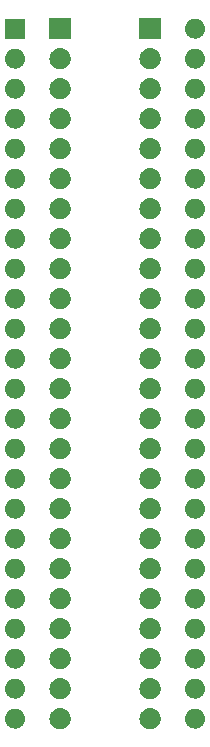
<source format=gbr>
G04 #@! TF.GenerationSoftware,KiCad,Pcbnew,7.0.11+dfsg-1build4*
G04 #@! TF.CreationDate,2024-10-25T09:23:42+09:00*
G04 #@! TF.ProjectId,bionic-mc68hc11a,62696f6e-6963-42d6-9d63-363868633131,2*
G04 #@! TF.SameCoordinates,Original*
G04 #@! TF.FileFunction,Soldermask,Bot*
G04 #@! TF.FilePolarity,Negative*
%FSLAX46Y46*%
G04 Gerber Fmt 4.6, Leading zero omitted, Abs format (unit mm)*
G04 Created by KiCad (PCBNEW 7.0.11+dfsg-1build4) date 2024-10-25 09:23:42*
%MOMM*%
%LPD*%
G01*
G04 APERTURE LIST*
G04 APERTURE END LIST*
G36*
X111203983Y-132603936D02*
G01*
X111254180Y-132603936D01*
X111297524Y-132613149D01*
X111335659Y-132616905D01*
X111383566Y-132631437D01*
X111438424Y-132643098D01*
X111473530Y-132658728D01*
X111504566Y-132668143D01*
X111553884Y-132694504D01*
X111610500Y-132719711D01*
X111636822Y-132738835D01*
X111660232Y-132751348D01*
X111707988Y-132790540D01*
X111762887Y-132830427D01*
X111780711Y-132850223D01*
X111796675Y-132863324D01*
X111839572Y-132915594D01*
X111888924Y-132970405D01*
X111899292Y-132988363D01*
X111908651Y-132999767D01*
X111943273Y-133064542D01*
X111983104Y-133133530D01*
X111987685Y-133147630D01*
X111991856Y-133155433D01*
X112014852Y-133231242D01*
X112041311Y-133312672D01*
X112042242Y-133321532D01*
X112043094Y-133324340D01*
X112051384Y-133408513D01*
X112061000Y-133500000D01*
X112051383Y-133591494D01*
X112043094Y-133675659D01*
X112042242Y-133678466D01*
X112041311Y-133687328D01*
X112014848Y-133768771D01*
X111991856Y-133844566D01*
X111987686Y-133852366D01*
X111983104Y-133866470D01*
X111943266Y-133935470D01*
X111908651Y-134000232D01*
X111899294Y-134011633D01*
X111888924Y-134029595D01*
X111839563Y-134084415D01*
X111796675Y-134136675D01*
X111780714Y-134149773D01*
X111762887Y-134169573D01*
X111707977Y-134209467D01*
X111660232Y-134248651D01*
X111636827Y-134261161D01*
X111610500Y-134280289D01*
X111553873Y-134305500D01*
X111504566Y-134331856D01*
X111473537Y-134341268D01*
X111438424Y-134356902D01*
X111383555Y-134368564D01*
X111335659Y-134383094D01*
X111297532Y-134386849D01*
X111254180Y-134396064D01*
X111203973Y-134396064D01*
X111160000Y-134400395D01*
X111116027Y-134396064D01*
X111065820Y-134396064D01*
X111022467Y-134386849D01*
X110984340Y-134383094D01*
X110936441Y-134368563D01*
X110881576Y-134356902D01*
X110846464Y-134341269D01*
X110815433Y-134331856D01*
X110766120Y-134305498D01*
X110709500Y-134280289D01*
X110683175Y-134261163D01*
X110659767Y-134248651D01*
X110612013Y-134209460D01*
X110557113Y-134169573D01*
X110539287Y-134149776D01*
X110523324Y-134136675D01*
X110480425Y-134084402D01*
X110431076Y-134029595D01*
X110420708Y-134011637D01*
X110411348Y-134000232D01*
X110376719Y-133935447D01*
X110336896Y-133866470D01*
X110332315Y-133852371D01*
X110328143Y-133844566D01*
X110305136Y-133768725D01*
X110278689Y-133687328D01*
X110277758Y-133678471D01*
X110276905Y-133675659D01*
X110268600Y-133591342D01*
X110259000Y-133500000D01*
X110268599Y-133408664D01*
X110276905Y-133324340D01*
X110277758Y-133321527D01*
X110278689Y-133312672D01*
X110305132Y-133231288D01*
X110328143Y-133155433D01*
X110332315Y-133147626D01*
X110336896Y-133133530D01*
X110376712Y-133064565D01*
X110411348Y-132999767D01*
X110420710Y-132988359D01*
X110431076Y-132970405D01*
X110480416Y-132915607D01*
X110523324Y-132863324D01*
X110539291Y-132850219D01*
X110557113Y-132830427D01*
X110612002Y-132790546D01*
X110659767Y-132751348D01*
X110683180Y-132738833D01*
X110709500Y-132719711D01*
X110766109Y-132694506D01*
X110815433Y-132668143D01*
X110846471Y-132658727D01*
X110881576Y-132643098D01*
X110936430Y-132631438D01*
X110984340Y-132616905D01*
X111022476Y-132613148D01*
X111065820Y-132603936D01*
X111116016Y-132603936D01*
X111160000Y-132599604D01*
X111203983Y-132603936D01*
G37*
G36*
X118823983Y-132603936D02*
G01*
X118874180Y-132603936D01*
X118917524Y-132613149D01*
X118955659Y-132616905D01*
X119003566Y-132631437D01*
X119058424Y-132643098D01*
X119093530Y-132658728D01*
X119124566Y-132668143D01*
X119173884Y-132694504D01*
X119230500Y-132719711D01*
X119256822Y-132738835D01*
X119280232Y-132751348D01*
X119327988Y-132790540D01*
X119382887Y-132830427D01*
X119400711Y-132850223D01*
X119416675Y-132863324D01*
X119459572Y-132915594D01*
X119508924Y-132970405D01*
X119519292Y-132988363D01*
X119528651Y-132999767D01*
X119563273Y-133064542D01*
X119603104Y-133133530D01*
X119607685Y-133147630D01*
X119611856Y-133155433D01*
X119634852Y-133231242D01*
X119661311Y-133312672D01*
X119662242Y-133321532D01*
X119663094Y-133324340D01*
X119671384Y-133408513D01*
X119681000Y-133500000D01*
X119671383Y-133591494D01*
X119663094Y-133675659D01*
X119662242Y-133678466D01*
X119661311Y-133687328D01*
X119634848Y-133768771D01*
X119611856Y-133844566D01*
X119607686Y-133852366D01*
X119603104Y-133866470D01*
X119563266Y-133935470D01*
X119528651Y-134000232D01*
X119519294Y-134011633D01*
X119508924Y-134029595D01*
X119459563Y-134084415D01*
X119416675Y-134136675D01*
X119400714Y-134149773D01*
X119382887Y-134169573D01*
X119327977Y-134209467D01*
X119280232Y-134248651D01*
X119256827Y-134261161D01*
X119230500Y-134280289D01*
X119173873Y-134305500D01*
X119124566Y-134331856D01*
X119093537Y-134341268D01*
X119058424Y-134356902D01*
X119003555Y-134368564D01*
X118955659Y-134383094D01*
X118917532Y-134386849D01*
X118874180Y-134396064D01*
X118823973Y-134396064D01*
X118780000Y-134400395D01*
X118736027Y-134396064D01*
X118685820Y-134396064D01*
X118642467Y-134386849D01*
X118604340Y-134383094D01*
X118556441Y-134368563D01*
X118501576Y-134356902D01*
X118466464Y-134341269D01*
X118435433Y-134331856D01*
X118386120Y-134305498D01*
X118329500Y-134280289D01*
X118303175Y-134261163D01*
X118279767Y-134248651D01*
X118232013Y-134209460D01*
X118177113Y-134169573D01*
X118159287Y-134149776D01*
X118143324Y-134136675D01*
X118100425Y-134084402D01*
X118051076Y-134029595D01*
X118040708Y-134011637D01*
X118031348Y-134000232D01*
X117996719Y-133935447D01*
X117956896Y-133866470D01*
X117952315Y-133852371D01*
X117948143Y-133844566D01*
X117925136Y-133768725D01*
X117898689Y-133687328D01*
X117897758Y-133678471D01*
X117896905Y-133675659D01*
X117888600Y-133591342D01*
X117879000Y-133500000D01*
X117888599Y-133408664D01*
X117896905Y-133324340D01*
X117897758Y-133321527D01*
X117898689Y-133312672D01*
X117925132Y-133231288D01*
X117948143Y-133155433D01*
X117952315Y-133147626D01*
X117956896Y-133133530D01*
X117996712Y-133064565D01*
X118031348Y-132999767D01*
X118040710Y-132988359D01*
X118051076Y-132970405D01*
X118100416Y-132915607D01*
X118143324Y-132863324D01*
X118159291Y-132850219D01*
X118177113Y-132830427D01*
X118232002Y-132790546D01*
X118279767Y-132751348D01*
X118303180Y-132738833D01*
X118329500Y-132719711D01*
X118386109Y-132694506D01*
X118435433Y-132668143D01*
X118466471Y-132658727D01*
X118501576Y-132643098D01*
X118556430Y-132631438D01*
X118604340Y-132616905D01*
X118642476Y-132613148D01*
X118685820Y-132603936D01*
X118736016Y-132603936D01*
X118780000Y-132599604D01*
X118823983Y-132603936D01*
G37*
G36*
X107391199Y-132653662D02*
G01*
X107438954Y-132653662D01*
X107480194Y-132662427D01*
X107515901Y-132665945D01*
X107560759Y-132679552D01*
X107612973Y-132690651D01*
X107646384Y-132705526D01*
X107675435Y-132714339D01*
X107721602Y-132739015D01*
X107775500Y-132763012D01*
X107800554Y-132781215D01*
X107822453Y-132792920D01*
X107867128Y-132829584D01*
X107919430Y-132867584D01*
X107936411Y-132886443D01*
X107951320Y-132898679D01*
X107991387Y-132947501D01*
X108038473Y-132999795D01*
X108048364Y-133016927D01*
X108057079Y-133027546D01*
X108089306Y-133087840D01*
X108127427Y-133153867D01*
X108131813Y-133167368D01*
X108135660Y-133174564D01*
X108156861Y-133244455D01*
X108182404Y-133323067D01*
X108183303Y-133331623D01*
X108184054Y-133334098D01*
X108191371Y-133408389D01*
X108201000Y-133500000D01*
X108191370Y-133591619D01*
X108184054Y-133665901D01*
X108183303Y-133668375D01*
X108182404Y-133676933D01*
X108156856Y-133755558D01*
X108135660Y-133825435D01*
X108131814Y-133832629D01*
X108127427Y-133846133D01*
X108089299Y-133912172D01*
X108057079Y-133972453D01*
X108048366Y-133983069D01*
X108038473Y-134000205D01*
X107991378Y-134052509D01*
X107951320Y-134101320D01*
X107936414Y-134113552D01*
X107919430Y-134132416D01*
X107867118Y-134170423D01*
X107822453Y-134207079D01*
X107800559Y-134218780D01*
X107775500Y-134236988D01*
X107721591Y-134260989D01*
X107675435Y-134285660D01*
X107646391Y-134294470D01*
X107612973Y-134309349D01*
X107560748Y-134320449D01*
X107515901Y-134334054D01*
X107480203Y-134337570D01*
X107438954Y-134346338D01*
X107391188Y-134346338D01*
X107350000Y-134350395D01*
X107308811Y-134346338D01*
X107261046Y-134346338D01*
X107219797Y-134337570D01*
X107184098Y-134334054D01*
X107139248Y-134320448D01*
X107087027Y-134309349D01*
X107053610Y-134294471D01*
X107024564Y-134285660D01*
X106978402Y-134260986D01*
X106924500Y-134236988D01*
X106899443Y-134218783D01*
X106877546Y-134207079D01*
X106832873Y-134170416D01*
X106780570Y-134132416D01*
X106763588Y-134113555D01*
X106748679Y-134101320D01*
X106708610Y-134052496D01*
X106661527Y-134000205D01*
X106651636Y-133983073D01*
X106642920Y-133972453D01*
X106610687Y-133912148D01*
X106572573Y-133846133D01*
X106568186Y-133832634D01*
X106564339Y-133825435D01*
X106543128Y-133755512D01*
X106517596Y-133676933D01*
X106516697Y-133668380D01*
X106515945Y-133665901D01*
X106508613Y-133591467D01*
X106499000Y-133500000D01*
X106508612Y-133408540D01*
X106515945Y-133334098D01*
X106516697Y-133331618D01*
X106517596Y-133323067D01*
X106543123Y-133244502D01*
X106564339Y-133174564D01*
X106568187Y-133167363D01*
X106572573Y-133153867D01*
X106610680Y-133087863D01*
X106642920Y-133027546D01*
X106651638Y-133016923D01*
X106661527Y-132999795D01*
X106708601Y-132947513D01*
X106748679Y-132898679D01*
X106763591Y-132886440D01*
X106780570Y-132867584D01*
X106832862Y-132829591D01*
X106877546Y-132792920D01*
X106899448Y-132781213D01*
X106924500Y-132763012D01*
X106978391Y-132739018D01*
X107024564Y-132714339D01*
X107053617Y-132705525D01*
X107087027Y-132690651D01*
X107139237Y-132679553D01*
X107184098Y-132665945D01*
X107219806Y-132662427D01*
X107261046Y-132653662D01*
X107308801Y-132653662D01*
X107350000Y-132649604D01*
X107391199Y-132653662D01*
G37*
G36*
X122631199Y-132653662D02*
G01*
X122678954Y-132653662D01*
X122720194Y-132662427D01*
X122755901Y-132665945D01*
X122800759Y-132679552D01*
X122852973Y-132690651D01*
X122886384Y-132705526D01*
X122915435Y-132714339D01*
X122961602Y-132739015D01*
X123015500Y-132763012D01*
X123040554Y-132781215D01*
X123062453Y-132792920D01*
X123107128Y-132829584D01*
X123159430Y-132867584D01*
X123176411Y-132886443D01*
X123191320Y-132898679D01*
X123231387Y-132947501D01*
X123278473Y-132999795D01*
X123288364Y-133016927D01*
X123297079Y-133027546D01*
X123329306Y-133087840D01*
X123367427Y-133153867D01*
X123371813Y-133167368D01*
X123375660Y-133174564D01*
X123396861Y-133244455D01*
X123422404Y-133323067D01*
X123423303Y-133331623D01*
X123424054Y-133334098D01*
X123431371Y-133408389D01*
X123441000Y-133500000D01*
X123431370Y-133591619D01*
X123424054Y-133665901D01*
X123423303Y-133668375D01*
X123422404Y-133676933D01*
X123396856Y-133755558D01*
X123375660Y-133825435D01*
X123371814Y-133832629D01*
X123367427Y-133846133D01*
X123329299Y-133912172D01*
X123297079Y-133972453D01*
X123288366Y-133983069D01*
X123278473Y-134000205D01*
X123231378Y-134052509D01*
X123191320Y-134101320D01*
X123176414Y-134113552D01*
X123159430Y-134132416D01*
X123107118Y-134170423D01*
X123062453Y-134207079D01*
X123040559Y-134218780D01*
X123015500Y-134236988D01*
X122961591Y-134260989D01*
X122915435Y-134285660D01*
X122886391Y-134294470D01*
X122852973Y-134309349D01*
X122800748Y-134320449D01*
X122755901Y-134334054D01*
X122720203Y-134337570D01*
X122678954Y-134346338D01*
X122631188Y-134346338D01*
X122590000Y-134350395D01*
X122548811Y-134346338D01*
X122501046Y-134346338D01*
X122459797Y-134337570D01*
X122424098Y-134334054D01*
X122379248Y-134320448D01*
X122327027Y-134309349D01*
X122293610Y-134294471D01*
X122264564Y-134285660D01*
X122218402Y-134260986D01*
X122164500Y-134236988D01*
X122139443Y-134218783D01*
X122117546Y-134207079D01*
X122072873Y-134170416D01*
X122020570Y-134132416D01*
X122003588Y-134113555D01*
X121988679Y-134101320D01*
X121948610Y-134052496D01*
X121901527Y-134000205D01*
X121891636Y-133983073D01*
X121882920Y-133972453D01*
X121850687Y-133912148D01*
X121812573Y-133846133D01*
X121808186Y-133832634D01*
X121804339Y-133825435D01*
X121783128Y-133755512D01*
X121757596Y-133676933D01*
X121756697Y-133668380D01*
X121755945Y-133665901D01*
X121748613Y-133591467D01*
X121739000Y-133500000D01*
X121748612Y-133408540D01*
X121755945Y-133334098D01*
X121756697Y-133331618D01*
X121757596Y-133323067D01*
X121783123Y-133244502D01*
X121804339Y-133174564D01*
X121808187Y-133167363D01*
X121812573Y-133153867D01*
X121850680Y-133087863D01*
X121882920Y-133027546D01*
X121891638Y-133016923D01*
X121901527Y-132999795D01*
X121948601Y-132947513D01*
X121988679Y-132898679D01*
X122003591Y-132886440D01*
X122020570Y-132867584D01*
X122072862Y-132829591D01*
X122117546Y-132792920D01*
X122139448Y-132781213D01*
X122164500Y-132763012D01*
X122218391Y-132739018D01*
X122264564Y-132714339D01*
X122293617Y-132705525D01*
X122327027Y-132690651D01*
X122379237Y-132679553D01*
X122424098Y-132665945D01*
X122459806Y-132662427D01*
X122501046Y-132653662D01*
X122548801Y-132653662D01*
X122590000Y-132649604D01*
X122631199Y-132653662D01*
G37*
G36*
X111203983Y-130063936D02*
G01*
X111254180Y-130063936D01*
X111297524Y-130073149D01*
X111335659Y-130076905D01*
X111383566Y-130091437D01*
X111438424Y-130103098D01*
X111473530Y-130118728D01*
X111504566Y-130128143D01*
X111553884Y-130154504D01*
X111610500Y-130179711D01*
X111636822Y-130198835D01*
X111660232Y-130211348D01*
X111707988Y-130250540D01*
X111762887Y-130290427D01*
X111780711Y-130310223D01*
X111796675Y-130323324D01*
X111839572Y-130375594D01*
X111888924Y-130430405D01*
X111899292Y-130448363D01*
X111908651Y-130459767D01*
X111943273Y-130524542D01*
X111983104Y-130593530D01*
X111987685Y-130607630D01*
X111991856Y-130615433D01*
X112014852Y-130691242D01*
X112041311Y-130772672D01*
X112042242Y-130781532D01*
X112043094Y-130784340D01*
X112051384Y-130868513D01*
X112061000Y-130960000D01*
X112051383Y-131051494D01*
X112043094Y-131135659D01*
X112042242Y-131138466D01*
X112041311Y-131147328D01*
X112014848Y-131228771D01*
X111991856Y-131304566D01*
X111987686Y-131312366D01*
X111983104Y-131326470D01*
X111943266Y-131395470D01*
X111908651Y-131460232D01*
X111899294Y-131471633D01*
X111888924Y-131489595D01*
X111839563Y-131544415D01*
X111796675Y-131596675D01*
X111780714Y-131609773D01*
X111762887Y-131629573D01*
X111707977Y-131669467D01*
X111660232Y-131708651D01*
X111636827Y-131721161D01*
X111610500Y-131740289D01*
X111553873Y-131765500D01*
X111504566Y-131791856D01*
X111473537Y-131801268D01*
X111438424Y-131816902D01*
X111383555Y-131828564D01*
X111335659Y-131843094D01*
X111297532Y-131846849D01*
X111254180Y-131856064D01*
X111203973Y-131856064D01*
X111160000Y-131860395D01*
X111116027Y-131856064D01*
X111065820Y-131856064D01*
X111022467Y-131846849D01*
X110984340Y-131843094D01*
X110936441Y-131828563D01*
X110881576Y-131816902D01*
X110846464Y-131801269D01*
X110815433Y-131791856D01*
X110766120Y-131765498D01*
X110709500Y-131740289D01*
X110683175Y-131721163D01*
X110659767Y-131708651D01*
X110612013Y-131669460D01*
X110557113Y-131629573D01*
X110539287Y-131609776D01*
X110523324Y-131596675D01*
X110480425Y-131544402D01*
X110431076Y-131489595D01*
X110420708Y-131471637D01*
X110411348Y-131460232D01*
X110376719Y-131395447D01*
X110336896Y-131326470D01*
X110332315Y-131312371D01*
X110328143Y-131304566D01*
X110305136Y-131228725D01*
X110278689Y-131147328D01*
X110277758Y-131138471D01*
X110276905Y-131135659D01*
X110268600Y-131051342D01*
X110259000Y-130960000D01*
X110268599Y-130868664D01*
X110276905Y-130784340D01*
X110277758Y-130781527D01*
X110278689Y-130772672D01*
X110305132Y-130691288D01*
X110328143Y-130615433D01*
X110332315Y-130607626D01*
X110336896Y-130593530D01*
X110376712Y-130524565D01*
X110411348Y-130459767D01*
X110420710Y-130448359D01*
X110431076Y-130430405D01*
X110480416Y-130375607D01*
X110523324Y-130323324D01*
X110539291Y-130310219D01*
X110557113Y-130290427D01*
X110612002Y-130250546D01*
X110659767Y-130211348D01*
X110683180Y-130198833D01*
X110709500Y-130179711D01*
X110766109Y-130154506D01*
X110815433Y-130128143D01*
X110846471Y-130118727D01*
X110881576Y-130103098D01*
X110936430Y-130091438D01*
X110984340Y-130076905D01*
X111022476Y-130073148D01*
X111065820Y-130063936D01*
X111116016Y-130063936D01*
X111160000Y-130059604D01*
X111203983Y-130063936D01*
G37*
G36*
X118823983Y-130063936D02*
G01*
X118874180Y-130063936D01*
X118917524Y-130073149D01*
X118955659Y-130076905D01*
X119003566Y-130091437D01*
X119058424Y-130103098D01*
X119093530Y-130118728D01*
X119124566Y-130128143D01*
X119173884Y-130154504D01*
X119230500Y-130179711D01*
X119256822Y-130198835D01*
X119280232Y-130211348D01*
X119327988Y-130250540D01*
X119382887Y-130290427D01*
X119400711Y-130310223D01*
X119416675Y-130323324D01*
X119459572Y-130375594D01*
X119508924Y-130430405D01*
X119519292Y-130448363D01*
X119528651Y-130459767D01*
X119563273Y-130524542D01*
X119603104Y-130593530D01*
X119607685Y-130607630D01*
X119611856Y-130615433D01*
X119634852Y-130691242D01*
X119661311Y-130772672D01*
X119662242Y-130781532D01*
X119663094Y-130784340D01*
X119671384Y-130868513D01*
X119681000Y-130960000D01*
X119671383Y-131051494D01*
X119663094Y-131135659D01*
X119662242Y-131138466D01*
X119661311Y-131147328D01*
X119634848Y-131228771D01*
X119611856Y-131304566D01*
X119607686Y-131312366D01*
X119603104Y-131326470D01*
X119563266Y-131395470D01*
X119528651Y-131460232D01*
X119519294Y-131471633D01*
X119508924Y-131489595D01*
X119459563Y-131544415D01*
X119416675Y-131596675D01*
X119400714Y-131609773D01*
X119382887Y-131629573D01*
X119327977Y-131669467D01*
X119280232Y-131708651D01*
X119256827Y-131721161D01*
X119230500Y-131740289D01*
X119173873Y-131765500D01*
X119124566Y-131791856D01*
X119093537Y-131801268D01*
X119058424Y-131816902D01*
X119003555Y-131828564D01*
X118955659Y-131843094D01*
X118917532Y-131846849D01*
X118874180Y-131856064D01*
X118823973Y-131856064D01*
X118780000Y-131860395D01*
X118736027Y-131856064D01*
X118685820Y-131856064D01*
X118642467Y-131846849D01*
X118604340Y-131843094D01*
X118556441Y-131828563D01*
X118501576Y-131816902D01*
X118466464Y-131801269D01*
X118435433Y-131791856D01*
X118386120Y-131765498D01*
X118329500Y-131740289D01*
X118303175Y-131721163D01*
X118279767Y-131708651D01*
X118232013Y-131669460D01*
X118177113Y-131629573D01*
X118159287Y-131609776D01*
X118143324Y-131596675D01*
X118100425Y-131544402D01*
X118051076Y-131489595D01*
X118040708Y-131471637D01*
X118031348Y-131460232D01*
X117996719Y-131395447D01*
X117956896Y-131326470D01*
X117952315Y-131312371D01*
X117948143Y-131304566D01*
X117925136Y-131228725D01*
X117898689Y-131147328D01*
X117897758Y-131138471D01*
X117896905Y-131135659D01*
X117888600Y-131051342D01*
X117879000Y-130960000D01*
X117888599Y-130868664D01*
X117896905Y-130784340D01*
X117897758Y-130781527D01*
X117898689Y-130772672D01*
X117925132Y-130691288D01*
X117948143Y-130615433D01*
X117952315Y-130607626D01*
X117956896Y-130593530D01*
X117996712Y-130524565D01*
X118031348Y-130459767D01*
X118040710Y-130448359D01*
X118051076Y-130430405D01*
X118100416Y-130375607D01*
X118143324Y-130323324D01*
X118159291Y-130310219D01*
X118177113Y-130290427D01*
X118232002Y-130250546D01*
X118279767Y-130211348D01*
X118303180Y-130198833D01*
X118329500Y-130179711D01*
X118386109Y-130154506D01*
X118435433Y-130128143D01*
X118466471Y-130118727D01*
X118501576Y-130103098D01*
X118556430Y-130091438D01*
X118604340Y-130076905D01*
X118642476Y-130073148D01*
X118685820Y-130063936D01*
X118736016Y-130063936D01*
X118780000Y-130059604D01*
X118823983Y-130063936D01*
G37*
G36*
X107391199Y-130113662D02*
G01*
X107438954Y-130113662D01*
X107480194Y-130122427D01*
X107515901Y-130125945D01*
X107560759Y-130139552D01*
X107612973Y-130150651D01*
X107646384Y-130165526D01*
X107675435Y-130174339D01*
X107721602Y-130199015D01*
X107775500Y-130223012D01*
X107800554Y-130241215D01*
X107822453Y-130252920D01*
X107867128Y-130289584D01*
X107919430Y-130327584D01*
X107936411Y-130346443D01*
X107951320Y-130358679D01*
X107991387Y-130407501D01*
X108038473Y-130459795D01*
X108048364Y-130476927D01*
X108057079Y-130487546D01*
X108089306Y-130547840D01*
X108127427Y-130613867D01*
X108131813Y-130627368D01*
X108135660Y-130634564D01*
X108156861Y-130704455D01*
X108182404Y-130783067D01*
X108183303Y-130791623D01*
X108184054Y-130794098D01*
X108191371Y-130868389D01*
X108201000Y-130960000D01*
X108191370Y-131051619D01*
X108184054Y-131125901D01*
X108183303Y-131128375D01*
X108182404Y-131136933D01*
X108156856Y-131215558D01*
X108135660Y-131285435D01*
X108131814Y-131292629D01*
X108127427Y-131306133D01*
X108089299Y-131372172D01*
X108057079Y-131432453D01*
X108048366Y-131443069D01*
X108038473Y-131460205D01*
X107991378Y-131512509D01*
X107951320Y-131561320D01*
X107936414Y-131573552D01*
X107919430Y-131592416D01*
X107867118Y-131630423D01*
X107822453Y-131667079D01*
X107800559Y-131678780D01*
X107775500Y-131696988D01*
X107721591Y-131720989D01*
X107675435Y-131745660D01*
X107646391Y-131754470D01*
X107612973Y-131769349D01*
X107560748Y-131780449D01*
X107515901Y-131794054D01*
X107480203Y-131797570D01*
X107438954Y-131806338D01*
X107391188Y-131806338D01*
X107350000Y-131810395D01*
X107308811Y-131806338D01*
X107261046Y-131806338D01*
X107219797Y-131797570D01*
X107184098Y-131794054D01*
X107139248Y-131780448D01*
X107087027Y-131769349D01*
X107053610Y-131754471D01*
X107024564Y-131745660D01*
X106978402Y-131720986D01*
X106924500Y-131696988D01*
X106899443Y-131678783D01*
X106877546Y-131667079D01*
X106832873Y-131630416D01*
X106780570Y-131592416D01*
X106763588Y-131573555D01*
X106748679Y-131561320D01*
X106708610Y-131512496D01*
X106661527Y-131460205D01*
X106651636Y-131443073D01*
X106642920Y-131432453D01*
X106610687Y-131372148D01*
X106572573Y-131306133D01*
X106568186Y-131292634D01*
X106564339Y-131285435D01*
X106543128Y-131215512D01*
X106517596Y-131136933D01*
X106516697Y-131128380D01*
X106515945Y-131125901D01*
X106508613Y-131051467D01*
X106499000Y-130960000D01*
X106508612Y-130868540D01*
X106515945Y-130794098D01*
X106516697Y-130791618D01*
X106517596Y-130783067D01*
X106543123Y-130704502D01*
X106564339Y-130634564D01*
X106568187Y-130627363D01*
X106572573Y-130613867D01*
X106610680Y-130547863D01*
X106642920Y-130487546D01*
X106651638Y-130476923D01*
X106661527Y-130459795D01*
X106708601Y-130407513D01*
X106748679Y-130358679D01*
X106763591Y-130346440D01*
X106780570Y-130327584D01*
X106832862Y-130289591D01*
X106877546Y-130252920D01*
X106899448Y-130241213D01*
X106924500Y-130223012D01*
X106978391Y-130199018D01*
X107024564Y-130174339D01*
X107053617Y-130165525D01*
X107087027Y-130150651D01*
X107139237Y-130139553D01*
X107184098Y-130125945D01*
X107219806Y-130122427D01*
X107261046Y-130113662D01*
X107308801Y-130113662D01*
X107350000Y-130109604D01*
X107391199Y-130113662D01*
G37*
G36*
X122631199Y-130113662D02*
G01*
X122678954Y-130113662D01*
X122720194Y-130122427D01*
X122755901Y-130125945D01*
X122800759Y-130139552D01*
X122852973Y-130150651D01*
X122886384Y-130165526D01*
X122915435Y-130174339D01*
X122961602Y-130199015D01*
X123015500Y-130223012D01*
X123040554Y-130241215D01*
X123062453Y-130252920D01*
X123107128Y-130289584D01*
X123159430Y-130327584D01*
X123176411Y-130346443D01*
X123191320Y-130358679D01*
X123231387Y-130407501D01*
X123278473Y-130459795D01*
X123288364Y-130476927D01*
X123297079Y-130487546D01*
X123329306Y-130547840D01*
X123367427Y-130613867D01*
X123371813Y-130627368D01*
X123375660Y-130634564D01*
X123396861Y-130704455D01*
X123422404Y-130783067D01*
X123423303Y-130791623D01*
X123424054Y-130794098D01*
X123431371Y-130868389D01*
X123441000Y-130960000D01*
X123431370Y-131051619D01*
X123424054Y-131125901D01*
X123423303Y-131128375D01*
X123422404Y-131136933D01*
X123396856Y-131215558D01*
X123375660Y-131285435D01*
X123371814Y-131292629D01*
X123367427Y-131306133D01*
X123329299Y-131372172D01*
X123297079Y-131432453D01*
X123288366Y-131443069D01*
X123278473Y-131460205D01*
X123231378Y-131512509D01*
X123191320Y-131561320D01*
X123176414Y-131573552D01*
X123159430Y-131592416D01*
X123107118Y-131630423D01*
X123062453Y-131667079D01*
X123040559Y-131678780D01*
X123015500Y-131696988D01*
X122961591Y-131720989D01*
X122915435Y-131745660D01*
X122886391Y-131754470D01*
X122852973Y-131769349D01*
X122800748Y-131780449D01*
X122755901Y-131794054D01*
X122720203Y-131797570D01*
X122678954Y-131806338D01*
X122631188Y-131806338D01*
X122590000Y-131810395D01*
X122548811Y-131806338D01*
X122501046Y-131806338D01*
X122459797Y-131797570D01*
X122424098Y-131794054D01*
X122379248Y-131780448D01*
X122327027Y-131769349D01*
X122293610Y-131754471D01*
X122264564Y-131745660D01*
X122218402Y-131720986D01*
X122164500Y-131696988D01*
X122139443Y-131678783D01*
X122117546Y-131667079D01*
X122072873Y-131630416D01*
X122020570Y-131592416D01*
X122003588Y-131573555D01*
X121988679Y-131561320D01*
X121948610Y-131512496D01*
X121901527Y-131460205D01*
X121891636Y-131443073D01*
X121882920Y-131432453D01*
X121850687Y-131372148D01*
X121812573Y-131306133D01*
X121808186Y-131292634D01*
X121804339Y-131285435D01*
X121783128Y-131215512D01*
X121757596Y-131136933D01*
X121756697Y-131128380D01*
X121755945Y-131125901D01*
X121748613Y-131051467D01*
X121739000Y-130960000D01*
X121748612Y-130868540D01*
X121755945Y-130794098D01*
X121756697Y-130791618D01*
X121757596Y-130783067D01*
X121783123Y-130704502D01*
X121804339Y-130634564D01*
X121808187Y-130627363D01*
X121812573Y-130613867D01*
X121850680Y-130547863D01*
X121882920Y-130487546D01*
X121891638Y-130476923D01*
X121901527Y-130459795D01*
X121948601Y-130407513D01*
X121988679Y-130358679D01*
X122003591Y-130346440D01*
X122020570Y-130327584D01*
X122072862Y-130289591D01*
X122117546Y-130252920D01*
X122139448Y-130241213D01*
X122164500Y-130223012D01*
X122218391Y-130199018D01*
X122264564Y-130174339D01*
X122293617Y-130165525D01*
X122327027Y-130150651D01*
X122379237Y-130139553D01*
X122424098Y-130125945D01*
X122459806Y-130122427D01*
X122501046Y-130113662D01*
X122548801Y-130113662D01*
X122590000Y-130109604D01*
X122631199Y-130113662D01*
G37*
G36*
X111203983Y-127523936D02*
G01*
X111254180Y-127523936D01*
X111297524Y-127533149D01*
X111335659Y-127536905D01*
X111383566Y-127551437D01*
X111438424Y-127563098D01*
X111473530Y-127578728D01*
X111504566Y-127588143D01*
X111553884Y-127614504D01*
X111610500Y-127639711D01*
X111636822Y-127658835D01*
X111660232Y-127671348D01*
X111707988Y-127710540D01*
X111762887Y-127750427D01*
X111780711Y-127770223D01*
X111796675Y-127783324D01*
X111839572Y-127835594D01*
X111888924Y-127890405D01*
X111899292Y-127908363D01*
X111908651Y-127919767D01*
X111943273Y-127984542D01*
X111983104Y-128053530D01*
X111987685Y-128067630D01*
X111991856Y-128075433D01*
X112014852Y-128151242D01*
X112041311Y-128232672D01*
X112042242Y-128241532D01*
X112043094Y-128244340D01*
X112051384Y-128328513D01*
X112061000Y-128420000D01*
X112051383Y-128511494D01*
X112043094Y-128595659D01*
X112042242Y-128598466D01*
X112041311Y-128607328D01*
X112014848Y-128688771D01*
X111991856Y-128764566D01*
X111987686Y-128772366D01*
X111983104Y-128786470D01*
X111943266Y-128855470D01*
X111908651Y-128920232D01*
X111899294Y-128931633D01*
X111888924Y-128949595D01*
X111839563Y-129004415D01*
X111796675Y-129056675D01*
X111780714Y-129069773D01*
X111762887Y-129089573D01*
X111707977Y-129129467D01*
X111660232Y-129168651D01*
X111636827Y-129181161D01*
X111610500Y-129200289D01*
X111553873Y-129225500D01*
X111504566Y-129251856D01*
X111473537Y-129261268D01*
X111438424Y-129276902D01*
X111383555Y-129288564D01*
X111335659Y-129303094D01*
X111297532Y-129306849D01*
X111254180Y-129316064D01*
X111203973Y-129316064D01*
X111160000Y-129320395D01*
X111116027Y-129316064D01*
X111065820Y-129316064D01*
X111022467Y-129306849D01*
X110984340Y-129303094D01*
X110936441Y-129288563D01*
X110881576Y-129276902D01*
X110846464Y-129261269D01*
X110815433Y-129251856D01*
X110766120Y-129225498D01*
X110709500Y-129200289D01*
X110683175Y-129181163D01*
X110659767Y-129168651D01*
X110612013Y-129129460D01*
X110557113Y-129089573D01*
X110539287Y-129069776D01*
X110523324Y-129056675D01*
X110480425Y-129004402D01*
X110431076Y-128949595D01*
X110420708Y-128931637D01*
X110411348Y-128920232D01*
X110376719Y-128855447D01*
X110336896Y-128786470D01*
X110332315Y-128772371D01*
X110328143Y-128764566D01*
X110305136Y-128688725D01*
X110278689Y-128607328D01*
X110277758Y-128598471D01*
X110276905Y-128595659D01*
X110268600Y-128511342D01*
X110259000Y-128420000D01*
X110268599Y-128328664D01*
X110276905Y-128244340D01*
X110277758Y-128241527D01*
X110278689Y-128232672D01*
X110305132Y-128151288D01*
X110328143Y-128075433D01*
X110332315Y-128067626D01*
X110336896Y-128053530D01*
X110376712Y-127984565D01*
X110411348Y-127919767D01*
X110420710Y-127908359D01*
X110431076Y-127890405D01*
X110480416Y-127835607D01*
X110523324Y-127783324D01*
X110539291Y-127770219D01*
X110557113Y-127750427D01*
X110612002Y-127710546D01*
X110659767Y-127671348D01*
X110683180Y-127658833D01*
X110709500Y-127639711D01*
X110766109Y-127614506D01*
X110815433Y-127588143D01*
X110846471Y-127578727D01*
X110881576Y-127563098D01*
X110936430Y-127551438D01*
X110984340Y-127536905D01*
X111022476Y-127533148D01*
X111065820Y-127523936D01*
X111116016Y-127523936D01*
X111160000Y-127519604D01*
X111203983Y-127523936D01*
G37*
G36*
X118823983Y-127523936D02*
G01*
X118874180Y-127523936D01*
X118917524Y-127533149D01*
X118955659Y-127536905D01*
X119003566Y-127551437D01*
X119058424Y-127563098D01*
X119093530Y-127578728D01*
X119124566Y-127588143D01*
X119173884Y-127614504D01*
X119230500Y-127639711D01*
X119256822Y-127658835D01*
X119280232Y-127671348D01*
X119327988Y-127710540D01*
X119382887Y-127750427D01*
X119400711Y-127770223D01*
X119416675Y-127783324D01*
X119459572Y-127835594D01*
X119508924Y-127890405D01*
X119519292Y-127908363D01*
X119528651Y-127919767D01*
X119563273Y-127984542D01*
X119603104Y-128053530D01*
X119607685Y-128067630D01*
X119611856Y-128075433D01*
X119634852Y-128151242D01*
X119661311Y-128232672D01*
X119662242Y-128241532D01*
X119663094Y-128244340D01*
X119671384Y-128328513D01*
X119681000Y-128420000D01*
X119671383Y-128511494D01*
X119663094Y-128595659D01*
X119662242Y-128598466D01*
X119661311Y-128607328D01*
X119634848Y-128688771D01*
X119611856Y-128764566D01*
X119607686Y-128772366D01*
X119603104Y-128786470D01*
X119563266Y-128855470D01*
X119528651Y-128920232D01*
X119519294Y-128931633D01*
X119508924Y-128949595D01*
X119459563Y-129004415D01*
X119416675Y-129056675D01*
X119400714Y-129069773D01*
X119382887Y-129089573D01*
X119327977Y-129129467D01*
X119280232Y-129168651D01*
X119256827Y-129181161D01*
X119230500Y-129200289D01*
X119173873Y-129225500D01*
X119124566Y-129251856D01*
X119093537Y-129261268D01*
X119058424Y-129276902D01*
X119003555Y-129288564D01*
X118955659Y-129303094D01*
X118917532Y-129306849D01*
X118874180Y-129316064D01*
X118823973Y-129316064D01*
X118780000Y-129320395D01*
X118736027Y-129316064D01*
X118685820Y-129316064D01*
X118642467Y-129306849D01*
X118604340Y-129303094D01*
X118556441Y-129288563D01*
X118501576Y-129276902D01*
X118466464Y-129261269D01*
X118435433Y-129251856D01*
X118386120Y-129225498D01*
X118329500Y-129200289D01*
X118303175Y-129181163D01*
X118279767Y-129168651D01*
X118232013Y-129129460D01*
X118177113Y-129089573D01*
X118159287Y-129069776D01*
X118143324Y-129056675D01*
X118100425Y-129004402D01*
X118051076Y-128949595D01*
X118040708Y-128931637D01*
X118031348Y-128920232D01*
X117996719Y-128855447D01*
X117956896Y-128786470D01*
X117952315Y-128772371D01*
X117948143Y-128764566D01*
X117925136Y-128688725D01*
X117898689Y-128607328D01*
X117897758Y-128598471D01*
X117896905Y-128595659D01*
X117888600Y-128511342D01*
X117879000Y-128420000D01*
X117888599Y-128328664D01*
X117896905Y-128244340D01*
X117897758Y-128241527D01*
X117898689Y-128232672D01*
X117925132Y-128151288D01*
X117948143Y-128075433D01*
X117952315Y-128067626D01*
X117956896Y-128053530D01*
X117996712Y-127984565D01*
X118031348Y-127919767D01*
X118040710Y-127908359D01*
X118051076Y-127890405D01*
X118100416Y-127835607D01*
X118143324Y-127783324D01*
X118159291Y-127770219D01*
X118177113Y-127750427D01*
X118232002Y-127710546D01*
X118279767Y-127671348D01*
X118303180Y-127658833D01*
X118329500Y-127639711D01*
X118386109Y-127614506D01*
X118435433Y-127588143D01*
X118466471Y-127578727D01*
X118501576Y-127563098D01*
X118556430Y-127551438D01*
X118604340Y-127536905D01*
X118642476Y-127533148D01*
X118685820Y-127523936D01*
X118736016Y-127523936D01*
X118780000Y-127519604D01*
X118823983Y-127523936D01*
G37*
G36*
X107391199Y-127573662D02*
G01*
X107438954Y-127573662D01*
X107480194Y-127582427D01*
X107515901Y-127585945D01*
X107560759Y-127599552D01*
X107612973Y-127610651D01*
X107646384Y-127625526D01*
X107675435Y-127634339D01*
X107721602Y-127659015D01*
X107775500Y-127683012D01*
X107800554Y-127701215D01*
X107822453Y-127712920D01*
X107867128Y-127749584D01*
X107919430Y-127787584D01*
X107936411Y-127806443D01*
X107951320Y-127818679D01*
X107991387Y-127867501D01*
X108038473Y-127919795D01*
X108048364Y-127936927D01*
X108057079Y-127947546D01*
X108089306Y-128007840D01*
X108127427Y-128073867D01*
X108131813Y-128087368D01*
X108135660Y-128094564D01*
X108156861Y-128164455D01*
X108182404Y-128243067D01*
X108183303Y-128251623D01*
X108184054Y-128254098D01*
X108191371Y-128328389D01*
X108201000Y-128420000D01*
X108191370Y-128511619D01*
X108184054Y-128585901D01*
X108183303Y-128588375D01*
X108182404Y-128596933D01*
X108156856Y-128675558D01*
X108135660Y-128745435D01*
X108131814Y-128752629D01*
X108127427Y-128766133D01*
X108089299Y-128832172D01*
X108057079Y-128892453D01*
X108048366Y-128903069D01*
X108038473Y-128920205D01*
X107991378Y-128972509D01*
X107951320Y-129021320D01*
X107936414Y-129033552D01*
X107919430Y-129052416D01*
X107867118Y-129090423D01*
X107822453Y-129127079D01*
X107800559Y-129138780D01*
X107775500Y-129156988D01*
X107721591Y-129180989D01*
X107675435Y-129205660D01*
X107646391Y-129214470D01*
X107612973Y-129229349D01*
X107560748Y-129240449D01*
X107515901Y-129254054D01*
X107480203Y-129257570D01*
X107438954Y-129266338D01*
X107391188Y-129266338D01*
X107350000Y-129270395D01*
X107308811Y-129266338D01*
X107261046Y-129266338D01*
X107219797Y-129257570D01*
X107184098Y-129254054D01*
X107139248Y-129240448D01*
X107087027Y-129229349D01*
X107053610Y-129214471D01*
X107024564Y-129205660D01*
X106978402Y-129180986D01*
X106924500Y-129156988D01*
X106899443Y-129138783D01*
X106877546Y-129127079D01*
X106832873Y-129090416D01*
X106780570Y-129052416D01*
X106763588Y-129033555D01*
X106748679Y-129021320D01*
X106708610Y-128972496D01*
X106661527Y-128920205D01*
X106651636Y-128903073D01*
X106642920Y-128892453D01*
X106610687Y-128832148D01*
X106572573Y-128766133D01*
X106568186Y-128752634D01*
X106564339Y-128745435D01*
X106543128Y-128675512D01*
X106517596Y-128596933D01*
X106516697Y-128588380D01*
X106515945Y-128585901D01*
X106508613Y-128511467D01*
X106499000Y-128420000D01*
X106508612Y-128328540D01*
X106515945Y-128254098D01*
X106516697Y-128251618D01*
X106517596Y-128243067D01*
X106543123Y-128164502D01*
X106564339Y-128094564D01*
X106568187Y-128087363D01*
X106572573Y-128073867D01*
X106610680Y-128007863D01*
X106642920Y-127947546D01*
X106651638Y-127936923D01*
X106661527Y-127919795D01*
X106708601Y-127867513D01*
X106748679Y-127818679D01*
X106763591Y-127806440D01*
X106780570Y-127787584D01*
X106832862Y-127749591D01*
X106877546Y-127712920D01*
X106899448Y-127701213D01*
X106924500Y-127683012D01*
X106978391Y-127659018D01*
X107024564Y-127634339D01*
X107053617Y-127625525D01*
X107087027Y-127610651D01*
X107139237Y-127599553D01*
X107184098Y-127585945D01*
X107219806Y-127582427D01*
X107261046Y-127573662D01*
X107308801Y-127573662D01*
X107350000Y-127569604D01*
X107391199Y-127573662D01*
G37*
G36*
X122631199Y-127573662D02*
G01*
X122678954Y-127573662D01*
X122720194Y-127582427D01*
X122755901Y-127585945D01*
X122800759Y-127599552D01*
X122852973Y-127610651D01*
X122886384Y-127625526D01*
X122915435Y-127634339D01*
X122961602Y-127659015D01*
X123015500Y-127683012D01*
X123040554Y-127701215D01*
X123062453Y-127712920D01*
X123107128Y-127749584D01*
X123159430Y-127787584D01*
X123176411Y-127806443D01*
X123191320Y-127818679D01*
X123231387Y-127867501D01*
X123278473Y-127919795D01*
X123288364Y-127936927D01*
X123297079Y-127947546D01*
X123329306Y-128007840D01*
X123367427Y-128073867D01*
X123371813Y-128087368D01*
X123375660Y-128094564D01*
X123396861Y-128164455D01*
X123422404Y-128243067D01*
X123423303Y-128251623D01*
X123424054Y-128254098D01*
X123431371Y-128328389D01*
X123441000Y-128420000D01*
X123431370Y-128511619D01*
X123424054Y-128585901D01*
X123423303Y-128588375D01*
X123422404Y-128596933D01*
X123396856Y-128675558D01*
X123375660Y-128745435D01*
X123371814Y-128752629D01*
X123367427Y-128766133D01*
X123329299Y-128832172D01*
X123297079Y-128892453D01*
X123288366Y-128903069D01*
X123278473Y-128920205D01*
X123231378Y-128972509D01*
X123191320Y-129021320D01*
X123176414Y-129033552D01*
X123159430Y-129052416D01*
X123107118Y-129090423D01*
X123062453Y-129127079D01*
X123040559Y-129138780D01*
X123015500Y-129156988D01*
X122961591Y-129180989D01*
X122915435Y-129205660D01*
X122886391Y-129214470D01*
X122852973Y-129229349D01*
X122800748Y-129240449D01*
X122755901Y-129254054D01*
X122720203Y-129257570D01*
X122678954Y-129266338D01*
X122631188Y-129266338D01*
X122590000Y-129270395D01*
X122548811Y-129266338D01*
X122501046Y-129266338D01*
X122459797Y-129257570D01*
X122424098Y-129254054D01*
X122379248Y-129240448D01*
X122327027Y-129229349D01*
X122293610Y-129214471D01*
X122264564Y-129205660D01*
X122218402Y-129180986D01*
X122164500Y-129156988D01*
X122139443Y-129138783D01*
X122117546Y-129127079D01*
X122072873Y-129090416D01*
X122020570Y-129052416D01*
X122003588Y-129033555D01*
X121988679Y-129021320D01*
X121948610Y-128972496D01*
X121901527Y-128920205D01*
X121891636Y-128903073D01*
X121882920Y-128892453D01*
X121850687Y-128832148D01*
X121812573Y-128766133D01*
X121808186Y-128752634D01*
X121804339Y-128745435D01*
X121783128Y-128675512D01*
X121757596Y-128596933D01*
X121756697Y-128588380D01*
X121755945Y-128585901D01*
X121748613Y-128511467D01*
X121739000Y-128420000D01*
X121748612Y-128328540D01*
X121755945Y-128254098D01*
X121756697Y-128251618D01*
X121757596Y-128243067D01*
X121783123Y-128164502D01*
X121804339Y-128094564D01*
X121808187Y-128087363D01*
X121812573Y-128073867D01*
X121850680Y-128007863D01*
X121882920Y-127947546D01*
X121891638Y-127936923D01*
X121901527Y-127919795D01*
X121948601Y-127867513D01*
X121988679Y-127818679D01*
X122003591Y-127806440D01*
X122020570Y-127787584D01*
X122072862Y-127749591D01*
X122117546Y-127712920D01*
X122139448Y-127701213D01*
X122164500Y-127683012D01*
X122218391Y-127659018D01*
X122264564Y-127634339D01*
X122293617Y-127625525D01*
X122327027Y-127610651D01*
X122379237Y-127599553D01*
X122424098Y-127585945D01*
X122459806Y-127582427D01*
X122501046Y-127573662D01*
X122548801Y-127573662D01*
X122590000Y-127569604D01*
X122631199Y-127573662D01*
G37*
G36*
X111203983Y-124983936D02*
G01*
X111254180Y-124983936D01*
X111297524Y-124993149D01*
X111335659Y-124996905D01*
X111383566Y-125011437D01*
X111438424Y-125023098D01*
X111473530Y-125038728D01*
X111504566Y-125048143D01*
X111553884Y-125074504D01*
X111610500Y-125099711D01*
X111636822Y-125118835D01*
X111660232Y-125131348D01*
X111707988Y-125170540D01*
X111762887Y-125210427D01*
X111780711Y-125230223D01*
X111796675Y-125243324D01*
X111839572Y-125295594D01*
X111888924Y-125350405D01*
X111899292Y-125368363D01*
X111908651Y-125379767D01*
X111943273Y-125444542D01*
X111983104Y-125513530D01*
X111987685Y-125527630D01*
X111991856Y-125535433D01*
X112014852Y-125611242D01*
X112041311Y-125692672D01*
X112042242Y-125701532D01*
X112043094Y-125704340D01*
X112051384Y-125788513D01*
X112061000Y-125880000D01*
X112051383Y-125971494D01*
X112043094Y-126055659D01*
X112042242Y-126058466D01*
X112041311Y-126067328D01*
X112014848Y-126148771D01*
X111991856Y-126224566D01*
X111987686Y-126232366D01*
X111983104Y-126246470D01*
X111943266Y-126315470D01*
X111908651Y-126380232D01*
X111899294Y-126391633D01*
X111888924Y-126409595D01*
X111839563Y-126464415D01*
X111796675Y-126516675D01*
X111780714Y-126529773D01*
X111762887Y-126549573D01*
X111707977Y-126589467D01*
X111660232Y-126628651D01*
X111636827Y-126641161D01*
X111610500Y-126660289D01*
X111553873Y-126685500D01*
X111504566Y-126711856D01*
X111473537Y-126721268D01*
X111438424Y-126736902D01*
X111383555Y-126748564D01*
X111335659Y-126763094D01*
X111297532Y-126766849D01*
X111254180Y-126776064D01*
X111203973Y-126776064D01*
X111160000Y-126780395D01*
X111116027Y-126776064D01*
X111065820Y-126776064D01*
X111022467Y-126766849D01*
X110984340Y-126763094D01*
X110936441Y-126748563D01*
X110881576Y-126736902D01*
X110846464Y-126721269D01*
X110815433Y-126711856D01*
X110766120Y-126685498D01*
X110709500Y-126660289D01*
X110683175Y-126641163D01*
X110659767Y-126628651D01*
X110612013Y-126589460D01*
X110557113Y-126549573D01*
X110539287Y-126529776D01*
X110523324Y-126516675D01*
X110480425Y-126464402D01*
X110431076Y-126409595D01*
X110420708Y-126391637D01*
X110411348Y-126380232D01*
X110376719Y-126315447D01*
X110336896Y-126246470D01*
X110332315Y-126232371D01*
X110328143Y-126224566D01*
X110305136Y-126148725D01*
X110278689Y-126067328D01*
X110277758Y-126058471D01*
X110276905Y-126055659D01*
X110268600Y-125971342D01*
X110259000Y-125880000D01*
X110268599Y-125788664D01*
X110276905Y-125704340D01*
X110277758Y-125701527D01*
X110278689Y-125692672D01*
X110305132Y-125611288D01*
X110328143Y-125535433D01*
X110332315Y-125527626D01*
X110336896Y-125513530D01*
X110376712Y-125444565D01*
X110411348Y-125379767D01*
X110420710Y-125368359D01*
X110431076Y-125350405D01*
X110480416Y-125295607D01*
X110523324Y-125243324D01*
X110539291Y-125230219D01*
X110557113Y-125210427D01*
X110612002Y-125170546D01*
X110659767Y-125131348D01*
X110683180Y-125118833D01*
X110709500Y-125099711D01*
X110766109Y-125074506D01*
X110815433Y-125048143D01*
X110846471Y-125038727D01*
X110881576Y-125023098D01*
X110936430Y-125011438D01*
X110984340Y-124996905D01*
X111022476Y-124993148D01*
X111065820Y-124983936D01*
X111116016Y-124983936D01*
X111160000Y-124979604D01*
X111203983Y-124983936D01*
G37*
G36*
X118823983Y-124983936D02*
G01*
X118874180Y-124983936D01*
X118917524Y-124993149D01*
X118955659Y-124996905D01*
X119003566Y-125011437D01*
X119058424Y-125023098D01*
X119093530Y-125038728D01*
X119124566Y-125048143D01*
X119173884Y-125074504D01*
X119230500Y-125099711D01*
X119256822Y-125118835D01*
X119280232Y-125131348D01*
X119327988Y-125170540D01*
X119382887Y-125210427D01*
X119400711Y-125230223D01*
X119416675Y-125243324D01*
X119459572Y-125295594D01*
X119508924Y-125350405D01*
X119519292Y-125368363D01*
X119528651Y-125379767D01*
X119563273Y-125444542D01*
X119603104Y-125513530D01*
X119607685Y-125527630D01*
X119611856Y-125535433D01*
X119634852Y-125611242D01*
X119661311Y-125692672D01*
X119662242Y-125701532D01*
X119663094Y-125704340D01*
X119671384Y-125788513D01*
X119681000Y-125880000D01*
X119671383Y-125971494D01*
X119663094Y-126055659D01*
X119662242Y-126058466D01*
X119661311Y-126067328D01*
X119634848Y-126148771D01*
X119611856Y-126224566D01*
X119607686Y-126232366D01*
X119603104Y-126246470D01*
X119563266Y-126315470D01*
X119528651Y-126380232D01*
X119519294Y-126391633D01*
X119508924Y-126409595D01*
X119459563Y-126464415D01*
X119416675Y-126516675D01*
X119400714Y-126529773D01*
X119382887Y-126549573D01*
X119327977Y-126589467D01*
X119280232Y-126628651D01*
X119256827Y-126641161D01*
X119230500Y-126660289D01*
X119173873Y-126685500D01*
X119124566Y-126711856D01*
X119093537Y-126721268D01*
X119058424Y-126736902D01*
X119003555Y-126748564D01*
X118955659Y-126763094D01*
X118917532Y-126766849D01*
X118874180Y-126776064D01*
X118823973Y-126776064D01*
X118780000Y-126780395D01*
X118736027Y-126776064D01*
X118685820Y-126776064D01*
X118642467Y-126766849D01*
X118604340Y-126763094D01*
X118556441Y-126748563D01*
X118501576Y-126736902D01*
X118466464Y-126721269D01*
X118435433Y-126711856D01*
X118386120Y-126685498D01*
X118329500Y-126660289D01*
X118303175Y-126641163D01*
X118279767Y-126628651D01*
X118232013Y-126589460D01*
X118177113Y-126549573D01*
X118159287Y-126529776D01*
X118143324Y-126516675D01*
X118100425Y-126464402D01*
X118051076Y-126409595D01*
X118040708Y-126391637D01*
X118031348Y-126380232D01*
X117996719Y-126315447D01*
X117956896Y-126246470D01*
X117952315Y-126232371D01*
X117948143Y-126224566D01*
X117925136Y-126148725D01*
X117898689Y-126067328D01*
X117897758Y-126058471D01*
X117896905Y-126055659D01*
X117888600Y-125971342D01*
X117879000Y-125880000D01*
X117888599Y-125788664D01*
X117896905Y-125704340D01*
X117897758Y-125701527D01*
X117898689Y-125692672D01*
X117925132Y-125611288D01*
X117948143Y-125535433D01*
X117952315Y-125527626D01*
X117956896Y-125513530D01*
X117996712Y-125444565D01*
X118031348Y-125379767D01*
X118040710Y-125368359D01*
X118051076Y-125350405D01*
X118100416Y-125295607D01*
X118143324Y-125243324D01*
X118159291Y-125230219D01*
X118177113Y-125210427D01*
X118232002Y-125170546D01*
X118279767Y-125131348D01*
X118303180Y-125118833D01*
X118329500Y-125099711D01*
X118386109Y-125074506D01*
X118435433Y-125048143D01*
X118466471Y-125038727D01*
X118501576Y-125023098D01*
X118556430Y-125011438D01*
X118604340Y-124996905D01*
X118642476Y-124993148D01*
X118685820Y-124983936D01*
X118736016Y-124983936D01*
X118780000Y-124979604D01*
X118823983Y-124983936D01*
G37*
G36*
X107391199Y-125033662D02*
G01*
X107438954Y-125033662D01*
X107480194Y-125042427D01*
X107515901Y-125045945D01*
X107560759Y-125059552D01*
X107612973Y-125070651D01*
X107646384Y-125085526D01*
X107675435Y-125094339D01*
X107721602Y-125119015D01*
X107775500Y-125143012D01*
X107800554Y-125161215D01*
X107822453Y-125172920D01*
X107867128Y-125209584D01*
X107919430Y-125247584D01*
X107936411Y-125266443D01*
X107951320Y-125278679D01*
X107991387Y-125327501D01*
X108038473Y-125379795D01*
X108048364Y-125396927D01*
X108057079Y-125407546D01*
X108089306Y-125467840D01*
X108127427Y-125533867D01*
X108131813Y-125547368D01*
X108135660Y-125554564D01*
X108156861Y-125624455D01*
X108182404Y-125703067D01*
X108183303Y-125711623D01*
X108184054Y-125714098D01*
X108191371Y-125788389D01*
X108201000Y-125880000D01*
X108191370Y-125971619D01*
X108184054Y-126045901D01*
X108183303Y-126048375D01*
X108182404Y-126056933D01*
X108156856Y-126135558D01*
X108135660Y-126205435D01*
X108131814Y-126212629D01*
X108127427Y-126226133D01*
X108089299Y-126292172D01*
X108057079Y-126352453D01*
X108048366Y-126363069D01*
X108038473Y-126380205D01*
X107991378Y-126432509D01*
X107951320Y-126481320D01*
X107936414Y-126493552D01*
X107919430Y-126512416D01*
X107867118Y-126550423D01*
X107822453Y-126587079D01*
X107800559Y-126598780D01*
X107775500Y-126616988D01*
X107721591Y-126640989D01*
X107675435Y-126665660D01*
X107646391Y-126674470D01*
X107612973Y-126689349D01*
X107560748Y-126700449D01*
X107515901Y-126714054D01*
X107480203Y-126717570D01*
X107438954Y-126726338D01*
X107391188Y-126726338D01*
X107350000Y-126730395D01*
X107308811Y-126726338D01*
X107261046Y-126726338D01*
X107219797Y-126717570D01*
X107184098Y-126714054D01*
X107139248Y-126700448D01*
X107087027Y-126689349D01*
X107053610Y-126674471D01*
X107024564Y-126665660D01*
X106978402Y-126640986D01*
X106924500Y-126616988D01*
X106899443Y-126598783D01*
X106877546Y-126587079D01*
X106832873Y-126550416D01*
X106780570Y-126512416D01*
X106763588Y-126493555D01*
X106748679Y-126481320D01*
X106708610Y-126432496D01*
X106661527Y-126380205D01*
X106651636Y-126363073D01*
X106642920Y-126352453D01*
X106610687Y-126292148D01*
X106572573Y-126226133D01*
X106568186Y-126212634D01*
X106564339Y-126205435D01*
X106543128Y-126135512D01*
X106517596Y-126056933D01*
X106516697Y-126048380D01*
X106515945Y-126045901D01*
X106508613Y-125971467D01*
X106499000Y-125880000D01*
X106508612Y-125788540D01*
X106515945Y-125714098D01*
X106516697Y-125711618D01*
X106517596Y-125703067D01*
X106543123Y-125624502D01*
X106564339Y-125554564D01*
X106568187Y-125547363D01*
X106572573Y-125533867D01*
X106610680Y-125467863D01*
X106642920Y-125407546D01*
X106651638Y-125396923D01*
X106661527Y-125379795D01*
X106708601Y-125327513D01*
X106748679Y-125278679D01*
X106763591Y-125266440D01*
X106780570Y-125247584D01*
X106832862Y-125209591D01*
X106877546Y-125172920D01*
X106899448Y-125161213D01*
X106924500Y-125143012D01*
X106978391Y-125119018D01*
X107024564Y-125094339D01*
X107053617Y-125085525D01*
X107087027Y-125070651D01*
X107139237Y-125059553D01*
X107184098Y-125045945D01*
X107219806Y-125042427D01*
X107261046Y-125033662D01*
X107308801Y-125033662D01*
X107350000Y-125029604D01*
X107391199Y-125033662D01*
G37*
G36*
X122631199Y-125033662D02*
G01*
X122678954Y-125033662D01*
X122720194Y-125042427D01*
X122755901Y-125045945D01*
X122800759Y-125059552D01*
X122852973Y-125070651D01*
X122886384Y-125085526D01*
X122915435Y-125094339D01*
X122961602Y-125119015D01*
X123015500Y-125143012D01*
X123040554Y-125161215D01*
X123062453Y-125172920D01*
X123107128Y-125209584D01*
X123159430Y-125247584D01*
X123176411Y-125266443D01*
X123191320Y-125278679D01*
X123231387Y-125327501D01*
X123278473Y-125379795D01*
X123288364Y-125396927D01*
X123297079Y-125407546D01*
X123329306Y-125467840D01*
X123367427Y-125533867D01*
X123371813Y-125547368D01*
X123375660Y-125554564D01*
X123396861Y-125624455D01*
X123422404Y-125703067D01*
X123423303Y-125711623D01*
X123424054Y-125714098D01*
X123431371Y-125788389D01*
X123441000Y-125880000D01*
X123431370Y-125971619D01*
X123424054Y-126045901D01*
X123423303Y-126048375D01*
X123422404Y-126056933D01*
X123396856Y-126135558D01*
X123375660Y-126205435D01*
X123371814Y-126212629D01*
X123367427Y-126226133D01*
X123329299Y-126292172D01*
X123297079Y-126352453D01*
X123288366Y-126363069D01*
X123278473Y-126380205D01*
X123231378Y-126432509D01*
X123191320Y-126481320D01*
X123176414Y-126493552D01*
X123159430Y-126512416D01*
X123107118Y-126550423D01*
X123062453Y-126587079D01*
X123040559Y-126598780D01*
X123015500Y-126616988D01*
X122961591Y-126640989D01*
X122915435Y-126665660D01*
X122886391Y-126674470D01*
X122852973Y-126689349D01*
X122800748Y-126700449D01*
X122755901Y-126714054D01*
X122720203Y-126717570D01*
X122678954Y-126726338D01*
X122631188Y-126726338D01*
X122590000Y-126730395D01*
X122548811Y-126726338D01*
X122501046Y-126726338D01*
X122459797Y-126717570D01*
X122424098Y-126714054D01*
X122379248Y-126700448D01*
X122327027Y-126689349D01*
X122293610Y-126674471D01*
X122264564Y-126665660D01*
X122218402Y-126640986D01*
X122164500Y-126616988D01*
X122139443Y-126598783D01*
X122117546Y-126587079D01*
X122072873Y-126550416D01*
X122020570Y-126512416D01*
X122003588Y-126493555D01*
X121988679Y-126481320D01*
X121948610Y-126432496D01*
X121901527Y-126380205D01*
X121891636Y-126363073D01*
X121882920Y-126352453D01*
X121850687Y-126292148D01*
X121812573Y-126226133D01*
X121808186Y-126212634D01*
X121804339Y-126205435D01*
X121783128Y-126135512D01*
X121757596Y-126056933D01*
X121756697Y-126048380D01*
X121755945Y-126045901D01*
X121748613Y-125971467D01*
X121739000Y-125880000D01*
X121748612Y-125788540D01*
X121755945Y-125714098D01*
X121756697Y-125711618D01*
X121757596Y-125703067D01*
X121783123Y-125624502D01*
X121804339Y-125554564D01*
X121808187Y-125547363D01*
X121812573Y-125533867D01*
X121850680Y-125467863D01*
X121882920Y-125407546D01*
X121891638Y-125396923D01*
X121901527Y-125379795D01*
X121948601Y-125327513D01*
X121988679Y-125278679D01*
X122003591Y-125266440D01*
X122020570Y-125247584D01*
X122072862Y-125209591D01*
X122117546Y-125172920D01*
X122139448Y-125161213D01*
X122164500Y-125143012D01*
X122218391Y-125119018D01*
X122264564Y-125094339D01*
X122293617Y-125085525D01*
X122327027Y-125070651D01*
X122379237Y-125059553D01*
X122424098Y-125045945D01*
X122459806Y-125042427D01*
X122501046Y-125033662D01*
X122548801Y-125033662D01*
X122590000Y-125029604D01*
X122631199Y-125033662D01*
G37*
G36*
X111203983Y-122443936D02*
G01*
X111254180Y-122443936D01*
X111297524Y-122453149D01*
X111335659Y-122456905D01*
X111383566Y-122471437D01*
X111438424Y-122483098D01*
X111473530Y-122498728D01*
X111504566Y-122508143D01*
X111553884Y-122534504D01*
X111610500Y-122559711D01*
X111636822Y-122578835D01*
X111660232Y-122591348D01*
X111707988Y-122630540D01*
X111762887Y-122670427D01*
X111780711Y-122690223D01*
X111796675Y-122703324D01*
X111839572Y-122755594D01*
X111888924Y-122810405D01*
X111899292Y-122828363D01*
X111908651Y-122839767D01*
X111943273Y-122904542D01*
X111983104Y-122973530D01*
X111987685Y-122987630D01*
X111991856Y-122995433D01*
X112014852Y-123071242D01*
X112041311Y-123152672D01*
X112042242Y-123161532D01*
X112043094Y-123164340D01*
X112051384Y-123248513D01*
X112061000Y-123340000D01*
X112051383Y-123431494D01*
X112043094Y-123515659D01*
X112042242Y-123518466D01*
X112041311Y-123527328D01*
X112014848Y-123608771D01*
X111991856Y-123684566D01*
X111987686Y-123692366D01*
X111983104Y-123706470D01*
X111943266Y-123775470D01*
X111908651Y-123840232D01*
X111899294Y-123851633D01*
X111888924Y-123869595D01*
X111839563Y-123924415D01*
X111796675Y-123976675D01*
X111780714Y-123989773D01*
X111762887Y-124009573D01*
X111707977Y-124049467D01*
X111660232Y-124088651D01*
X111636827Y-124101161D01*
X111610500Y-124120289D01*
X111553873Y-124145500D01*
X111504566Y-124171856D01*
X111473537Y-124181268D01*
X111438424Y-124196902D01*
X111383555Y-124208564D01*
X111335659Y-124223094D01*
X111297532Y-124226849D01*
X111254180Y-124236064D01*
X111203973Y-124236064D01*
X111160000Y-124240395D01*
X111116027Y-124236064D01*
X111065820Y-124236064D01*
X111022467Y-124226849D01*
X110984340Y-124223094D01*
X110936441Y-124208563D01*
X110881576Y-124196902D01*
X110846464Y-124181269D01*
X110815433Y-124171856D01*
X110766120Y-124145498D01*
X110709500Y-124120289D01*
X110683175Y-124101163D01*
X110659767Y-124088651D01*
X110612013Y-124049460D01*
X110557113Y-124009573D01*
X110539287Y-123989776D01*
X110523324Y-123976675D01*
X110480425Y-123924402D01*
X110431076Y-123869595D01*
X110420708Y-123851637D01*
X110411348Y-123840232D01*
X110376719Y-123775447D01*
X110336896Y-123706470D01*
X110332315Y-123692371D01*
X110328143Y-123684566D01*
X110305136Y-123608725D01*
X110278689Y-123527328D01*
X110277758Y-123518471D01*
X110276905Y-123515659D01*
X110268600Y-123431342D01*
X110259000Y-123340000D01*
X110268599Y-123248664D01*
X110276905Y-123164340D01*
X110277758Y-123161527D01*
X110278689Y-123152672D01*
X110305132Y-123071288D01*
X110328143Y-122995433D01*
X110332315Y-122987626D01*
X110336896Y-122973530D01*
X110376712Y-122904565D01*
X110411348Y-122839767D01*
X110420710Y-122828359D01*
X110431076Y-122810405D01*
X110480416Y-122755607D01*
X110523324Y-122703324D01*
X110539291Y-122690219D01*
X110557113Y-122670427D01*
X110612002Y-122630546D01*
X110659767Y-122591348D01*
X110683180Y-122578833D01*
X110709500Y-122559711D01*
X110766109Y-122534506D01*
X110815433Y-122508143D01*
X110846471Y-122498727D01*
X110881576Y-122483098D01*
X110936430Y-122471438D01*
X110984340Y-122456905D01*
X111022476Y-122453148D01*
X111065820Y-122443936D01*
X111116016Y-122443936D01*
X111160000Y-122439604D01*
X111203983Y-122443936D01*
G37*
G36*
X118823983Y-122443936D02*
G01*
X118874180Y-122443936D01*
X118917524Y-122453149D01*
X118955659Y-122456905D01*
X119003566Y-122471437D01*
X119058424Y-122483098D01*
X119093530Y-122498728D01*
X119124566Y-122508143D01*
X119173884Y-122534504D01*
X119230500Y-122559711D01*
X119256822Y-122578835D01*
X119280232Y-122591348D01*
X119327988Y-122630540D01*
X119382887Y-122670427D01*
X119400711Y-122690223D01*
X119416675Y-122703324D01*
X119459572Y-122755594D01*
X119508924Y-122810405D01*
X119519292Y-122828363D01*
X119528651Y-122839767D01*
X119563273Y-122904542D01*
X119603104Y-122973530D01*
X119607685Y-122987630D01*
X119611856Y-122995433D01*
X119634852Y-123071242D01*
X119661311Y-123152672D01*
X119662242Y-123161532D01*
X119663094Y-123164340D01*
X119671384Y-123248513D01*
X119681000Y-123340000D01*
X119671383Y-123431494D01*
X119663094Y-123515659D01*
X119662242Y-123518466D01*
X119661311Y-123527328D01*
X119634848Y-123608771D01*
X119611856Y-123684566D01*
X119607686Y-123692366D01*
X119603104Y-123706470D01*
X119563266Y-123775470D01*
X119528651Y-123840232D01*
X119519294Y-123851633D01*
X119508924Y-123869595D01*
X119459563Y-123924415D01*
X119416675Y-123976675D01*
X119400714Y-123989773D01*
X119382887Y-124009573D01*
X119327977Y-124049467D01*
X119280232Y-124088651D01*
X119256827Y-124101161D01*
X119230500Y-124120289D01*
X119173873Y-124145500D01*
X119124566Y-124171856D01*
X119093537Y-124181268D01*
X119058424Y-124196902D01*
X119003555Y-124208564D01*
X118955659Y-124223094D01*
X118917532Y-124226849D01*
X118874180Y-124236064D01*
X118823973Y-124236064D01*
X118780000Y-124240395D01*
X118736027Y-124236064D01*
X118685820Y-124236064D01*
X118642467Y-124226849D01*
X118604340Y-124223094D01*
X118556441Y-124208563D01*
X118501576Y-124196902D01*
X118466464Y-124181269D01*
X118435433Y-124171856D01*
X118386120Y-124145498D01*
X118329500Y-124120289D01*
X118303175Y-124101163D01*
X118279767Y-124088651D01*
X118232013Y-124049460D01*
X118177113Y-124009573D01*
X118159287Y-123989776D01*
X118143324Y-123976675D01*
X118100425Y-123924402D01*
X118051076Y-123869595D01*
X118040708Y-123851637D01*
X118031348Y-123840232D01*
X117996719Y-123775447D01*
X117956896Y-123706470D01*
X117952315Y-123692371D01*
X117948143Y-123684566D01*
X117925136Y-123608725D01*
X117898689Y-123527328D01*
X117897758Y-123518471D01*
X117896905Y-123515659D01*
X117888600Y-123431342D01*
X117879000Y-123340000D01*
X117888599Y-123248664D01*
X117896905Y-123164340D01*
X117897758Y-123161527D01*
X117898689Y-123152672D01*
X117925132Y-123071288D01*
X117948143Y-122995433D01*
X117952315Y-122987626D01*
X117956896Y-122973530D01*
X117996712Y-122904565D01*
X118031348Y-122839767D01*
X118040710Y-122828359D01*
X118051076Y-122810405D01*
X118100416Y-122755607D01*
X118143324Y-122703324D01*
X118159291Y-122690219D01*
X118177113Y-122670427D01*
X118232002Y-122630546D01*
X118279767Y-122591348D01*
X118303180Y-122578833D01*
X118329500Y-122559711D01*
X118386109Y-122534506D01*
X118435433Y-122508143D01*
X118466471Y-122498727D01*
X118501576Y-122483098D01*
X118556430Y-122471438D01*
X118604340Y-122456905D01*
X118642476Y-122453148D01*
X118685820Y-122443936D01*
X118736016Y-122443936D01*
X118780000Y-122439604D01*
X118823983Y-122443936D01*
G37*
G36*
X107391199Y-122493662D02*
G01*
X107438954Y-122493662D01*
X107480194Y-122502427D01*
X107515901Y-122505945D01*
X107560759Y-122519552D01*
X107612973Y-122530651D01*
X107646384Y-122545526D01*
X107675435Y-122554339D01*
X107721602Y-122579015D01*
X107775500Y-122603012D01*
X107800554Y-122621215D01*
X107822453Y-122632920D01*
X107867128Y-122669584D01*
X107919430Y-122707584D01*
X107936411Y-122726443D01*
X107951320Y-122738679D01*
X107991387Y-122787501D01*
X108038473Y-122839795D01*
X108048364Y-122856927D01*
X108057079Y-122867546D01*
X108089306Y-122927840D01*
X108127427Y-122993867D01*
X108131813Y-123007368D01*
X108135660Y-123014564D01*
X108156861Y-123084455D01*
X108182404Y-123163067D01*
X108183303Y-123171623D01*
X108184054Y-123174098D01*
X108191371Y-123248389D01*
X108201000Y-123340000D01*
X108191370Y-123431619D01*
X108184054Y-123505901D01*
X108183303Y-123508375D01*
X108182404Y-123516933D01*
X108156856Y-123595558D01*
X108135660Y-123665435D01*
X108131814Y-123672629D01*
X108127427Y-123686133D01*
X108089299Y-123752172D01*
X108057079Y-123812453D01*
X108048366Y-123823069D01*
X108038473Y-123840205D01*
X107991378Y-123892509D01*
X107951320Y-123941320D01*
X107936414Y-123953552D01*
X107919430Y-123972416D01*
X107867118Y-124010423D01*
X107822453Y-124047079D01*
X107800559Y-124058780D01*
X107775500Y-124076988D01*
X107721591Y-124100989D01*
X107675435Y-124125660D01*
X107646391Y-124134470D01*
X107612973Y-124149349D01*
X107560748Y-124160449D01*
X107515901Y-124174054D01*
X107480203Y-124177570D01*
X107438954Y-124186338D01*
X107391188Y-124186338D01*
X107350000Y-124190395D01*
X107308811Y-124186338D01*
X107261046Y-124186338D01*
X107219797Y-124177570D01*
X107184098Y-124174054D01*
X107139248Y-124160448D01*
X107087027Y-124149349D01*
X107053610Y-124134471D01*
X107024564Y-124125660D01*
X106978402Y-124100986D01*
X106924500Y-124076988D01*
X106899443Y-124058783D01*
X106877546Y-124047079D01*
X106832873Y-124010416D01*
X106780570Y-123972416D01*
X106763588Y-123953555D01*
X106748679Y-123941320D01*
X106708610Y-123892496D01*
X106661527Y-123840205D01*
X106651636Y-123823073D01*
X106642920Y-123812453D01*
X106610687Y-123752148D01*
X106572573Y-123686133D01*
X106568186Y-123672634D01*
X106564339Y-123665435D01*
X106543128Y-123595512D01*
X106517596Y-123516933D01*
X106516697Y-123508380D01*
X106515945Y-123505901D01*
X106508613Y-123431467D01*
X106499000Y-123340000D01*
X106508612Y-123248540D01*
X106515945Y-123174098D01*
X106516697Y-123171618D01*
X106517596Y-123163067D01*
X106543123Y-123084502D01*
X106564339Y-123014564D01*
X106568187Y-123007363D01*
X106572573Y-122993867D01*
X106610680Y-122927863D01*
X106642920Y-122867546D01*
X106651638Y-122856923D01*
X106661527Y-122839795D01*
X106708601Y-122787513D01*
X106748679Y-122738679D01*
X106763591Y-122726440D01*
X106780570Y-122707584D01*
X106832862Y-122669591D01*
X106877546Y-122632920D01*
X106899448Y-122621213D01*
X106924500Y-122603012D01*
X106978391Y-122579018D01*
X107024564Y-122554339D01*
X107053617Y-122545525D01*
X107087027Y-122530651D01*
X107139237Y-122519553D01*
X107184098Y-122505945D01*
X107219806Y-122502427D01*
X107261046Y-122493662D01*
X107308801Y-122493662D01*
X107350000Y-122489604D01*
X107391199Y-122493662D01*
G37*
G36*
X122631199Y-122493662D02*
G01*
X122678954Y-122493662D01*
X122720194Y-122502427D01*
X122755901Y-122505945D01*
X122800759Y-122519552D01*
X122852973Y-122530651D01*
X122886384Y-122545526D01*
X122915435Y-122554339D01*
X122961602Y-122579015D01*
X123015500Y-122603012D01*
X123040554Y-122621215D01*
X123062453Y-122632920D01*
X123107128Y-122669584D01*
X123159430Y-122707584D01*
X123176411Y-122726443D01*
X123191320Y-122738679D01*
X123231387Y-122787501D01*
X123278473Y-122839795D01*
X123288364Y-122856927D01*
X123297079Y-122867546D01*
X123329306Y-122927840D01*
X123367427Y-122993867D01*
X123371813Y-123007368D01*
X123375660Y-123014564D01*
X123396861Y-123084455D01*
X123422404Y-123163067D01*
X123423303Y-123171623D01*
X123424054Y-123174098D01*
X123431371Y-123248389D01*
X123441000Y-123340000D01*
X123431370Y-123431619D01*
X123424054Y-123505901D01*
X123423303Y-123508375D01*
X123422404Y-123516933D01*
X123396856Y-123595558D01*
X123375660Y-123665435D01*
X123371814Y-123672629D01*
X123367427Y-123686133D01*
X123329299Y-123752172D01*
X123297079Y-123812453D01*
X123288366Y-123823069D01*
X123278473Y-123840205D01*
X123231378Y-123892509D01*
X123191320Y-123941320D01*
X123176414Y-123953552D01*
X123159430Y-123972416D01*
X123107118Y-124010423D01*
X123062453Y-124047079D01*
X123040559Y-124058780D01*
X123015500Y-124076988D01*
X122961591Y-124100989D01*
X122915435Y-124125660D01*
X122886391Y-124134470D01*
X122852973Y-124149349D01*
X122800748Y-124160449D01*
X122755901Y-124174054D01*
X122720203Y-124177570D01*
X122678954Y-124186338D01*
X122631188Y-124186338D01*
X122590000Y-124190395D01*
X122548811Y-124186338D01*
X122501046Y-124186338D01*
X122459797Y-124177570D01*
X122424098Y-124174054D01*
X122379248Y-124160448D01*
X122327027Y-124149349D01*
X122293610Y-124134471D01*
X122264564Y-124125660D01*
X122218402Y-124100986D01*
X122164500Y-124076988D01*
X122139443Y-124058783D01*
X122117546Y-124047079D01*
X122072873Y-124010416D01*
X122020570Y-123972416D01*
X122003588Y-123953555D01*
X121988679Y-123941320D01*
X121948610Y-123892496D01*
X121901527Y-123840205D01*
X121891636Y-123823073D01*
X121882920Y-123812453D01*
X121850687Y-123752148D01*
X121812573Y-123686133D01*
X121808186Y-123672634D01*
X121804339Y-123665435D01*
X121783128Y-123595512D01*
X121757596Y-123516933D01*
X121756697Y-123508380D01*
X121755945Y-123505901D01*
X121748613Y-123431467D01*
X121739000Y-123340000D01*
X121748612Y-123248540D01*
X121755945Y-123174098D01*
X121756697Y-123171618D01*
X121757596Y-123163067D01*
X121783123Y-123084502D01*
X121804339Y-123014564D01*
X121808187Y-123007363D01*
X121812573Y-122993867D01*
X121850680Y-122927863D01*
X121882920Y-122867546D01*
X121891638Y-122856923D01*
X121901527Y-122839795D01*
X121948601Y-122787513D01*
X121988679Y-122738679D01*
X122003591Y-122726440D01*
X122020570Y-122707584D01*
X122072862Y-122669591D01*
X122117546Y-122632920D01*
X122139448Y-122621213D01*
X122164500Y-122603012D01*
X122218391Y-122579018D01*
X122264564Y-122554339D01*
X122293617Y-122545525D01*
X122327027Y-122530651D01*
X122379237Y-122519553D01*
X122424098Y-122505945D01*
X122459806Y-122502427D01*
X122501046Y-122493662D01*
X122548801Y-122493662D01*
X122590000Y-122489604D01*
X122631199Y-122493662D01*
G37*
G36*
X111203983Y-119903936D02*
G01*
X111254180Y-119903936D01*
X111297524Y-119913149D01*
X111335659Y-119916905D01*
X111383566Y-119931437D01*
X111438424Y-119943098D01*
X111473530Y-119958728D01*
X111504566Y-119968143D01*
X111553884Y-119994504D01*
X111610500Y-120019711D01*
X111636822Y-120038835D01*
X111660232Y-120051348D01*
X111707988Y-120090540D01*
X111762887Y-120130427D01*
X111780711Y-120150223D01*
X111796675Y-120163324D01*
X111839572Y-120215594D01*
X111888924Y-120270405D01*
X111899292Y-120288363D01*
X111908651Y-120299767D01*
X111943273Y-120364542D01*
X111983104Y-120433530D01*
X111987685Y-120447630D01*
X111991856Y-120455433D01*
X112014852Y-120531242D01*
X112041311Y-120612672D01*
X112042242Y-120621532D01*
X112043094Y-120624340D01*
X112051384Y-120708513D01*
X112061000Y-120800000D01*
X112051383Y-120891494D01*
X112043094Y-120975659D01*
X112042242Y-120978466D01*
X112041311Y-120987328D01*
X112014848Y-121068771D01*
X111991856Y-121144566D01*
X111987686Y-121152366D01*
X111983104Y-121166470D01*
X111943266Y-121235470D01*
X111908651Y-121300232D01*
X111899294Y-121311633D01*
X111888924Y-121329595D01*
X111839563Y-121384415D01*
X111796675Y-121436675D01*
X111780714Y-121449773D01*
X111762887Y-121469573D01*
X111707977Y-121509467D01*
X111660232Y-121548651D01*
X111636827Y-121561161D01*
X111610500Y-121580289D01*
X111553873Y-121605500D01*
X111504566Y-121631856D01*
X111473537Y-121641268D01*
X111438424Y-121656902D01*
X111383555Y-121668564D01*
X111335659Y-121683094D01*
X111297532Y-121686849D01*
X111254180Y-121696064D01*
X111203973Y-121696064D01*
X111160000Y-121700395D01*
X111116027Y-121696064D01*
X111065820Y-121696064D01*
X111022467Y-121686849D01*
X110984340Y-121683094D01*
X110936441Y-121668563D01*
X110881576Y-121656902D01*
X110846464Y-121641269D01*
X110815433Y-121631856D01*
X110766120Y-121605498D01*
X110709500Y-121580289D01*
X110683175Y-121561163D01*
X110659767Y-121548651D01*
X110612013Y-121509460D01*
X110557113Y-121469573D01*
X110539287Y-121449776D01*
X110523324Y-121436675D01*
X110480425Y-121384402D01*
X110431076Y-121329595D01*
X110420708Y-121311637D01*
X110411348Y-121300232D01*
X110376719Y-121235447D01*
X110336896Y-121166470D01*
X110332315Y-121152371D01*
X110328143Y-121144566D01*
X110305136Y-121068725D01*
X110278689Y-120987328D01*
X110277758Y-120978471D01*
X110276905Y-120975659D01*
X110268600Y-120891342D01*
X110259000Y-120800000D01*
X110268599Y-120708664D01*
X110276905Y-120624340D01*
X110277758Y-120621527D01*
X110278689Y-120612672D01*
X110305132Y-120531288D01*
X110328143Y-120455433D01*
X110332315Y-120447626D01*
X110336896Y-120433530D01*
X110376712Y-120364565D01*
X110411348Y-120299767D01*
X110420710Y-120288359D01*
X110431076Y-120270405D01*
X110480416Y-120215607D01*
X110523324Y-120163324D01*
X110539291Y-120150219D01*
X110557113Y-120130427D01*
X110612002Y-120090546D01*
X110659767Y-120051348D01*
X110683180Y-120038833D01*
X110709500Y-120019711D01*
X110766109Y-119994506D01*
X110815433Y-119968143D01*
X110846471Y-119958727D01*
X110881576Y-119943098D01*
X110936430Y-119931438D01*
X110984340Y-119916905D01*
X111022476Y-119913148D01*
X111065820Y-119903936D01*
X111116016Y-119903936D01*
X111160000Y-119899604D01*
X111203983Y-119903936D01*
G37*
G36*
X118823983Y-119903936D02*
G01*
X118874180Y-119903936D01*
X118917524Y-119913149D01*
X118955659Y-119916905D01*
X119003566Y-119931437D01*
X119058424Y-119943098D01*
X119093530Y-119958728D01*
X119124566Y-119968143D01*
X119173884Y-119994504D01*
X119230500Y-120019711D01*
X119256822Y-120038835D01*
X119280232Y-120051348D01*
X119327988Y-120090540D01*
X119382887Y-120130427D01*
X119400711Y-120150223D01*
X119416675Y-120163324D01*
X119459572Y-120215594D01*
X119508924Y-120270405D01*
X119519292Y-120288363D01*
X119528651Y-120299767D01*
X119563273Y-120364542D01*
X119603104Y-120433530D01*
X119607685Y-120447630D01*
X119611856Y-120455433D01*
X119634852Y-120531242D01*
X119661311Y-120612672D01*
X119662242Y-120621532D01*
X119663094Y-120624340D01*
X119671384Y-120708513D01*
X119681000Y-120800000D01*
X119671383Y-120891494D01*
X119663094Y-120975659D01*
X119662242Y-120978466D01*
X119661311Y-120987328D01*
X119634848Y-121068771D01*
X119611856Y-121144566D01*
X119607686Y-121152366D01*
X119603104Y-121166470D01*
X119563266Y-121235470D01*
X119528651Y-121300232D01*
X119519294Y-121311633D01*
X119508924Y-121329595D01*
X119459563Y-121384415D01*
X119416675Y-121436675D01*
X119400714Y-121449773D01*
X119382887Y-121469573D01*
X119327977Y-121509467D01*
X119280232Y-121548651D01*
X119256827Y-121561161D01*
X119230500Y-121580289D01*
X119173873Y-121605500D01*
X119124566Y-121631856D01*
X119093537Y-121641268D01*
X119058424Y-121656902D01*
X119003555Y-121668564D01*
X118955659Y-121683094D01*
X118917532Y-121686849D01*
X118874180Y-121696064D01*
X118823973Y-121696064D01*
X118780000Y-121700395D01*
X118736027Y-121696064D01*
X118685820Y-121696064D01*
X118642467Y-121686849D01*
X118604340Y-121683094D01*
X118556441Y-121668563D01*
X118501576Y-121656902D01*
X118466464Y-121641269D01*
X118435433Y-121631856D01*
X118386120Y-121605498D01*
X118329500Y-121580289D01*
X118303175Y-121561163D01*
X118279767Y-121548651D01*
X118232013Y-121509460D01*
X118177113Y-121469573D01*
X118159287Y-121449776D01*
X118143324Y-121436675D01*
X118100425Y-121384402D01*
X118051076Y-121329595D01*
X118040708Y-121311637D01*
X118031348Y-121300232D01*
X117996719Y-121235447D01*
X117956896Y-121166470D01*
X117952315Y-121152371D01*
X117948143Y-121144566D01*
X117925136Y-121068725D01*
X117898689Y-120987328D01*
X117897758Y-120978471D01*
X117896905Y-120975659D01*
X117888600Y-120891342D01*
X117879000Y-120800000D01*
X117888599Y-120708664D01*
X117896905Y-120624340D01*
X117897758Y-120621527D01*
X117898689Y-120612672D01*
X117925132Y-120531288D01*
X117948143Y-120455433D01*
X117952315Y-120447626D01*
X117956896Y-120433530D01*
X117996712Y-120364565D01*
X118031348Y-120299767D01*
X118040710Y-120288359D01*
X118051076Y-120270405D01*
X118100416Y-120215607D01*
X118143324Y-120163324D01*
X118159291Y-120150219D01*
X118177113Y-120130427D01*
X118232002Y-120090546D01*
X118279767Y-120051348D01*
X118303180Y-120038833D01*
X118329500Y-120019711D01*
X118386109Y-119994506D01*
X118435433Y-119968143D01*
X118466471Y-119958727D01*
X118501576Y-119943098D01*
X118556430Y-119931438D01*
X118604340Y-119916905D01*
X118642476Y-119913148D01*
X118685820Y-119903936D01*
X118736016Y-119903936D01*
X118780000Y-119899604D01*
X118823983Y-119903936D01*
G37*
G36*
X107391199Y-119953662D02*
G01*
X107438954Y-119953662D01*
X107480194Y-119962427D01*
X107515901Y-119965945D01*
X107560759Y-119979552D01*
X107612973Y-119990651D01*
X107646384Y-120005526D01*
X107675435Y-120014339D01*
X107721602Y-120039015D01*
X107775500Y-120063012D01*
X107800554Y-120081215D01*
X107822453Y-120092920D01*
X107867128Y-120129584D01*
X107919430Y-120167584D01*
X107936411Y-120186443D01*
X107951320Y-120198679D01*
X107991387Y-120247501D01*
X108038473Y-120299795D01*
X108048364Y-120316927D01*
X108057079Y-120327546D01*
X108089306Y-120387840D01*
X108127427Y-120453867D01*
X108131813Y-120467368D01*
X108135660Y-120474564D01*
X108156861Y-120544455D01*
X108182404Y-120623067D01*
X108183303Y-120631623D01*
X108184054Y-120634098D01*
X108191371Y-120708389D01*
X108201000Y-120800000D01*
X108191370Y-120891619D01*
X108184054Y-120965901D01*
X108183303Y-120968375D01*
X108182404Y-120976933D01*
X108156856Y-121055558D01*
X108135660Y-121125435D01*
X108131814Y-121132629D01*
X108127427Y-121146133D01*
X108089299Y-121212172D01*
X108057079Y-121272453D01*
X108048366Y-121283069D01*
X108038473Y-121300205D01*
X107991378Y-121352509D01*
X107951320Y-121401320D01*
X107936414Y-121413552D01*
X107919430Y-121432416D01*
X107867118Y-121470423D01*
X107822453Y-121507079D01*
X107800559Y-121518780D01*
X107775500Y-121536988D01*
X107721591Y-121560989D01*
X107675435Y-121585660D01*
X107646391Y-121594470D01*
X107612973Y-121609349D01*
X107560748Y-121620449D01*
X107515901Y-121634054D01*
X107480203Y-121637570D01*
X107438954Y-121646338D01*
X107391188Y-121646338D01*
X107350000Y-121650395D01*
X107308811Y-121646338D01*
X107261046Y-121646338D01*
X107219797Y-121637570D01*
X107184098Y-121634054D01*
X107139248Y-121620448D01*
X107087027Y-121609349D01*
X107053610Y-121594471D01*
X107024564Y-121585660D01*
X106978402Y-121560986D01*
X106924500Y-121536988D01*
X106899443Y-121518783D01*
X106877546Y-121507079D01*
X106832873Y-121470416D01*
X106780570Y-121432416D01*
X106763588Y-121413555D01*
X106748679Y-121401320D01*
X106708610Y-121352496D01*
X106661527Y-121300205D01*
X106651636Y-121283073D01*
X106642920Y-121272453D01*
X106610687Y-121212148D01*
X106572573Y-121146133D01*
X106568186Y-121132634D01*
X106564339Y-121125435D01*
X106543128Y-121055512D01*
X106517596Y-120976933D01*
X106516697Y-120968380D01*
X106515945Y-120965901D01*
X106508613Y-120891467D01*
X106499000Y-120800000D01*
X106508612Y-120708540D01*
X106515945Y-120634098D01*
X106516697Y-120631618D01*
X106517596Y-120623067D01*
X106543123Y-120544502D01*
X106564339Y-120474564D01*
X106568187Y-120467363D01*
X106572573Y-120453867D01*
X106610680Y-120387863D01*
X106642920Y-120327546D01*
X106651638Y-120316923D01*
X106661527Y-120299795D01*
X106708601Y-120247513D01*
X106748679Y-120198679D01*
X106763591Y-120186440D01*
X106780570Y-120167584D01*
X106832862Y-120129591D01*
X106877546Y-120092920D01*
X106899448Y-120081213D01*
X106924500Y-120063012D01*
X106978391Y-120039018D01*
X107024564Y-120014339D01*
X107053617Y-120005525D01*
X107087027Y-119990651D01*
X107139237Y-119979553D01*
X107184098Y-119965945D01*
X107219806Y-119962427D01*
X107261046Y-119953662D01*
X107308801Y-119953662D01*
X107350000Y-119949604D01*
X107391199Y-119953662D01*
G37*
G36*
X122631199Y-119953662D02*
G01*
X122678954Y-119953662D01*
X122720194Y-119962427D01*
X122755901Y-119965945D01*
X122800759Y-119979552D01*
X122852973Y-119990651D01*
X122886384Y-120005526D01*
X122915435Y-120014339D01*
X122961602Y-120039015D01*
X123015500Y-120063012D01*
X123040554Y-120081215D01*
X123062453Y-120092920D01*
X123107128Y-120129584D01*
X123159430Y-120167584D01*
X123176411Y-120186443D01*
X123191320Y-120198679D01*
X123231387Y-120247501D01*
X123278473Y-120299795D01*
X123288364Y-120316927D01*
X123297079Y-120327546D01*
X123329306Y-120387840D01*
X123367427Y-120453867D01*
X123371813Y-120467368D01*
X123375660Y-120474564D01*
X123396861Y-120544455D01*
X123422404Y-120623067D01*
X123423303Y-120631623D01*
X123424054Y-120634098D01*
X123431371Y-120708389D01*
X123441000Y-120800000D01*
X123431370Y-120891619D01*
X123424054Y-120965901D01*
X123423303Y-120968375D01*
X123422404Y-120976933D01*
X123396856Y-121055558D01*
X123375660Y-121125435D01*
X123371814Y-121132629D01*
X123367427Y-121146133D01*
X123329299Y-121212172D01*
X123297079Y-121272453D01*
X123288366Y-121283069D01*
X123278473Y-121300205D01*
X123231378Y-121352509D01*
X123191320Y-121401320D01*
X123176414Y-121413552D01*
X123159430Y-121432416D01*
X123107118Y-121470423D01*
X123062453Y-121507079D01*
X123040559Y-121518780D01*
X123015500Y-121536988D01*
X122961591Y-121560989D01*
X122915435Y-121585660D01*
X122886391Y-121594470D01*
X122852973Y-121609349D01*
X122800748Y-121620449D01*
X122755901Y-121634054D01*
X122720203Y-121637570D01*
X122678954Y-121646338D01*
X122631188Y-121646338D01*
X122590000Y-121650395D01*
X122548811Y-121646338D01*
X122501046Y-121646338D01*
X122459797Y-121637570D01*
X122424098Y-121634054D01*
X122379248Y-121620448D01*
X122327027Y-121609349D01*
X122293610Y-121594471D01*
X122264564Y-121585660D01*
X122218402Y-121560986D01*
X122164500Y-121536988D01*
X122139443Y-121518783D01*
X122117546Y-121507079D01*
X122072873Y-121470416D01*
X122020570Y-121432416D01*
X122003588Y-121413555D01*
X121988679Y-121401320D01*
X121948610Y-121352496D01*
X121901527Y-121300205D01*
X121891636Y-121283073D01*
X121882920Y-121272453D01*
X121850687Y-121212148D01*
X121812573Y-121146133D01*
X121808186Y-121132634D01*
X121804339Y-121125435D01*
X121783128Y-121055512D01*
X121757596Y-120976933D01*
X121756697Y-120968380D01*
X121755945Y-120965901D01*
X121748613Y-120891467D01*
X121739000Y-120800000D01*
X121748612Y-120708540D01*
X121755945Y-120634098D01*
X121756697Y-120631618D01*
X121757596Y-120623067D01*
X121783123Y-120544502D01*
X121804339Y-120474564D01*
X121808187Y-120467363D01*
X121812573Y-120453867D01*
X121850680Y-120387863D01*
X121882920Y-120327546D01*
X121891638Y-120316923D01*
X121901527Y-120299795D01*
X121948601Y-120247513D01*
X121988679Y-120198679D01*
X122003591Y-120186440D01*
X122020570Y-120167584D01*
X122072862Y-120129591D01*
X122117546Y-120092920D01*
X122139448Y-120081213D01*
X122164500Y-120063012D01*
X122218391Y-120039018D01*
X122264564Y-120014339D01*
X122293617Y-120005525D01*
X122327027Y-119990651D01*
X122379237Y-119979553D01*
X122424098Y-119965945D01*
X122459806Y-119962427D01*
X122501046Y-119953662D01*
X122548801Y-119953662D01*
X122590000Y-119949604D01*
X122631199Y-119953662D01*
G37*
G36*
X111203983Y-117363936D02*
G01*
X111254180Y-117363936D01*
X111297524Y-117373149D01*
X111335659Y-117376905D01*
X111383566Y-117391437D01*
X111438424Y-117403098D01*
X111473530Y-117418728D01*
X111504566Y-117428143D01*
X111553884Y-117454504D01*
X111610500Y-117479711D01*
X111636822Y-117498835D01*
X111660232Y-117511348D01*
X111707988Y-117550540D01*
X111762887Y-117590427D01*
X111780711Y-117610223D01*
X111796675Y-117623324D01*
X111839572Y-117675594D01*
X111888924Y-117730405D01*
X111899292Y-117748363D01*
X111908651Y-117759767D01*
X111943273Y-117824542D01*
X111983104Y-117893530D01*
X111987685Y-117907630D01*
X111991856Y-117915433D01*
X112014852Y-117991242D01*
X112041311Y-118072672D01*
X112042242Y-118081532D01*
X112043094Y-118084340D01*
X112051384Y-118168513D01*
X112061000Y-118260000D01*
X112051383Y-118351494D01*
X112043094Y-118435659D01*
X112042242Y-118438466D01*
X112041311Y-118447328D01*
X112014848Y-118528771D01*
X111991856Y-118604566D01*
X111987686Y-118612366D01*
X111983104Y-118626470D01*
X111943266Y-118695470D01*
X111908651Y-118760232D01*
X111899294Y-118771633D01*
X111888924Y-118789595D01*
X111839563Y-118844415D01*
X111796675Y-118896675D01*
X111780714Y-118909773D01*
X111762887Y-118929573D01*
X111707977Y-118969467D01*
X111660232Y-119008651D01*
X111636827Y-119021161D01*
X111610500Y-119040289D01*
X111553873Y-119065500D01*
X111504566Y-119091856D01*
X111473537Y-119101268D01*
X111438424Y-119116902D01*
X111383555Y-119128564D01*
X111335659Y-119143094D01*
X111297532Y-119146849D01*
X111254180Y-119156064D01*
X111203973Y-119156064D01*
X111160000Y-119160395D01*
X111116027Y-119156064D01*
X111065820Y-119156064D01*
X111022467Y-119146849D01*
X110984340Y-119143094D01*
X110936441Y-119128563D01*
X110881576Y-119116902D01*
X110846464Y-119101269D01*
X110815433Y-119091856D01*
X110766120Y-119065498D01*
X110709500Y-119040289D01*
X110683175Y-119021163D01*
X110659767Y-119008651D01*
X110612013Y-118969460D01*
X110557113Y-118929573D01*
X110539287Y-118909776D01*
X110523324Y-118896675D01*
X110480425Y-118844402D01*
X110431076Y-118789595D01*
X110420708Y-118771637D01*
X110411348Y-118760232D01*
X110376719Y-118695447D01*
X110336896Y-118626470D01*
X110332315Y-118612371D01*
X110328143Y-118604566D01*
X110305136Y-118528725D01*
X110278689Y-118447328D01*
X110277758Y-118438471D01*
X110276905Y-118435659D01*
X110268600Y-118351342D01*
X110259000Y-118260000D01*
X110268599Y-118168664D01*
X110276905Y-118084340D01*
X110277758Y-118081527D01*
X110278689Y-118072672D01*
X110305132Y-117991288D01*
X110328143Y-117915433D01*
X110332315Y-117907626D01*
X110336896Y-117893530D01*
X110376712Y-117824565D01*
X110411348Y-117759767D01*
X110420710Y-117748359D01*
X110431076Y-117730405D01*
X110480416Y-117675607D01*
X110523324Y-117623324D01*
X110539291Y-117610219D01*
X110557113Y-117590427D01*
X110612002Y-117550546D01*
X110659767Y-117511348D01*
X110683180Y-117498833D01*
X110709500Y-117479711D01*
X110766109Y-117454506D01*
X110815433Y-117428143D01*
X110846471Y-117418727D01*
X110881576Y-117403098D01*
X110936430Y-117391438D01*
X110984340Y-117376905D01*
X111022476Y-117373148D01*
X111065820Y-117363936D01*
X111116016Y-117363936D01*
X111160000Y-117359604D01*
X111203983Y-117363936D01*
G37*
G36*
X118823983Y-117363936D02*
G01*
X118874180Y-117363936D01*
X118917524Y-117373149D01*
X118955659Y-117376905D01*
X119003566Y-117391437D01*
X119058424Y-117403098D01*
X119093530Y-117418728D01*
X119124566Y-117428143D01*
X119173884Y-117454504D01*
X119230500Y-117479711D01*
X119256822Y-117498835D01*
X119280232Y-117511348D01*
X119327988Y-117550540D01*
X119382887Y-117590427D01*
X119400711Y-117610223D01*
X119416675Y-117623324D01*
X119459572Y-117675594D01*
X119508924Y-117730405D01*
X119519292Y-117748363D01*
X119528651Y-117759767D01*
X119563273Y-117824542D01*
X119603104Y-117893530D01*
X119607685Y-117907630D01*
X119611856Y-117915433D01*
X119634852Y-117991242D01*
X119661311Y-118072672D01*
X119662242Y-118081532D01*
X119663094Y-118084340D01*
X119671384Y-118168513D01*
X119681000Y-118260000D01*
X119671383Y-118351494D01*
X119663094Y-118435659D01*
X119662242Y-118438466D01*
X119661311Y-118447328D01*
X119634848Y-118528771D01*
X119611856Y-118604566D01*
X119607686Y-118612366D01*
X119603104Y-118626470D01*
X119563266Y-118695470D01*
X119528651Y-118760232D01*
X119519294Y-118771633D01*
X119508924Y-118789595D01*
X119459563Y-118844415D01*
X119416675Y-118896675D01*
X119400714Y-118909773D01*
X119382887Y-118929573D01*
X119327977Y-118969467D01*
X119280232Y-119008651D01*
X119256827Y-119021161D01*
X119230500Y-119040289D01*
X119173873Y-119065500D01*
X119124566Y-119091856D01*
X119093537Y-119101268D01*
X119058424Y-119116902D01*
X119003555Y-119128564D01*
X118955659Y-119143094D01*
X118917532Y-119146849D01*
X118874180Y-119156064D01*
X118823973Y-119156064D01*
X118780000Y-119160395D01*
X118736027Y-119156064D01*
X118685820Y-119156064D01*
X118642467Y-119146849D01*
X118604340Y-119143094D01*
X118556441Y-119128563D01*
X118501576Y-119116902D01*
X118466464Y-119101269D01*
X118435433Y-119091856D01*
X118386120Y-119065498D01*
X118329500Y-119040289D01*
X118303175Y-119021163D01*
X118279767Y-119008651D01*
X118232013Y-118969460D01*
X118177113Y-118929573D01*
X118159287Y-118909776D01*
X118143324Y-118896675D01*
X118100425Y-118844402D01*
X118051076Y-118789595D01*
X118040708Y-118771637D01*
X118031348Y-118760232D01*
X117996719Y-118695447D01*
X117956896Y-118626470D01*
X117952315Y-118612371D01*
X117948143Y-118604566D01*
X117925136Y-118528725D01*
X117898689Y-118447328D01*
X117897758Y-118438471D01*
X117896905Y-118435659D01*
X117888600Y-118351342D01*
X117879000Y-118260000D01*
X117888599Y-118168664D01*
X117896905Y-118084340D01*
X117897758Y-118081527D01*
X117898689Y-118072672D01*
X117925132Y-117991288D01*
X117948143Y-117915433D01*
X117952315Y-117907626D01*
X117956896Y-117893530D01*
X117996712Y-117824565D01*
X118031348Y-117759767D01*
X118040710Y-117748359D01*
X118051076Y-117730405D01*
X118100416Y-117675607D01*
X118143324Y-117623324D01*
X118159291Y-117610219D01*
X118177113Y-117590427D01*
X118232002Y-117550546D01*
X118279767Y-117511348D01*
X118303180Y-117498833D01*
X118329500Y-117479711D01*
X118386109Y-117454506D01*
X118435433Y-117428143D01*
X118466471Y-117418727D01*
X118501576Y-117403098D01*
X118556430Y-117391438D01*
X118604340Y-117376905D01*
X118642476Y-117373148D01*
X118685820Y-117363936D01*
X118736016Y-117363936D01*
X118780000Y-117359604D01*
X118823983Y-117363936D01*
G37*
G36*
X107391199Y-117413662D02*
G01*
X107438954Y-117413662D01*
X107480194Y-117422427D01*
X107515901Y-117425945D01*
X107560759Y-117439552D01*
X107612973Y-117450651D01*
X107646384Y-117465526D01*
X107675435Y-117474339D01*
X107721602Y-117499015D01*
X107775500Y-117523012D01*
X107800554Y-117541215D01*
X107822453Y-117552920D01*
X107867128Y-117589584D01*
X107919430Y-117627584D01*
X107936411Y-117646443D01*
X107951320Y-117658679D01*
X107991387Y-117707501D01*
X108038473Y-117759795D01*
X108048364Y-117776927D01*
X108057079Y-117787546D01*
X108089306Y-117847840D01*
X108127427Y-117913867D01*
X108131813Y-117927368D01*
X108135660Y-117934564D01*
X108156861Y-118004455D01*
X108182404Y-118083067D01*
X108183303Y-118091623D01*
X108184054Y-118094098D01*
X108191371Y-118168389D01*
X108201000Y-118260000D01*
X108191370Y-118351619D01*
X108184054Y-118425901D01*
X108183303Y-118428375D01*
X108182404Y-118436933D01*
X108156856Y-118515558D01*
X108135660Y-118585435D01*
X108131814Y-118592629D01*
X108127427Y-118606133D01*
X108089299Y-118672172D01*
X108057079Y-118732453D01*
X108048366Y-118743069D01*
X108038473Y-118760205D01*
X107991378Y-118812509D01*
X107951320Y-118861320D01*
X107936414Y-118873552D01*
X107919430Y-118892416D01*
X107867118Y-118930423D01*
X107822453Y-118967079D01*
X107800559Y-118978780D01*
X107775500Y-118996988D01*
X107721591Y-119020989D01*
X107675435Y-119045660D01*
X107646391Y-119054470D01*
X107612973Y-119069349D01*
X107560748Y-119080449D01*
X107515901Y-119094054D01*
X107480203Y-119097570D01*
X107438954Y-119106338D01*
X107391188Y-119106338D01*
X107350000Y-119110395D01*
X107308811Y-119106338D01*
X107261046Y-119106338D01*
X107219797Y-119097570D01*
X107184098Y-119094054D01*
X107139248Y-119080448D01*
X107087027Y-119069349D01*
X107053610Y-119054471D01*
X107024564Y-119045660D01*
X106978402Y-119020986D01*
X106924500Y-118996988D01*
X106899443Y-118978783D01*
X106877546Y-118967079D01*
X106832873Y-118930416D01*
X106780570Y-118892416D01*
X106763588Y-118873555D01*
X106748679Y-118861320D01*
X106708610Y-118812496D01*
X106661527Y-118760205D01*
X106651636Y-118743073D01*
X106642920Y-118732453D01*
X106610687Y-118672148D01*
X106572573Y-118606133D01*
X106568186Y-118592634D01*
X106564339Y-118585435D01*
X106543128Y-118515512D01*
X106517596Y-118436933D01*
X106516697Y-118428380D01*
X106515945Y-118425901D01*
X106508613Y-118351467D01*
X106499000Y-118260000D01*
X106508612Y-118168540D01*
X106515945Y-118094098D01*
X106516697Y-118091618D01*
X106517596Y-118083067D01*
X106543123Y-118004502D01*
X106564339Y-117934564D01*
X106568187Y-117927363D01*
X106572573Y-117913867D01*
X106610680Y-117847863D01*
X106642920Y-117787546D01*
X106651638Y-117776923D01*
X106661527Y-117759795D01*
X106708601Y-117707513D01*
X106748679Y-117658679D01*
X106763591Y-117646440D01*
X106780570Y-117627584D01*
X106832862Y-117589591D01*
X106877546Y-117552920D01*
X106899448Y-117541213D01*
X106924500Y-117523012D01*
X106978391Y-117499018D01*
X107024564Y-117474339D01*
X107053617Y-117465525D01*
X107087027Y-117450651D01*
X107139237Y-117439553D01*
X107184098Y-117425945D01*
X107219806Y-117422427D01*
X107261046Y-117413662D01*
X107308801Y-117413662D01*
X107350000Y-117409604D01*
X107391199Y-117413662D01*
G37*
G36*
X122631199Y-117413662D02*
G01*
X122678954Y-117413662D01*
X122720194Y-117422427D01*
X122755901Y-117425945D01*
X122800759Y-117439552D01*
X122852973Y-117450651D01*
X122886384Y-117465526D01*
X122915435Y-117474339D01*
X122961602Y-117499015D01*
X123015500Y-117523012D01*
X123040554Y-117541215D01*
X123062453Y-117552920D01*
X123107128Y-117589584D01*
X123159430Y-117627584D01*
X123176411Y-117646443D01*
X123191320Y-117658679D01*
X123231387Y-117707501D01*
X123278473Y-117759795D01*
X123288364Y-117776927D01*
X123297079Y-117787546D01*
X123329306Y-117847840D01*
X123367427Y-117913867D01*
X123371813Y-117927368D01*
X123375660Y-117934564D01*
X123396861Y-118004455D01*
X123422404Y-118083067D01*
X123423303Y-118091623D01*
X123424054Y-118094098D01*
X123431371Y-118168389D01*
X123441000Y-118260000D01*
X123431370Y-118351619D01*
X123424054Y-118425901D01*
X123423303Y-118428375D01*
X123422404Y-118436933D01*
X123396856Y-118515558D01*
X123375660Y-118585435D01*
X123371814Y-118592629D01*
X123367427Y-118606133D01*
X123329299Y-118672172D01*
X123297079Y-118732453D01*
X123288366Y-118743069D01*
X123278473Y-118760205D01*
X123231378Y-118812509D01*
X123191320Y-118861320D01*
X123176414Y-118873552D01*
X123159430Y-118892416D01*
X123107118Y-118930423D01*
X123062453Y-118967079D01*
X123040559Y-118978780D01*
X123015500Y-118996988D01*
X122961591Y-119020989D01*
X122915435Y-119045660D01*
X122886391Y-119054470D01*
X122852973Y-119069349D01*
X122800748Y-119080449D01*
X122755901Y-119094054D01*
X122720203Y-119097570D01*
X122678954Y-119106338D01*
X122631188Y-119106338D01*
X122590000Y-119110395D01*
X122548811Y-119106338D01*
X122501046Y-119106338D01*
X122459797Y-119097570D01*
X122424098Y-119094054D01*
X122379248Y-119080448D01*
X122327027Y-119069349D01*
X122293610Y-119054471D01*
X122264564Y-119045660D01*
X122218402Y-119020986D01*
X122164500Y-118996988D01*
X122139443Y-118978783D01*
X122117546Y-118967079D01*
X122072873Y-118930416D01*
X122020570Y-118892416D01*
X122003588Y-118873555D01*
X121988679Y-118861320D01*
X121948610Y-118812496D01*
X121901527Y-118760205D01*
X121891636Y-118743073D01*
X121882920Y-118732453D01*
X121850687Y-118672148D01*
X121812573Y-118606133D01*
X121808186Y-118592634D01*
X121804339Y-118585435D01*
X121783128Y-118515512D01*
X121757596Y-118436933D01*
X121756697Y-118428380D01*
X121755945Y-118425901D01*
X121748613Y-118351467D01*
X121739000Y-118260000D01*
X121748612Y-118168540D01*
X121755945Y-118094098D01*
X121756697Y-118091618D01*
X121757596Y-118083067D01*
X121783123Y-118004502D01*
X121804339Y-117934564D01*
X121808187Y-117927363D01*
X121812573Y-117913867D01*
X121850680Y-117847863D01*
X121882920Y-117787546D01*
X121891638Y-117776923D01*
X121901527Y-117759795D01*
X121948601Y-117707513D01*
X121988679Y-117658679D01*
X122003591Y-117646440D01*
X122020570Y-117627584D01*
X122072862Y-117589591D01*
X122117546Y-117552920D01*
X122139448Y-117541213D01*
X122164500Y-117523012D01*
X122218391Y-117499018D01*
X122264564Y-117474339D01*
X122293617Y-117465525D01*
X122327027Y-117450651D01*
X122379237Y-117439553D01*
X122424098Y-117425945D01*
X122459806Y-117422427D01*
X122501046Y-117413662D01*
X122548801Y-117413662D01*
X122590000Y-117409604D01*
X122631199Y-117413662D01*
G37*
G36*
X111203983Y-114823936D02*
G01*
X111254180Y-114823936D01*
X111297524Y-114833149D01*
X111335659Y-114836905D01*
X111383566Y-114851437D01*
X111438424Y-114863098D01*
X111473530Y-114878728D01*
X111504566Y-114888143D01*
X111553884Y-114914504D01*
X111610500Y-114939711D01*
X111636822Y-114958835D01*
X111660232Y-114971348D01*
X111707988Y-115010540D01*
X111762887Y-115050427D01*
X111780711Y-115070223D01*
X111796675Y-115083324D01*
X111839572Y-115135594D01*
X111888924Y-115190405D01*
X111899292Y-115208363D01*
X111908651Y-115219767D01*
X111943273Y-115284542D01*
X111983104Y-115353530D01*
X111987685Y-115367630D01*
X111991856Y-115375433D01*
X112014852Y-115451242D01*
X112041311Y-115532672D01*
X112042242Y-115541532D01*
X112043094Y-115544340D01*
X112051384Y-115628513D01*
X112061000Y-115720000D01*
X112051383Y-115811494D01*
X112043094Y-115895659D01*
X112042242Y-115898466D01*
X112041311Y-115907328D01*
X112014848Y-115988771D01*
X111991856Y-116064566D01*
X111987686Y-116072366D01*
X111983104Y-116086470D01*
X111943266Y-116155470D01*
X111908651Y-116220232D01*
X111899294Y-116231633D01*
X111888924Y-116249595D01*
X111839563Y-116304415D01*
X111796675Y-116356675D01*
X111780714Y-116369773D01*
X111762887Y-116389573D01*
X111707977Y-116429467D01*
X111660232Y-116468651D01*
X111636827Y-116481161D01*
X111610500Y-116500289D01*
X111553873Y-116525500D01*
X111504566Y-116551856D01*
X111473537Y-116561268D01*
X111438424Y-116576902D01*
X111383555Y-116588564D01*
X111335659Y-116603094D01*
X111297532Y-116606849D01*
X111254180Y-116616064D01*
X111203973Y-116616064D01*
X111160000Y-116620395D01*
X111116027Y-116616064D01*
X111065820Y-116616064D01*
X111022467Y-116606849D01*
X110984340Y-116603094D01*
X110936441Y-116588563D01*
X110881576Y-116576902D01*
X110846464Y-116561269D01*
X110815433Y-116551856D01*
X110766120Y-116525498D01*
X110709500Y-116500289D01*
X110683175Y-116481163D01*
X110659767Y-116468651D01*
X110612013Y-116429460D01*
X110557113Y-116389573D01*
X110539287Y-116369776D01*
X110523324Y-116356675D01*
X110480425Y-116304402D01*
X110431076Y-116249595D01*
X110420708Y-116231637D01*
X110411348Y-116220232D01*
X110376719Y-116155447D01*
X110336896Y-116086470D01*
X110332315Y-116072371D01*
X110328143Y-116064566D01*
X110305136Y-115988725D01*
X110278689Y-115907328D01*
X110277758Y-115898471D01*
X110276905Y-115895659D01*
X110268600Y-115811342D01*
X110259000Y-115720000D01*
X110268599Y-115628664D01*
X110276905Y-115544340D01*
X110277758Y-115541527D01*
X110278689Y-115532672D01*
X110305132Y-115451288D01*
X110328143Y-115375433D01*
X110332315Y-115367626D01*
X110336896Y-115353530D01*
X110376712Y-115284565D01*
X110411348Y-115219767D01*
X110420710Y-115208359D01*
X110431076Y-115190405D01*
X110480416Y-115135607D01*
X110523324Y-115083324D01*
X110539291Y-115070219D01*
X110557113Y-115050427D01*
X110612002Y-115010546D01*
X110659767Y-114971348D01*
X110683180Y-114958833D01*
X110709500Y-114939711D01*
X110766109Y-114914506D01*
X110815433Y-114888143D01*
X110846471Y-114878727D01*
X110881576Y-114863098D01*
X110936430Y-114851438D01*
X110984340Y-114836905D01*
X111022476Y-114833148D01*
X111065820Y-114823936D01*
X111116016Y-114823936D01*
X111160000Y-114819604D01*
X111203983Y-114823936D01*
G37*
G36*
X118823983Y-114823936D02*
G01*
X118874180Y-114823936D01*
X118917524Y-114833149D01*
X118955659Y-114836905D01*
X119003566Y-114851437D01*
X119058424Y-114863098D01*
X119093530Y-114878728D01*
X119124566Y-114888143D01*
X119173884Y-114914504D01*
X119230500Y-114939711D01*
X119256822Y-114958835D01*
X119280232Y-114971348D01*
X119327988Y-115010540D01*
X119382887Y-115050427D01*
X119400711Y-115070223D01*
X119416675Y-115083324D01*
X119459572Y-115135594D01*
X119508924Y-115190405D01*
X119519292Y-115208363D01*
X119528651Y-115219767D01*
X119563273Y-115284542D01*
X119603104Y-115353530D01*
X119607685Y-115367630D01*
X119611856Y-115375433D01*
X119634852Y-115451242D01*
X119661311Y-115532672D01*
X119662242Y-115541532D01*
X119663094Y-115544340D01*
X119671384Y-115628513D01*
X119681000Y-115720000D01*
X119671383Y-115811494D01*
X119663094Y-115895659D01*
X119662242Y-115898466D01*
X119661311Y-115907328D01*
X119634848Y-115988771D01*
X119611856Y-116064566D01*
X119607686Y-116072366D01*
X119603104Y-116086470D01*
X119563266Y-116155470D01*
X119528651Y-116220232D01*
X119519294Y-116231633D01*
X119508924Y-116249595D01*
X119459563Y-116304415D01*
X119416675Y-116356675D01*
X119400714Y-116369773D01*
X119382887Y-116389573D01*
X119327977Y-116429467D01*
X119280232Y-116468651D01*
X119256827Y-116481161D01*
X119230500Y-116500289D01*
X119173873Y-116525500D01*
X119124566Y-116551856D01*
X119093537Y-116561268D01*
X119058424Y-116576902D01*
X119003555Y-116588564D01*
X118955659Y-116603094D01*
X118917532Y-116606849D01*
X118874180Y-116616064D01*
X118823973Y-116616064D01*
X118780000Y-116620395D01*
X118736027Y-116616064D01*
X118685820Y-116616064D01*
X118642467Y-116606849D01*
X118604340Y-116603094D01*
X118556441Y-116588563D01*
X118501576Y-116576902D01*
X118466464Y-116561269D01*
X118435433Y-116551856D01*
X118386120Y-116525498D01*
X118329500Y-116500289D01*
X118303175Y-116481163D01*
X118279767Y-116468651D01*
X118232013Y-116429460D01*
X118177113Y-116389573D01*
X118159287Y-116369776D01*
X118143324Y-116356675D01*
X118100425Y-116304402D01*
X118051076Y-116249595D01*
X118040708Y-116231637D01*
X118031348Y-116220232D01*
X117996719Y-116155447D01*
X117956896Y-116086470D01*
X117952315Y-116072371D01*
X117948143Y-116064566D01*
X117925136Y-115988725D01*
X117898689Y-115907328D01*
X117897758Y-115898471D01*
X117896905Y-115895659D01*
X117888600Y-115811342D01*
X117879000Y-115720000D01*
X117888599Y-115628664D01*
X117896905Y-115544340D01*
X117897758Y-115541527D01*
X117898689Y-115532672D01*
X117925132Y-115451288D01*
X117948143Y-115375433D01*
X117952315Y-115367626D01*
X117956896Y-115353530D01*
X117996712Y-115284565D01*
X118031348Y-115219767D01*
X118040710Y-115208359D01*
X118051076Y-115190405D01*
X118100416Y-115135607D01*
X118143324Y-115083324D01*
X118159291Y-115070219D01*
X118177113Y-115050427D01*
X118232002Y-115010546D01*
X118279767Y-114971348D01*
X118303180Y-114958833D01*
X118329500Y-114939711D01*
X118386109Y-114914506D01*
X118435433Y-114888143D01*
X118466471Y-114878727D01*
X118501576Y-114863098D01*
X118556430Y-114851438D01*
X118604340Y-114836905D01*
X118642476Y-114833148D01*
X118685820Y-114823936D01*
X118736016Y-114823936D01*
X118780000Y-114819604D01*
X118823983Y-114823936D01*
G37*
G36*
X107391199Y-114873662D02*
G01*
X107438954Y-114873662D01*
X107480194Y-114882427D01*
X107515901Y-114885945D01*
X107560759Y-114899552D01*
X107612973Y-114910651D01*
X107646384Y-114925526D01*
X107675435Y-114934339D01*
X107721602Y-114959015D01*
X107775500Y-114983012D01*
X107800554Y-115001215D01*
X107822453Y-115012920D01*
X107867128Y-115049584D01*
X107919430Y-115087584D01*
X107936411Y-115106443D01*
X107951320Y-115118679D01*
X107991387Y-115167501D01*
X108038473Y-115219795D01*
X108048364Y-115236927D01*
X108057079Y-115247546D01*
X108089306Y-115307840D01*
X108127427Y-115373867D01*
X108131813Y-115387368D01*
X108135660Y-115394564D01*
X108156861Y-115464455D01*
X108182404Y-115543067D01*
X108183303Y-115551623D01*
X108184054Y-115554098D01*
X108191371Y-115628389D01*
X108201000Y-115720000D01*
X108191370Y-115811619D01*
X108184054Y-115885901D01*
X108183303Y-115888375D01*
X108182404Y-115896933D01*
X108156856Y-115975558D01*
X108135660Y-116045435D01*
X108131814Y-116052629D01*
X108127427Y-116066133D01*
X108089299Y-116132172D01*
X108057079Y-116192453D01*
X108048366Y-116203069D01*
X108038473Y-116220205D01*
X107991378Y-116272509D01*
X107951320Y-116321320D01*
X107936414Y-116333552D01*
X107919430Y-116352416D01*
X107867118Y-116390423D01*
X107822453Y-116427079D01*
X107800559Y-116438780D01*
X107775500Y-116456988D01*
X107721591Y-116480989D01*
X107675435Y-116505660D01*
X107646391Y-116514470D01*
X107612973Y-116529349D01*
X107560748Y-116540449D01*
X107515901Y-116554054D01*
X107480203Y-116557570D01*
X107438954Y-116566338D01*
X107391188Y-116566338D01*
X107350000Y-116570395D01*
X107308811Y-116566338D01*
X107261046Y-116566338D01*
X107219797Y-116557570D01*
X107184098Y-116554054D01*
X107139248Y-116540448D01*
X107087027Y-116529349D01*
X107053610Y-116514471D01*
X107024564Y-116505660D01*
X106978402Y-116480986D01*
X106924500Y-116456988D01*
X106899443Y-116438783D01*
X106877546Y-116427079D01*
X106832873Y-116390416D01*
X106780570Y-116352416D01*
X106763588Y-116333555D01*
X106748679Y-116321320D01*
X106708610Y-116272496D01*
X106661527Y-116220205D01*
X106651636Y-116203073D01*
X106642920Y-116192453D01*
X106610687Y-116132148D01*
X106572573Y-116066133D01*
X106568186Y-116052634D01*
X106564339Y-116045435D01*
X106543128Y-115975512D01*
X106517596Y-115896933D01*
X106516697Y-115888380D01*
X106515945Y-115885901D01*
X106508613Y-115811467D01*
X106499000Y-115720000D01*
X106508612Y-115628540D01*
X106515945Y-115554098D01*
X106516697Y-115551618D01*
X106517596Y-115543067D01*
X106543123Y-115464502D01*
X106564339Y-115394564D01*
X106568187Y-115387363D01*
X106572573Y-115373867D01*
X106610680Y-115307863D01*
X106642920Y-115247546D01*
X106651638Y-115236923D01*
X106661527Y-115219795D01*
X106708601Y-115167513D01*
X106748679Y-115118679D01*
X106763591Y-115106440D01*
X106780570Y-115087584D01*
X106832862Y-115049591D01*
X106877546Y-115012920D01*
X106899448Y-115001213D01*
X106924500Y-114983012D01*
X106978391Y-114959018D01*
X107024564Y-114934339D01*
X107053617Y-114925525D01*
X107087027Y-114910651D01*
X107139237Y-114899553D01*
X107184098Y-114885945D01*
X107219806Y-114882427D01*
X107261046Y-114873662D01*
X107308801Y-114873662D01*
X107350000Y-114869604D01*
X107391199Y-114873662D01*
G37*
G36*
X122631199Y-114873662D02*
G01*
X122678954Y-114873662D01*
X122720194Y-114882427D01*
X122755901Y-114885945D01*
X122800759Y-114899552D01*
X122852973Y-114910651D01*
X122886384Y-114925526D01*
X122915435Y-114934339D01*
X122961602Y-114959015D01*
X123015500Y-114983012D01*
X123040554Y-115001215D01*
X123062453Y-115012920D01*
X123107128Y-115049584D01*
X123159430Y-115087584D01*
X123176411Y-115106443D01*
X123191320Y-115118679D01*
X123231387Y-115167501D01*
X123278473Y-115219795D01*
X123288364Y-115236927D01*
X123297079Y-115247546D01*
X123329306Y-115307840D01*
X123367427Y-115373867D01*
X123371813Y-115387368D01*
X123375660Y-115394564D01*
X123396861Y-115464455D01*
X123422404Y-115543067D01*
X123423303Y-115551623D01*
X123424054Y-115554098D01*
X123431371Y-115628389D01*
X123441000Y-115720000D01*
X123431370Y-115811619D01*
X123424054Y-115885901D01*
X123423303Y-115888375D01*
X123422404Y-115896933D01*
X123396856Y-115975558D01*
X123375660Y-116045435D01*
X123371814Y-116052629D01*
X123367427Y-116066133D01*
X123329299Y-116132172D01*
X123297079Y-116192453D01*
X123288366Y-116203069D01*
X123278473Y-116220205D01*
X123231378Y-116272509D01*
X123191320Y-116321320D01*
X123176414Y-116333552D01*
X123159430Y-116352416D01*
X123107118Y-116390423D01*
X123062453Y-116427079D01*
X123040559Y-116438780D01*
X123015500Y-116456988D01*
X122961591Y-116480989D01*
X122915435Y-116505660D01*
X122886391Y-116514470D01*
X122852973Y-116529349D01*
X122800748Y-116540449D01*
X122755901Y-116554054D01*
X122720203Y-116557570D01*
X122678954Y-116566338D01*
X122631188Y-116566338D01*
X122590000Y-116570395D01*
X122548811Y-116566338D01*
X122501046Y-116566338D01*
X122459797Y-116557570D01*
X122424098Y-116554054D01*
X122379248Y-116540448D01*
X122327027Y-116529349D01*
X122293610Y-116514471D01*
X122264564Y-116505660D01*
X122218402Y-116480986D01*
X122164500Y-116456988D01*
X122139443Y-116438783D01*
X122117546Y-116427079D01*
X122072873Y-116390416D01*
X122020570Y-116352416D01*
X122003588Y-116333555D01*
X121988679Y-116321320D01*
X121948610Y-116272496D01*
X121901527Y-116220205D01*
X121891636Y-116203073D01*
X121882920Y-116192453D01*
X121850687Y-116132148D01*
X121812573Y-116066133D01*
X121808186Y-116052634D01*
X121804339Y-116045435D01*
X121783128Y-115975512D01*
X121757596Y-115896933D01*
X121756697Y-115888380D01*
X121755945Y-115885901D01*
X121748613Y-115811467D01*
X121739000Y-115720000D01*
X121748612Y-115628540D01*
X121755945Y-115554098D01*
X121756697Y-115551618D01*
X121757596Y-115543067D01*
X121783123Y-115464502D01*
X121804339Y-115394564D01*
X121808187Y-115387363D01*
X121812573Y-115373867D01*
X121850680Y-115307863D01*
X121882920Y-115247546D01*
X121891638Y-115236923D01*
X121901527Y-115219795D01*
X121948601Y-115167513D01*
X121988679Y-115118679D01*
X122003591Y-115106440D01*
X122020570Y-115087584D01*
X122072862Y-115049591D01*
X122117546Y-115012920D01*
X122139448Y-115001213D01*
X122164500Y-114983012D01*
X122218391Y-114959018D01*
X122264564Y-114934339D01*
X122293617Y-114925525D01*
X122327027Y-114910651D01*
X122379237Y-114899553D01*
X122424098Y-114885945D01*
X122459806Y-114882427D01*
X122501046Y-114873662D01*
X122548801Y-114873662D01*
X122590000Y-114869604D01*
X122631199Y-114873662D01*
G37*
G36*
X111203983Y-112283936D02*
G01*
X111254180Y-112283936D01*
X111297524Y-112293149D01*
X111335659Y-112296905D01*
X111383566Y-112311437D01*
X111438424Y-112323098D01*
X111473530Y-112338728D01*
X111504566Y-112348143D01*
X111553884Y-112374504D01*
X111610500Y-112399711D01*
X111636822Y-112418835D01*
X111660232Y-112431348D01*
X111707988Y-112470540D01*
X111762887Y-112510427D01*
X111780711Y-112530223D01*
X111796675Y-112543324D01*
X111839572Y-112595594D01*
X111888924Y-112650405D01*
X111899292Y-112668363D01*
X111908651Y-112679767D01*
X111943273Y-112744542D01*
X111983104Y-112813530D01*
X111987685Y-112827630D01*
X111991856Y-112835433D01*
X112014852Y-112911242D01*
X112041311Y-112992672D01*
X112042242Y-113001532D01*
X112043094Y-113004340D01*
X112051384Y-113088513D01*
X112061000Y-113180000D01*
X112051383Y-113271494D01*
X112043094Y-113355659D01*
X112042242Y-113358466D01*
X112041311Y-113367328D01*
X112014848Y-113448771D01*
X111991856Y-113524566D01*
X111987686Y-113532366D01*
X111983104Y-113546470D01*
X111943266Y-113615470D01*
X111908651Y-113680232D01*
X111899294Y-113691633D01*
X111888924Y-113709595D01*
X111839563Y-113764415D01*
X111796675Y-113816675D01*
X111780714Y-113829773D01*
X111762887Y-113849573D01*
X111707977Y-113889467D01*
X111660232Y-113928651D01*
X111636827Y-113941161D01*
X111610500Y-113960289D01*
X111553873Y-113985500D01*
X111504566Y-114011856D01*
X111473537Y-114021268D01*
X111438424Y-114036902D01*
X111383555Y-114048564D01*
X111335659Y-114063094D01*
X111297532Y-114066849D01*
X111254180Y-114076064D01*
X111203973Y-114076064D01*
X111160000Y-114080395D01*
X111116027Y-114076064D01*
X111065820Y-114076064D01*
X111022467Y-114066849D01*
X110984340Y-114063094D01*
X110936441Y-114048563D01*
X110881576Y-114036902D01*
X110846464Y-114021269D01*
X110815433Y-114011856D01*
X110766120Y-113985498D01*
X110709500Y-113960289D01*
X110683175Y-113941163D01*
X110659767Y-113928651D01*
X110612013Y-113889460D01*
X110557113Y-113849573D01*
X110539287Y-113829776D01*
X110523324Y-113816675D01*
X110480425Y-113764402D01*
X110431076Y-113709595D01*
X110420708Y-113691637D01*
X110411348Y-113680232D01*
X110376719Y-113615447D01*
X110336896Y-113546470D01*
X110332315Y-113532371D01*
X110328143Y-113524566D01*
X110305136Y-113448725D01*
X110278689Y-113367328D01*
X110277758Y-113358471D01*
X110276905Y-113355659D01*
X110268600Y-113271342D01*
X110259000Y-113180000D01*
X110268599Y-113088664D01*
X110276905Y-113004340D01*
X110277758Y-113001527D01*
X110278689Y-112992672D01*
X110305132Y-112911288D01*
X110328143Y-112835433D01*
X110332315Y-112827626D01*
X110336896Y-112813530D01*
X110376712Y-112744565D01*
X110411348Y-112679767D01*
X110420710Y-112668359D01*
X110431076Y-112650405D01*
X110480416Y-112595607D01*
X110523324Y-112543324D01*
X110539291Y-112530219D01*
X110557113Y-112510427D01*
X110612002Y-112470546D01*
X110659767Y-112431348D01*
X110683180Y-112418833D01*
X110709500Y-112399711D01*
X110766109Y-112374506D01*
X110815433Y-112348143D01*
X110846471Y-112338727D01*
X110881576Y-112323098D01*
X110936430Y-112311438D01*
X110984340Y-112296905D01*
X111022476Y-112293148D01*
X111065820Y-112283936D01*
X111116016Y-112283936D01*
X111160000Y-112279604D01*
X111203983Y-112283936D01*
G37*
G36*
X118823983Y-112283936D02*
G01*
X118874180Y-112283936D01*
X118917524Y-112293149D01*
X118955659Y-112296905D01*
X119003566Y-112311437D01*
X119058424Y-112323098D01*
X119093530Y-112338728D01*
X119124566Y-112348143D01*
X119173884Y-112374504D01*
X119230500Y-112399711D01*
X119256822Y-112418835D01*
X119280232Y-112431348D01*
X119327988Y-112470540D01*
X119382887Y-112510427D01*
X119400711Y-112530223D01*
X119416675Y-112543324D01*
X119459572Y-112595594D01*
X119508924Y-112650405D01*
X119519292Y-112668363D01*
X119528651Y-112679767D01*
X119563273Y-112744542D01*
X119603104Y-112813530D01*
X119607685Y-112827630D01*
X119611856Y-112835433D01*
X119634852Y-112911242D01*
X119661311Y-112992672D01*
X119662242Y-113001532D01*
X119663094Y-113004340D01*
X119671384Y-113088513D01*
X119681000Y-113180000D01*
X119671383Y-113271494D01*
X119663094Y-113355659D01*
X119662242Y-113358466D01*
X119661311Y-113367328D01*
X119634848Y-113448771D01*
X119611856Y-113524566D01*
X119607686Y-113532366D01*
X119603104Y-113546470D01*
X119563266Y-113615470D01*
X119528651Y-113680232D01*
X119519294Y-113691633D01*
X119508924Y-113709595D01*
X119459563Y-113764415D01*
X119416675Y-113816675D01*
X119400714Y-113829773D01*
X119382887Y-113849573D01*
X119327977Y-113889467D01*
X119280232Y-113928651D01*
X119256827Y-113941161D01*
X119230500Y-113960289D01*
X119173873Y-113985500D01*
X119124566Y-114011856D01*
X119093537Y-114021268D01*
X119058424Y-114036902D01*
X119003555Y-114048564D01*
X118955659Y-114063094D01*
X118917532Y-114066849D01*
X118874180Y-114076064D01*
X118823973Y-114076064D01*
X118780000Y-114080395D01*
X118736027Y-114076064D01*
X118685820Y-114076064D01*
X118642467Y-114066849D01*
X118604340Y-114063094D01*
X118556441Y-114048563D01*
X118501576Y-114036902D01*
X118466464Y-114021269D01*
X118435433Y-114011856D01*
X118386120Y-113985498D01*
X118329500Y-113960289D01*
X118303175Y-113941163D01*
X118279767Y-113928651D01*
X118232013Y-113889460D01*
X118177113Y-113849573D01*
X118159287Y-113829776D01*
X118143324Y-113816675D01*
X118100425Y-113764402D01*
X118051076Y-113709595D01*
X118040708Y-113691637D01*
X118031348Y-113680232D01*
X117996719Y-113615447D01*
X117956896Y-113546470D01*
X117952315Y-113532371D01*
X117948143Y-113524566D01*
X117925136Y-113448725D01*
X117898689Y-113367328D01*
X117897758Y-113358471D01*
X117896905Y-113355659D01*
X117888600Y-113271342D01*
X117879000Y-113180000D01*
X117888599Y-113088664D01*
X117896905Y-113004340D01*
X117897758Y-113001527D01*
X117898689Y-112992672D01*
X117925132Y-112911288D01*
X117948143Y-112835433D01*
X117952315Y-112827626D01*
X117956896Y-112813530D01*
X117996712Y-112744565D01*
X118031348Y-112679767D01*
X118040710Y-112668359D01*
X118051076Y-112650405D01*
X118100416Y-112595607D01*
X118143324Y-112543324D01*
X118159291Y-112530219D01*
X118177113Y-112510427D01*
X118232002Y-112470546D01*
X118279767Y-112431348D01*
X118303180Y-112418833D01*
X118329500Y-112399711D01*
X118386109Y-112374506D01*
X118435433Y-112348143D01*
X118466471Y-112338727D01*
X118501576Y-112323098D01*
X118556430Y-112311438D01*
X118604340Y-112296905D01*
X118642476Y-112293148D01*
X118685820Y-112283936D01*
X118736016Y-112283936D01*
X118780000Y-112279604D01*
X118823983Y-112283936D01*
G37*
G36*
X107391199Y-112333662D02*
G01*
X107438954Y-112333662D01*
X107480194Y-112342427D01*
X107515901Y-112345945D01*
X107560759Y-112359552D01*
X107612973Y-112370651D01*
X107646384Y-112385526D01*
X107675435Y-112394339D01*
X107721602Y-112419015D01*
X107775500Y-112443012D01*
X107800554Y-112461215D01*
X107822453Y-112472920D01*
X107867128Y-112509584D01*
X107919430Y-112547584D01*
X107936411Y-112566443D01*
X107951320Y-112578679D01*
X107991387Y-112627501D01*
X108038473Y-112679795D01*
X108048364Y-112696927D01*
X108057079Y-112707546D01*
X108089306Y-112767840D01*
X108127427Y-112833867D01*
X108131813Y-112847368D01*
X108135660Y-112854564D01*
X108156861Y-112924455D01*
X108182404Y-113003067D01*
X108183303Y-113011623D01*
X108184054Y-113014098D01*
X108191371Y-113088389D01*
X108201000Y-113180000D01*
X108191370Y-113271619D01*
X108184054Y-113345901D01*
X108183303Y-113348375D01*
X108182404Y-113356933D01*
X108156856Y-113435558D01*
X108135660Y-113505435D01*
X108131814Y-113512629D01*
X108127427Y-113526133D01*
X108089299Y-113592172D01*
X108057079Y-113652453D01*
X108048366Y-113663069D01*
X108038473Y-113680205D01*
X107991378Y-113732509D01*
X107951320Y-113781320D01*
X107936414Y-113793552D01*
X107919430Y-113812416D01*
X107867118Y-113850423D01*
X107822453Y-113887079D01*
X107800559Y-113898780D01*
X107775500Y-113916988D01*
X107721591Y-113940989D01*
X107675435Y-113965660D01*
X107646391Y-113974470D01*
X107612973Y-113989349D01*
X107560748Y-114000449D01*
X107515901Y-114014054D01*
X107480203Y-114017570D01*
X107438954Y-114026338D01*
X107391188Y-114026338D01*
X107350000Y-114030395D01*
X107308811Y-114026338D01*
X107261046Y-114026338D01*
X107219797Y-114017570D01*
X107184098Y-114014054D01*
X107139248Y-114000448D01*
X107087027Y-113989349D01*
X107053610Y-113974471D01*
X107024564Y-113965660D01*
X106978402Y-113940986D01*
X106924500Y-113916988D01*
X106899443Y-113898783D01*
X106877546Y-113887079D01*
X106832873Y-113850416D01*
X106780570Y-113812416D01*
X106763588Y-113793555D01*
X106748679Y-113781320D01*
X106708610Y-113732496D01*
X106661527Y-113680205D01*
X106651636Y-113663073D01*
X106642920Y-113652453D01*
X106610687Y-113592148D01*
X106572573Y-113526133D01*
X106568186Y-113512634D01*
X106564339Y-113505435D01*
X106543128Y-113435512D01*
X106517596Y-113356933D01*
X106516697Y-113348380D01*
X106515945Y-113345901D01*
X106508613Y-113271467D01*
X106499000Y-113180000D01*
X106508612Y-113088540D01*
X106515945Y-113014098D01*
X106516697Y-113011618D01*
X106517596Y-113003067D01*
X106543123Y-112924502D01*
X106564339Y-112854564D01*
X106568187Y-112847363D01*
X106572573Y-112833867D01*
X106610680Y-112767863D01*
X106642920Y-112707546D01*
X106651638Y-112696923D01*
X106661527Y-112679795D01*
X106708601Y-112627513D01*
X106748679Y-112578679D01*
X106763591Y-112566440D01*
X106780570Y-112547584D01*
X106832862Y-112509591D01*
X106877546Y-112472920D01*
X106899448Y-112461213D01*
X106924500Y-112443012D01*
X106978391Y-112419018D01*
X107024564Y-112394339D01*
X107053617Y-112385525D01*
X107087027Y-112370651D01*
X107139237Y-112359553D01*
X107184098Y-112345945D01*
X107219806Y-112342427D01*
X107261046Y-112333662D01*
X107308801Y-112333662D01*
X107350000Y-112329604D01*
X107391199Y-112333662D01*
G37*
G36*
X122631199Y-112333662D02*
G01*
X122678954Y-112333662D01*
X122720194Y-112342427D01*
X122755901Y-112345945D01*
X122800759Y-112359552D01*
X122852973Y-112370651D01*
X122886384Y-112385526D01*
X122915435Y-112394339D01*
X122961602Y-112419015D01*
X123015500Y-112443012D01*
X123040554Y-112461215D01*
X123062453Y-112472920D01*
X123107128Y-112509584D01*
X123159430Y-112547584D01*
X123176411Y-112566443D01*
X123191320Y-112578679D01*
X123231387Y-112627501D01*
X123278473Y-112679795D01*
X123288364Y-112696927D01*
X123297079Y-112707546D01*
X123329306Y-112767840D01*
X123367427Y-112833867D01*
X123371813Y-112847368D01*
X123375660Y-112854564D01*
X123396861Y-112924455D01*
X123422404Y-113003067D01*
X123423303Y-113011623D01*
X123424054Y-113014098D01*
X123431371Y-113088389D01*
X123441000Y-113180000D01*
X123431370Y-113271619D01*
X123424054Y-113345901D01*
X123423303Y-113348375D01*
X123422404Y-113356933D01*
X123396856Y-113435558D01*
X123375660Y-113505435D01*
X123371814Y-113512629D01*
X123367427Y-113526133D01*
X123329299Y-113592172D01*
X123297079Y-113652453D01*
X123288366Y-113663069D01*
X123278473Y-113680205D01*
X123231378Y-113732509D01*
X123191320Y-113781320D01*
X123176414Y-113793552D01*
X123159430Y-113812416D01*
X123107118Y-113850423D01*
X123062453Y-113887079D01*
X123040559Y-113898780D01*
X123015500Y-113916988D01*
X122961591Y-113940989D01*
X122915435Y-113965660D01*
X122886391Y-113974470D01*
X122852973Y-113989349D01*
X122800748Y-114000449D01*
X122755901Y-114014054D01*
X122720203Y-114017570D01*
X122678954Y-114026338D01*
X122631188Y-114026338D01*
X122590000Y-114030395D01*
X122548811Y-114026338D01*
X122501046Y-114026338D01*
X122459797Y-114017570D01*
X122424098Y-114014054D01*
X122379248Y-114000448D01*
X122327027Y-113989349D01*
X122293610Y-113974471D01*
X122264564Y-113965660D01*
X122218402Y-113940986D01*
X122164500Y-113916988D01*
X122139443Y-113898783D01*
X122117546Y-113887079D01*
X122072873Y-113850416D01*
X122020570Y-113812416D01*
X122003588Y-113793555D01*
X121988679Y-113781320D01*
X121948610Y-113732496D01*
X121901527Y-113680205D01*
X121891636Y-113663073D01*
X121882920Y-113652453D01*
X121850687Y-113592148D01*
X121812573Y-113526133D01*
X121808186Y-113512634D01*
X121804339Y-113505435D01*
X121783128Y-113435512D01*
X121757596Y-113356933D01*
X121756697Y-113348380D01*
X121755945Y-113345901D01*
X121748613Y-113271467D01*
X121739000Y-113180000D01*
X121748612Y-113088540D01*
X121755945Y-113014098D01*
X121756697Y-113011618D01*
X121757596Y-113003067D01*
X121783123Y-112924502D01*
X121804339Y-112854564D01*
X121808187Y-112847363D01*
X121812573Y-112833867D01*
X121850680Y-112767863D01*
X121882920Y-112707546D01*
X121891638Y-112696923D01*
X121901527Y-112679795D01*
X121948601Y-112627513D01*
X121988679Y-112578679D01*
X122003591Y-112566440D01*
X122020570Y-112547584D01*
X122072862Y-112509591D01*
X122117546Y-112472920D01*
X122139448Y-112461213D01*
X122164500Y-112443012D01*
X122218391Y-112419018D01*
X122264564Y-112394339D01*
X122293617Y-112385525D01*
X122327027Y-112370651D01*
X122379237Y-112359553D01*
X122424098Y-112345945D01*
X122459806Y-112342427D01*
X122501046Y-112333662D01*
X122548801Y-112333662D01*
X122590000Y-112329604D01*
X122631199Y-112333662D01*
G37*
G36*
X111203983Y-109743936D02*
G01*
X111254180Y-109743936D01*
X111297524Y-109753149D01*
X111335659Y-109756905D01*
X111383566Y-109771437D01*
X111438424Y-109783098D01*
X111473530Y-109798728D01*
X111504566Y-109808143D01*
X111553884Y-109834504D01*
X111610500Y-109859711D01*
X111636822Y-109878835D01*
X111660232Y-109891348D01*
X111707988Y-109930540D01*
X111762887Y-109970427D01*
X111780711Y-109990223D01*
X111796675Y-110003324D01*
X111839572Y-110055594D01*
X111888924Y-110110405D01*
X111899292Y-110128363D01*
X111908651Y-110139767D01*
X111943273Y-110204542D01*
X111983104Y-110273530D01*
X111987685Y-110287630D01*
X111991856Y-110295433D01*
X112014852Y-110371242D01*
X112041311Y-110452672D01*
X112042242Y-110461532D01*
X112043094Y-110464340D01*
X112051384Y-110548513D01*
X112061000Y-110640000D01*
X112051383Y-110731494D01*
X112043094Y-110815659D01*
X112042242Y-110818466D01*
X112041311Y-110827328D01*
X112014848Y-110908771D01*
X111991856Y-110984566D01*
X111987686Y-110992366D01*
X111983104Y-111006470D01*
X111943266Y-111075470D01*
X111908651Y-111140232D01*
X111899294Y-111151633D01*
X111888924Y-111169595D01*
X111839563Y-111224415D01*
X111796675Y-111276675D01*
X111780714Y-111289773D01*
X111762887Y-111309573D01*
X111707977Y-111349467D01*
X111660232Y-111388651D01*
X111636827Y-111401161D01*
X111610500Y-111420289D01*
X111553873Y-111445500D01*
X111504566Y-111471856D01*
X111473537Y-111481268D01*
X111438424Y-111496902D01*
X111383555Y-111508564D01*
X111335659Y-111523094D01*
X111297532Y-111526849D01*
X111254180Y-111536064D01*
X111203973Y-111536064D01*
X111160000Y-111540395D01*
X111116027Y-111536064D01*
X111065820Y-111536064D01*
X111022467Y-111526849D01*
X110984340Y-111523094D01*
X110936441Y-111508563D01*
X110881576Y-111496902D01*
X110846464Y-111481269D01*
X110815433Y-111471856D01*
X110766120Y-111445498D01*
X110709500Y-111420289D01*
X110683175Y-111401163D01*
X110659767Y-111388651D01*
X110612013Y-111349460D01*
X110557113Y-111309573D01*
X110539287Y-111289776D01*
X110523324Y-111276675D01*
X110480425Y-111224402D01*
X110431076Y-111169595D01*
X110420708Y-111151637D01*
X110411348Y-111140232D01*
X110376719Y-111075447D01*
X110336896Y-111006470D01*
X110332315Y-110992371D01*
X110328143Y-110984566D01*
X110305136Y-110908725D01*
X110278689Y-110827328D01*
X110277758Y-110818471D01*
X110276905Y-110815659D01*
X110268600Y-110731342D01*
X110259000Y-110640000D01*
X110268599Y-110548664D01*
X110276905Y-110464340D01*
X110277758Y-110461527D01*
X110278689Y-110452672D01*
X110305132Y-110371288D01*
X110328143Y-110295433D01*
X110332315Y-110287626D01*
X110336896Y-110273530D01*
X110376712Y-110204565D01*
X110411348Y-110139767D01*
X110420710Y-110128359D01*
X110431076Y-110110405D01*
X110480416Y-110055607D01*
X110523324Y-110003324D01*
X110539291Y-109990219D01*
X110557113Y-109970427D01*
X110612002Y-109930546D01*
X110659767Y-109891348D01*
X110683180Y-109878833D01*
X110709500Y-109859711D01*
X110766109Y-109834506D01*
X110815433Y-109808143D01*
X110846471Y-109798727D01*
X110881576Y-109783098D01*
X110936430Y-109771438D01*
X110984340Y-109756905D01*
X111022476Y-109753148D01*
X111065820Y-109743936D01*
X111116016Y-109743936D01*
X111160000Y-109739604D01*
X111203983Y-109743936D01*
G37*
G36*
X118823983Y-109743936D02*
G01*
X118874180Y-109743936D01*
X118917524Y-109753149D01*
X118955659Y-109756905D01*
X119003566Y-109771437D01*
X119058424Y-109783098D01*
X119093530Y-109798728D01*
X119124566Y-109808143D01*
X119173884Y-109834504D01*
X119230500Y-109859711D01*
X119256822Y-109878835D01*
X119280232Y-109891348D01*
X119327988Y-109930540D01*
X119382887Y-109970427D01*
X119400711Y-109990223D01*
X119416675Y-110003324D01*
X119459572Y-110055594D01*
X119508924Y-110110405D01*
X119519292Y-110128363D01*
X119528651Y-110139767D01*
X119563273Y-110204542D01*
X119603104Y-110273530D01*
X119607685Y-110287630D01*
X119611856Y-110295433D01*
X119634852Y-110371242D01*
X119661311Y-110452672D01*
X119662242Y-110461532D01*
X119663094Y-110464340D01*
X119671384Y-110548513D01*
X119681000Y-110640000D01*
X119671383Y-110731494D01*
X119663094Y-110815659D01*
X119662242Y-110818466D01*
X119661311Y-110827328D01*
X119634848Y-110908771D01*
X119611856Y-110984566D01*
X119607686Y-110992366D01*
X119603104Y-111006470D01*
X119563266Y-111075470D01*
X119528651Y-111140232D01*
X119519294Y-111151633D01*
X119508924Y-111169595D01*
X119459563Y-111224415D01*
X119416675Y-111276675D01*
X119400714Y-111289773D01*
X119382887Y-111309573D01*
X119327977Y-111349467D01*
X119280232Y-111388651D01*
X119256827Y-111401161D01*
X119230500Y-111420289D01*
X119173873Y-111445500D01*
X119124566Y-111471856D01*
X119093537Y-111481268D01*
X119058424Y-111496902D01*
X119003555Y-111508564D01*
X118955659Y-111523094D01*
X118917532Y-111526849D01*
X118874180Y-111536064D01*
X118823973Y-111536064D01*
X118780000Y-111540395D01*
X118736027Y-111536064D01*
X118685820Y-111536064D01*
X118642467Y-111526849D01*
X118604340Y-111523094D01*
X118556441Y-111508563D01*
X118501576Y-111496902D01*
X118466464Y-111481269D01*
X118435433Y-111471856D01*
X118386120Y-111445498D01*
X118329500Y-111420289D01*
X118303175Y-111401163D01*
X118279767Y-111388651D01*
X118232013Y-111349460D01*
X118177113Y-111309573D01*
X118159287Y-111289776D01*
X118143324Y-111276675D01*
X118100425Y-111224402D01*
X118051076Y-111169595D01*
X118040708Y-111151637D01*
X118031348Y-111140232D01*
X117996719Y-111075447D01*
X117956896Y-111006470D01*
X117952315Y-110992371D01*
X117948143Y-110984566D01*
X117925136Y-110908725D01*
X117898689Y-110827328D01*
X117897758Y-110818471D01*
X117896905Y-110815659D01*
X117888600Y-110731342D01*
X117879000Y-110640000D01*
X117888599Y-110548664D01*
X117896905Y-110464340D01*
X117897758Y-110461527D01*
X117898689Y-110452672D01*
X117925132Y-110371288D01*
X117948143Y-110295433D01*
X117952315Y-110287626D01*
X117956896Y-110273530D01*
X117996712Y-110204565D01*
X118031348Y-110139767D01*
X118040710Y-110128359D01*
X118051076Y-110110405D01*
X118100416Y-110055607D01*
X118143324Y-110003324D01*
X118159291Y-109990219D01*
X118177113Y-109970427D01*
X118232002Y-109930546D01*
X118279767Y-109891348D01*
X118303180Y-109878833D01*
X118329500Y-109859711D01*
X118386109Y-109834506D01*
X118435433Y-109808143D01*
X118466471Y-109798727D01*
X118501576Y-109783098D01*
X118556430Y-109771438D01*
X118604340Y-109756905D01*
X118642476Y-109753148D01*
X118685820Y-109743936D01*
X118736016Y-109743936D01*
X118780000Y-109739604D01*
X118823983Y-109743936D01*
G37*
G36*
X107391199Y-109793662D02*
G01*
X107438954Y-109793662D01*
X107480194Y-109802427D01*
X107515901Y-109805945D01*
X107560759Y-109819552D01*
X107612973Y-109830651D01*
X107646384Y-109845526D01*
X107675435Y-109854339D01*
X107721602Y-109879015D01*
X107775500Y-109903012D01*
X107800554Y-109921215D01*
X107822453Y-109932920D01*
X107867128Y-109969584D01*
X107919430Y-110007584D01*
X107936411Y-110026443D01*
X107951320Y-110038679D01*
X107991387Y-110087501D01*
X108038473Y-110139795D01*
X108048364Y-110156927D01*
X108057079Y-110167546D01*
X108089306Y-110227840D01*
X108127427Y-110293867D01*
X108131813Y-110307368D01*
X108135660Y-110314564D01*
X108156861Y-110384455D01*
X108182404Y-110463067D01*
X108183303Y-110471623D01*
X108184054Y-110474098D01*
X108191371Y-110548389D01*
X108201000Y-110640000D01*
X108191370Y-110731619D01*
X108184054Y-110805901D01*
X108183303Y-110808375D01*
X108182404Y-110816933D01*
X108156856Y-110895558D01*
X108135660Y-110965435D01*
X108131814Y-110972629D01*
X108127427Y-110986133D01*
X108089299Y-111052172D01*
X108057079Y-111112453D01*
X108048366Y-111123069D01*
X108038473Y-111140205D01*
X107991378Y-111192509D01*
X107951320Y-111241320D01*
X107936414Y-111253552D01*
X107919430Y-111272416D01*
X107867118Y-111310423D01*
X107822453Y-111347079D01*
X107800559Y-111358780D01*
X107775500Y-111376988D01*
X107721591Y-111400989D01*
X107675435Y-111425660D01*
X107646391Y-111434470D01*
X107612973Y-111449349D01*
X107560748Y-111460449D01*
X107515901Y-111474054D01*
X107480203Y-111477570D01*
X107438954Y-111486338D01*
X107391188Y-111486338D01*
X107350000Y-111490395D01*
X107308811Y-111486338D01*
X107261046Y-111486338D01*
X107219797Y-111477570D01*
X107184098Y-111474054D01*
X107139248Y-111460448D01*
X107087027Y-111449349D01*
X107053610Y-111434471D01*
X107024564Y-111425660D01*
X106978402Y-111400986D01*
X106924500Y-111376988D01*
X106899443Y-111358783D01*
X106877546Y-111347079D01*
X106832873Y-111310416D01*
X106780570Y-111272416D01*
X106763588Y-111253555D01*
X106748679Y-111241320D01*
X106708610Y-111192496D01*
X106661527Y-111140205D01*
X106651636Y-111123073D01*
X106642920Y-111112453D01*
X106610687Y-111052148D01*
X106572573Y-110986133D01*
X106568186Y-110972634D01*
X106564339Y-110965435D01*
X106543128Y-110895512D01*
X106517596Y-110816933D01*
X106516697Y-110808380D01*
X106515945Y-110805901D01*
X106508613Y-110731467D01*
X106499000Y-110640000D01*
X106508612Y-110548540D01*
X106515945Y-110474098D01*
X106516697Y-110471618D01*
X106517596Y-110463067D01*
X106543123Y-110384502D01*
X106564339Y-110314564D01*
X106568187Y-110307363D01*
X106572573Y-110293867D01*
X106610680Y-110227863D01*
X106642920Y-110167546D01*
X106651638Y-110156923D01*
X106661527Y-110139795D01*
X106708601Y-110087513D01*
X106748679Y-110038679D01*
X106763591Y-110026440D01*
X106780570Y-110007584D01*
X106832862Y-109969591D01*
X106877546Y-109932920D01*
X106899448Y-109921213D01*
X106924500Y-109903012D01*
X106978391Y-109879018D01*
X107024564Y-109854339D01*
X107053617Y-109845525D01*
X107087027Y-109830651D01*
X107139237Y-109819553D01*
X107184098Y-109805945D01*
X107219806Y-109802427D01*
X107261046Y-109793662D01*
X107308801Y-109793662D01*
X107350000Y-109789604D01*
X107391199Y-109793662D01*
G37*
G36*
X122631199Y-109793662D02*
G01*
X122678954Y-109793662D01*
X122720194Y-109802427D01*
X122755901Y-109805945D01*
X122800759Y-109819552D01*
X122852973Y-109830651D01*
X122886384Y-109845526D01*
X122915435Y-109854339D01*
X122961602Y-109879015D01*
X123015500Y-109903012D01*
X123040554Y-109921215D01*
X123062453Y-109932920D01*
X123107128Y-109969584D01*
X123159430Y-110007584D01*
X123176411Y-110026443D01*
X123191320Y-110038679D01*
X123231387Y-110087501D01*
X123278473Y-110139795D01*
X123288364Y-110156927D01*
X123297079Y-110167546D01*
X123329306Y-110227840D01*
X123367427Y-110293867D01*
X123371813Y-110307368D01*
X123375660Y-110314564D01*
X123396861Y-110384455D01*
X123422404Y-110463067D01*
X123423303Y-110471623D01*
X123424054Y-110474098D01*
X123431371Y-110548389D01*
X123441000Y-110640000D01*
X123431370Y-110731619D01*
X123424054Y-110805901D01*
X123423303Y-110808375D01*
X123422404Y-110816933D01*
X123396856Y-110895558D01*
X123375660Y-110965435D01*
X123371814Y-110972629D01*
X123367427Y-110986133D01*
X123329299Y-111052172D01*
X123297079Y-111112453D01*
X123288366Y-111123069D01*
X123278473Y-111140205D01*
X123231378Y-111192509D01*
X123191320Y-111241320D01*
X123176414Y-111253552D01*
X123159430Y-111272416D01*
X123107118Y-111310423D01*
X123062453Y-111347079D01*
X123040559Y-111358780D01*
X123015500Y-111376988D01*
X122961591Y-111400989D01*
X122915435Y-111425660D01*
X122886391Y-111434470D01*
X122852973Y-111449349D01*
X122800748Y-111460449D01*
X122755901Y-111474054D01*
X122720203Y-111477570D01*
X122678954Y-111486338D01*
X122631188Y-111486338D01*
X122590000Y-111490395D01*
X122548811Y-111486338D01*
X122501046Y-111486338D01*
X122459797Y-111477570D01*
X122424098Y-111474054D01*
X122379248Y-111460448D01*
X122327027Y-111449349D01*
X122293610Y-111434471D01*
X122264564Y-111425660D01*
X122218402Y-111400986D01*
X122164500Y-111376988D01*
X122139443Y-111358783D01*
X122117546Y-111347079D01*
X122072873Y-111310416D01*
X122020570Y-111272416D01*
X122003588Y-111253555D01*
X121988679Y-111241320D01*
X121948610Y-111192496D01*
X121901527Y-111140205D01*
X121891636Y-111123073D01*
X121882920Y-111112453D01*
X121850687Y-111052148D01*
X121812573Y-110986133D01*
X121808186Y-110972634D01*
X121804339Y-110965435D01*
X121783128Y-110895512D01*
X121757596Y-110816933D01*
X121756697Y-110808380D01*
X121755945Y-110805901D01*
X121748613Y-110731467D01*
X121739000Y-110640000D01*
X121748612Y-110548540D01*
X121755945Y-110474098D01*
X121756697Y-110471618D01*
X121757596Y-110463067D01*
X121783123Y-110384502D01*
X121804339Y-110314564D01*
X121808187Y-110307363D01*
X121812573Y-110293867D01*
X121850680Y-110227863D01*
X121882920Y-110167546D01*
X121891638Y-110156923D01*
X121901527Y-110139795D01*
X121948601Y-110087513D01*
X121988679Y-110038679D01*
X122003591Y-110026440D01*
X122020570Y-110007584D01*
X122072862Y-109969591D01*
X122117546Y-109932920D01*
X122139448Y-109921213D01*
X122164500Y-109903012D01*
X122218391Y-109879018D01*
X122264564Y-109854339D01*
X122293617Y-109845525D01*
X122327027Y-109830651D01*
X122379237Y-109819553D01*
X122424098Y-109805945D01*
X122459806Y-109802427D01*
X122501046Y-109793662D01*
X122548801Y-109793662D01*
X122590000Y-109789604D01*
X122631199Y-109793662D01*
G37*
G36*
X111203983Y-107203936D02*
G01*
X111254180Y-107203936D01*
X111297524Y-107213149D01*
X111335659Y-107216905D01*
X111383566Y-107231437D01*
X111438424Y-107243098D01*
X111473530Y-107258728D01*
X111504566Y-107268143D01*
X111553884Y-107294504D01*
X111610500Y-107319711D01*
X111636822Y-107338835D01*
X111660232Y-107351348D01*
X111707988Y-107390540D01*
X111762887Y-107430427D01*
X111780711Y-107450223D01*
X111796675Y-107463324D01*
X111839572Y-107515594D01*
X111888924Y-107570405D01*
X111899292Y-107588363D01*
X111908651Y-107599767D01*
X111943273Y-107664542D01*
X111983104Y-107733530D01*
X111987685Y-107747630D01*
X111991856Y-107755433D01*
X112014852Y-107831242D01*
X112041311Y-107912672D01*
X112042242Y-107921532D01*
X112043094Y-107924340D01*
X112051384Y-108008513D01*
X112061000Y-108100000D01*
X112051383Y-108191494D01*
X112043094Y-108275659D01*
X112042242Y-108278466D01*
X112041311Y-108287328D01*
X112014848Y-108368771D01*
X111991856Y-108444566D01*
X111987686Y-108452366D01*
X111983104Y-108466470D01*
X111943266Y-108535470D01*
X111908651Y-108600232D01*
X111899294Y-108611633D01*
X111888924Y-108629595D01*
X111839563Y-108684415D01*
X111796675Y-108736675D01*
X111780714Y-108749773D01*
X111762887Y-108769573D01*
X111707977Y-108809467D01*
X111660232Y-108848651D01*
X111636827Y-108861161D01*
X111610500Y-108880289D01*
X111553873Y-108905500D01*
X111504566Y-108931856D01*
X111473537Y-108941268D01*
X111438424Y-108956902D01*
X111383555Y-108968564D01*
X111335659Y-108983094D01*
X111297532Y-108986849D01*
X111254180Y-108996064D01*
X111203973Y-108996064D01*
X111160000Y-109000395D01*
X111116027Y-108996064D01*
X111065820Y-108996064D01*
X111022467Y-108986849D01*
X110984340Y-108983094D01*
X110936441Y-108968563D01*
X110881576Y-108956902D01*
X110846464Y-108941269D01*
X110815433Y-108931856D01*
X110766120Y-108905498D01*
X110709500Y-108880289D01*
X110683175Y-108861163D01*
X110659767Y-108848651D01*
X110612013Y-108809460D01*
X110557113Y-108769573D01*
X110539287Y-108749776D01*
X110523324Y-108736675D01*
X110480425Y-108684402D01*
X110431076Y-108629595D01*
X110420708Y-108611637D01*
X110411348Y-108600232D01*
X110376719Y-108535447D01*
X110336896Y-108466470D01*
X110332315Y-108452371D01*
X110328143Y-108444566D01*
X110305136Y-108368725D01*
X110278689Y-108287328D01*
X110277758Y-108278471D01*
X110276905Y-108275659D01*
X110268600Y-108191342D01*
X110259000Y-108100000D01*
X110268599Y-108008664D01*
X110276905Y-107924340D01*
X110277758Y-107921527D01*
X110278689Y-107912672D01*
X110305132Y-107831288D01*
X110328143Y-107755433D01*
X110332315Y-107747626D01*
X110336896Y-107733530D01*
X110376712Y-107664565D01*
X110411348Y-107599767D01*
X110420710Y-107588359D01*
X110431076Y-107570405D01*
X110480416Y-107515607D01*
X110523324Y-107463324D01*
X110539291Y-107450219D01*
X110557113Y-107430427D01*
X110612002Y-107390546D01*
X110659767Y-107351348D01*
X110683180Y-107338833D01*
X110709500Y-107319711D01*
X110766109Y-107294506D01*
X110815433Y-107268143D01*
X110846471Y-107258727D01*
X110881576Y-107243098D01*
X110936430Y-107231438D01*
X110984340Y-107216905D01*
X111022476Y-107213148D01*
X111065820Y-107203936D01*
X111116016Y-107203936D01*
X111160000Y-107199604D01*
X111203983Y-107203936D01*
G37*
G36*
X118823983Y-107203936D02*
G01*
X118874180Y-107203936D01*
X118917524Y-107213149D01*
X118955659Y-107216905D01*
X119003566Y-107231437D01*
X119058424Y-107243098D01*
X119093530Y-107258728D01*
X119124566Y-107268143D01*
X119173884Y-107294504D01*
X119230500Y-107319711D01*
X119256822Y-107338835D01*
X119280232Y-107351348D01*
X119327988Y-107390540D01*
X119382887Y-107430427D01*
X119400711Y-107450223D01*
X119416675Y-107463324D01*
X119459572Y-107515594D01*
X119508924Y-107570405D01*
X119519292Y-107588363D01*
X119528651Y-107599767D01*
X119563273Y-107664542D01*
X119603104Y-107733530D01*
X119607685Y-107747630D01*
X119611856Y-107755433D01*
X119634852Y-107831242D01*
X119661311Y-107912672D01*
X119662242Y-107921532D01*
X119663094Y-107924340D01*
X119671384Y-108008513D01*
X119681000Y-108100000D01*
X119671383Y-108191494D01*
X119663094Y-108275659D01*
X119662242Y-108278466D01*
X119661311Y-108287328D01*
X119634848Y-108368771D01*
X119611856Y-108444566D01*
X119607686Y-108452366D01*
X119603104Y-108466470D01*
X119563266Y-108535470D01*
X119528651Y-108600232D01*
X119519294Y-108611633D01*
X119508924Y-108629595D01*
X119459563Y-108684415D01*
X119416675Y-108736675D01*
X119400714Y-108749773D01*
X119382887Y-108769573D01*
X119327977Y-108809467D01*
X119280232Y-108848651D01*
X119256827Y-108861161D01*
X119230500Y-108880289D01*
X119173873Y-108905500D01*
X119124566Y-108931856D01*
X119093537Y-108941268D01*
X119058424Y-108956902D01*
X119003555Y-108968564D01*
X118955659Y-108983094D01*
X118917532Y-108986849D01*
X118874180Y-108996064D01*
X118823973Y-108996064D01*
X118780000Y-109000395D01*
X118736027Y-108996064D01*
X118685820Y-108996064D01*
X118642467Y-108986849D01*
X118604340Y-108983094D01*
X118556441Y-108968563D01*
X118501576Y-108956902D01*
X118466464Y-108941269D01*
X118435433Y-108931856D01*
X118386120Y-108905498D01*
X118329500Y-108880289D01*
X118303175Y-108861163D01*
X118279767Y-108848651D01*
X118232013Y-108809460D01*
X118177113Y-108769573D01*
X118159287Y-108749776D01*
X118143324Y-108736675D01*
X118100425Y-108684402D01*
X118051076Y-108629595D01*
X118040708Y-108611637D01*
X118031348Y-108600232D01*
X117996719Y-108535447D01*
X117956896Y-108466470D01*
X117952315Y-108452371D01*
X117948143Y-108444566D01*
X117925136Y-108368725D01*
X117898689Y-108287328D01*
X117897758Y-108278471D01*
X117896905Y-108275659D01*
X117888600Y-108191342D01*
X117879000Y-108100000D01*
X117888599Y-108008664D01*
X117896905Y-107924340D01*
X117897758Y-107921527D01*
X117898689Y-107912672D01*
X117925132Y-107831288D01*
X117948143Y-107755433D01*
X117952315Y-107747626D01*
X117956896Y-107733530D01*
X117996712Y-107664565D01*
X118031348Y-107599767D01*
X118040710Y-107588359D01*
X118051076Y-107570405D01*
X118100416Y-107515607D01*
X118143324Y-107463324D01*
X118159291Y-107450219D01*
X118177113Y-107430427D01*
X118232002Y-107390546D01*
X118279767Y-107351348D01*
X118303180Y-107338833D01*
X118329500Y-107319711D01*
X118386109Y-107294506D01*
X118435433Y-107268143D01*
X118466471Y-107258727D01*
X118501576Y-107243098D01*
X118556430Y-107231438D01*
X118604340Y-107216905D01*
X118642476Y-107213148D01*
X118685820Y-107203936D01*
X118736016Y-107203936D01*
X118780000Y-107199604D01*
X118823983Y-107203936D01*
G37*
G36*
X107391199Y-107253662D02*
G01*
X107438954Y-107253662D01*
X107480194Y-107262427D01*
X107515901Y-107265945D01*
X107560759Y-107279552D01*
X107612973Y-107290651D01*
X107646384Y-107305526D01*
X107675435Y-107314339D01*
X107721602Y-107339015D01*
X107775500Y-107363012D01*
X107800554Y-107381215D01*
X107822453Y-107392920D01*
X107867128Y-107429584D01*
X107919430Y-107467584D01*
X107936411Y-107486443D01*
X107951320Y-107498679D01*
X107991387Y-107547501D01*
X108038473Y-107599795D01*
X108048364Y-107616927D01*
X108057079Y-107627546D01*
X108089306Y-107687840D01*
X108127427Y-107753867D01*
X108131813Y-107767368D01*
X108135660Y-107774564D01*
X108156861Y-107844455D01*
X108182404Y-107923067D01*
X108183303Y-107931623D01*
X108184054Y-107934098D01*
X108191371Y-108008389D01*
X108201000Y-108100000D01*
X108191370Y-108191619D01*
X108184054Y-108265901D01*
X108183303Y-108268375D01*
X108182404Y-108276933D01*
X108156856Y-108355558D01*
X108135660Y-108425435D01*
X108131814Y-108432629D01*
X108127427Y-108446133D01*
X108089299Y-108512172D01*
X108057079Y-108572453D01*
X108048366Y-108583069D01*
X108038473Y-108600205D01*
X107991378Y-108652509D01*
X107951320Y-108701320D01*
X107936414Y-108713552D01*
X107919430Y-108732416D01*
X107867118Y-108770423D01*
X107822453Y-108807079D01*
X107800559Y-108818780D01*
X107775500Y-108836988D01*
X107721591Y-108860989D01*
X107675435Y-108885660D01*
X107646391Y-108894470D01*
X107612973Y-108909349D01*
X107560748Y-108920449D01*
X107515901Y-108934054D01*
X107480203Y-108937570D01*
X107438954Y-108946338D01*
X107391188Y-108946338D01*
X107350000Y-108950395D01*
X107308811Y-108946338D01*
X107261046Y-108946338D01*
X107219797Y-108937570D01*
X107184098Y-108934054D01*
X107139248Y-108920448D01*
X107087027Y-108909349D01*
X107053610Y-108894471D01*
X107024564Y-108885660D01*
X106978402Y-108860986D01*
X106924500Y-108836988D01*
X106899443Y-108818783D01*
X106877546Y-108807079D01*
X106832873Y-108770416D01*
X106780570Y-108732416D01*
X106763588Y-108713555D01*
X106748679Y-108701320D01*
X106708610Y-108652496D01*
X106661527Y-108600205D01*
X106651636Y-108583073D01*
X106642920Y-108572453D01*
X106610687Y-108512148D01*
X106572573Y-108446133D01*
X106568186Y-108432634D01*
X106564339Y-108425435D01*
X106543128Y-108355512D01*
X106517596Y-108276933D01*
X106516697Y-108268380D01*
X106515945Y-108265901D01*
X106508613Y-108191467D01*
X106499000Y-108100000D01*
X106508612Y-108008540D01*
X106515945Y-107934098D01*
X106516697Y-107931618D01*
X106517596Y-107923067D01*
X106543123Y-107844502D01*
X106564339Y-107774564D01*
X106568187Y-107767363D01*
X106572573Y-107753867D01*
X106610680Y-107687863D01*
X106642920Y-107627546D01*
X106651638Y-107616923D01*
X106661527Y-107599795D01*
X106708601Y-107547513D01*
X106748679Y-107498679D01*
X106763591Y-107486440D01*
X106780570Y-107467584D01*
X106832862Y-107429591D01*
X106877546Y-107392920D01*
X106899448Y-107381213D01*
X106924500Y-107363012D01*
X106978391Y-107339018D01*
X107024564Y-107314339D01*
X107053617Y-107305525D01*
X107087027Y-107290651D01*
X107139237Y-107279553D01*
X107184098Y-107265945D01*
X107219806Y-107262427D01*
X107261046Y-107253662D01*
X107308801Y-107253662D01*
X107350000Y-107249604D01*
X107391199Y-107253662D01*
G37*
G36*
X122631199Y-107253662D02*
G01*
X122678954Y-107253662D01*
X122720194Y-107262427D01*
X122755901Y-107265945D01*
X122800759Y-107279552D01*
X122852973Y-107290651D01*
X122886384Y-107305526D01*
X122915435Y-107314339D01*
X122961602Y-107339015D01*
X123015500Y-107363012D01*
X123040554Y-107381215D01*
X123062453Y-107392920D01*
X123107128Y-107429584D01*
X123159430Y-107467584D01*
X123176411Y-107486443D01*
X123191320Y-107498679D01*
X123231387Y-107547501D01*
X123278473Y-107599795D01*
X123288364Y-107616927D01*
X123297079Y-107627546D01*
X123329306Y-107687840D01*
X123367427Y-107753867D01*
X123371813Y-107767368D01*
X123375660Y-107774564D01*
X123396861Y-107844455D01*
X123422404Y-107923067D01*
X123423303Y-107931623D01*
X123424054Y-107934098D01*
X123431371Y-108008389D01*
X123441000Y-108100000D01*
X123431370Y-108191619D01*
X123424054Y-108265901D01*
X123423303Y-108268375D01*
X123422404Y-108276933D01*
X123396856Y-108355558D01*
X123375660Y-108425435D01*
X123371814Y-108432629D01*
X123367427Y-108446133D01*
X123329299Y-108512172D01*
X123297079Y-108572453D01*
X123288366Y-108583069D01*
X123278473Y-108600205D01*
X123231378Y-108652509D01*
X123191320Y-108701320D01*
X123176414Y-108713552D01*
X123159430Y-108732416D01*
X123107118Y-108770423D01*
X123062453Y-108807079D01*
X123040559Y-108818780D01*
X123015500Y-108836988D01*
X122961591Y-108860989D01*
X122915435Y-108885660D01*
X122886391Y-108894470D01*
X122852973Y-108909349D01*
X122800748Y-108920449D01*
X122755901Y-108934054D01*
X122720203Y-108937570D01*
X122678954Y-108946338D01*
X122631188Y-108946338D01*
X122590000Y-108950395D01*
X122548811Y-108946338D01*
X122501046Y-108946338D01*
X122459797Y-108937570D01*
X122424098Y-108934054D01*
X122379248Y-108920448D01*
X122327027Y-108909349D01*
X122293610Y-108894471D01*
X122264564Y-108885660D01*
X122218402Y-108860986D01*
X122164500Y-108836988D01*
X122139443Y-108818783D01*
X122117546Y-108807079D01*
X122072873Y-108770416D01*
X122020570Y-108732416D01*
X122003588Y-108713555D01*
X121988679Y-108701320D01*
X121948610Y-108652496D01*
X121901527Y-108600205D01*
X121891636Y-108583073D01*
X121882920Y-108572453D01*
X121850687Y-108512148D01*
X121812573Y-108446133D01*
X121808186Y-108432634D01*
X121804339Y-108425435D01*
X121783128Y-108355512D01*
X121757596Y-108276933D01*
X121756697Y-108268380D01*
X121755945Y-108265901D01*
X121748613Y-108191467D01*
X121739000Y-108100000D01*
X121748612Y-108008540D01*
X121755945Y-107934098D01*
X121756697Y-107931618D01*
X121757596Y-107923067D01*
X121783123Y-107844502D01*
X121804339Y-107774564D01*
X121808187Y-107767363D01*
X121812573Y-107753867D01*
X121850680Y-107687863D01*
X121882920Y-107627546D01*
X121891638Y-107616923D01*
X121901527Y-107599795D01*
X121948601Y-107547513D01*
X121988679Y-107498679D01*
X122003591Y-107486440D01*
X122020570Y-107467584D01*
X122072862Y-107429591D01*
X122117546Y-107392920D01*
X122139448Y-107381213D01*
X122164500Y-107363012D01*
X122218391Y-107339018D01*
X122264564Y-107314339D01*
X122293617Y-107305525D01*
X122327027Y-107290651D01*
X122379237Y-107279553D01*
X122424098Y-107265945D01*
X122459806Y-107262427D01*
X122501046Y-107253662D01*
X122548801Y-107253662D01*
X122590000Y-107249604D01*
X122631199Y-107253662D01*
G37*
G36*
X111203983Y-104663936D02*
G01*
X111254180Y-104663936D01*
X111297524Y-104673149D01*
X111335659Y-104676905D01*
X111383566Y-104691437D01*
X111438424Y-104703098D01*
X111473530Y-104718728D01*
X111504566Y-104728143D01*
X111553884Y-104754504D01*
X111610500Y-104779711D01*
X111636822Y-104798835D01*
X111660232Y-104811348D01*
X111707988Y-104850540D01*
X111762887Y-104890427D01*
X111780711Y-104910223D01*
X111796675Y-104923324D01*
X111839572Y-104975594D01*
X111888924Y-105030405D01*
X111899292Y-105048363D01*
X111908651Y-105059767D01*
X111943273Y-105124542D01*
X111983104Y-105193530D01*
X111987685Y-105207630D01*
X111991856Y-105215433D01*
X112014852Y-105291242D01*
X112041311Y-105372672D01*
X112042242Y-105381532D01*
X112043094Y-105384340D01*
X112051384Y-105468513D01*
X112061000Y-105560000D01*
X112051383Y-105651494D01*
X112043094Y-105735659D01*
X112042242Y-105738466D01*
X112041311Y-105747328D01*
X112014848Y-105828771D01*
X111991856Y-105904566D01*
X111987686Y-105912366D01*
X111983104Y-105926470D01*
X111943266Y-105995470D01*
X111908651Y-106060232D01*
X111899294Y-106071633D01*
X111888924Y-106089595D01*
X111839563Y-106144415D01*
X111796675Y-106196675D01*
X111780714Y-106209773D01*
X111762887Y-106229573D01*
X111707977Y-106269467D01*
X111660232Y-106308651D01*
X111636827Y-106321161D01*
X111610500Y-106340289D01*
X111553873Y-106365500D01*
X111504566Y-106391856D01*
X111473537Y-106401268D01*
X111438424Y-106416902D01*
X111383555Y-106428564D01*
X111335659Y-106443094D01*
X111297532Y-106446849D01*
X111254180Y-106456064D01*
X111203973Y-106456064D01*
X111160000Y-106460395D01*
X111116027Y-106456064D01*
X111065820Y-106456064D01*
X111022467Y-106446849D01*
X110984340Y-106443094D01*
X110936441Y-106428563D01*
X110881576Y-106416902D01*
X110846464Y-106401269D01*
X110815433Y-106391856D01*
X110766120Y-106365498D01*
X110709500Y-106340289D01*
X110683175Y-106321163D01*
X110659767Y-106308651D01*
X110612013Y-106269460D01*
X110557113Y-106229573D01*
X110539287Y-106209776D01*
X110523324Y-106196675D01*
X110480425Y-106144402D01*
X110431076Y-106089595D01*
X110420708Y-106071637D01*
X110411348Y-106060232D01*
X110376719Y-105995447D01*
X110336896Y-105926470D01*
X110332315Y-105912371D01*
X110328143Y-105904566D01*
X110305136Y-105828725D01*
X110278689Y-105747328D01*
X110277758Y-105738471D01*
X110276905Y-105735659D01*
X110268600Y-105651342D01*
X110259000Y-105560000D01*
X110268599Y-105468664D01*
X110276905Y-105384340D01*
X110277758Y-105381527D01*
X110278689Y-105372672D01*
X110305132Y-105291288D01*
X110328143Y-105215433D01*
X110332315Y-105207626D01*
X110336896Y-105193530D01*
X110376712Y-105124565D01*
X110411348Y-105059767D01*
X110420710Y-105048359D01*
X110431076Y-105030405D01*
X110480416Y-104975607D01*
X110523324Y-104923324D01*
X110539291Y-104910219D01*
X110557113Y-104890427D01*
X110612002Y-104850546D01*
X110659767Y-104811348D01*
X110683180Y-104798833D01*
X110709500Y-104779711D01*
X110766109Y-104754506D01*
X110815433Y-104728143D01*
X110846471Y-104718727D01*
X110881576Y-104703098D01*
X110936430Y-104691438D01*
X110984340Y-104676905D01*
X111022476Y-104673148D01*
X111065820Y-104663936D01*
X111116016Y-104663936D01*
X111160000Y-104659604D01*
X111203983Y-104663936D01*
G37*
G36*
X118823983Y-104663936D02*
G01*
X118874180Y-104663936D01*
X118917524Y-104673149D01*
X118955659Y-104676905D01*
X119003566Y-104691437D01*
X119058424Y-104703098D01*
X119093530Y-104718728D01*
X119124566Y-104728143D01*
X119173884Y-104754504D01*
X119230500Y-104779711D01*
X119256822Y-104798835D01*
X119280232Y-104811348D01*
X119327988Y-104850540D01*
X119382887Y-104890427D01*
X119400711Y-104910223D01*
X119416675Y-104923324D01*
X119459572Y-104975594D01*
X119508924Y-105030405D01*
X119519292Y-105048363D01*
X119528651Y-105059767D01*
X119563273Y-105124542D01*
X119603104Y-105193530D01*
X119607685Y-105207630D01*
X119611856Y-105215433D01*
X119634852Y-105291242D01*
X119661311Y-105372672D01*
X119662242Y-105381532D01*
X119663094Y-105384340D01*
X119671384Y-105468513D01*
X119681000Y-105560000D01*
X119671383Y-105651494D01*
X119663094Y-105735659D01*
X119662242Y-105738466D01*
X119661311Y-105747328D01*
X119634848Y-105828771D01*
X119611856Y-105904566D01*
X119607686Y-105912366D01*
X119603104Y-105926470D01*
X119563266Y-105995470D01*
X119528651Y-106060232D01*
X119519294Y-106071633D01*
X119508924Y-106089595D01*
X119459563Y-106144415D01*
X119416675Y-106196675D01*
X119400714Y-106209773D01*
X119382887Y-106229573D01*
X119327977Y-106269467D01*
X119280232Y-106308651D01*
X119256827Y-106321161D01*
X119230500Y-106340289D01*
X119173873Y-106365500D01*
X119124566Y-106391856D01*
X119093537Y-106401268D01*
X119058424Y-106416902D01*
X119003555Y-106428564D01*
X118955659Y-106443094D01*
X118917532Y-106446849D01*
X118874180Y-106456064D01*
X118823973Y-106456064D01*
X118780000Y-106460395D01*
X118736027Y-106456064D01*
X118685820Y-106456064D01*
X118642467Y-106446849D01*
X118604340Y-106443094D01*
X118556441Y-106428563D01*
X118501576Y-106416902D01*
X118466464Y-106401269D01*
X118435433Y-106391856D01*
X118386120Y-106365498D01*
X118329500Y-106340289D01*
X118303175Y-106321163D01*
X118279767Y-106308651D01*
X118232013Y-106269460D01*
X118177113Y-106229573D01*
X118159287Y-106209776D01*
X118143324Y-106196675D01*
X118100425Y-106144402D01*
X118051076Y-106089595D01*
X118040708Y-106071637D01*
X118031348Y-106060232D01*
X117996719Y-105995447D01*
X117956896Y-105926470D01*
X117952315Y-105912371D01*
X117948143Y-105904566D01*
X117925136Y-105828725D01*
X117898689Y-105747328D01*
X117897758Y-105738471D01*
X117896905Y-105735659D01*
X117888600Y-105651342D01*
X117879000Y-105560000D01*
X117888599Y-105468664D01*
X117896905Y-105384340D01*
X117897758Y-105381527D01*
X117898689Y-105372672D01*
X117925132Y-105291288D01*
X117948143Y-105215433D01*
X117952315Y-105207626D01*
X117956896Y-105193530D01*
X117996712Y-105124565D01*
X118031348Y-105059767D01*
X118040710Y-105048359D01*
X118051076Y-105030405D01*
X118100416Y-104975607D01*
X118143324Y-104923324D01*
X118159291Y-104910219D01*
X118177113Y-104890427D01*
X118232002Y-104850546D01*
X118279767Y-104811348D01*
X118303180Y-104798833D01*
X118329500Y-104779711D01*
X118386109Y-104754506D01*
X118435433Y-104728143D01*
X118466471Y-104718727D01*
X118501576Y-104703098D01*
X118556430Y-104691438D01*
X118604340Y-104676905D01*
X118642476Y-104673148D01*
X118685820Y-104663936D01*
X118736016Y-104663936D01*
X118780000Y-104659604D01*
X118823983Y-104663936D01*
G37*
G36*
X107391199Y-104713662D02*
G01*
X107438954Y-104713662D01*
X107480194Y-104722427D01*
X107515901Y-104725945D01*
X107560759Y-104739552D01*
X107612973Y-104750651D01*
X107646384Y-104765526D01*
X107675435Y-104774339D01*
X107721602Y-104799015D01*
X107775500Y-104823012D01*
X107800554Y-104841215D01*
X107822453Y-104852920D01*
X107867128Y-104889584D01*
X107919430Y-104927584D01*
X107936411Y-104946443D01*
X107951320Y-104958679D01*
X107991387Y-105007501D01*
X108038473Y-105059795D01*
X108048364Y-105076927D01*
X108057079Y-105087546D01*
X108089306Y-105147840D01*
X108127427Y-105213867D01*
X108131813Y-105227368D01*
X108135660Y-105234564D01*
X108156861Y-105304455D01*
X108182404Y-105383067D01*
X108183303Y-105391623D01*
X108184054Y-105394098D01*
X108191371Y-105468389D01*
X108201000Y-105560000D01*
X108191370Y-105651619D01*
X108184054Y-105725901D01*
X108183303Y-105728375D01*
X108182404Y-105736933D01*
X108156856Y-105815558D01*
X108135660Y-105885435D01*
X108131814Y-105892629D01*
X108127427Y-105906133D01*
X108089299Y-105972172D01*
X108057079Y-106032453D01*
X108048366Y-106043069D01*
X108038473Y-106060205D01*
X107991378Y-106112509D01*
X107951320Y-106161320D01*
X107936414Y-106173552D01*
X107919430Y-106192416D01*
X107867118Y-106230423D01*
X107822453Y-106267079D01*
X107800559Y-106278780D01*
X107775500Y-106296988D01*
X107721591Y-106320989D01*
X107675435Y-106345660D01*
X107646391Y-106354470D01*
X107612973Y-106369349D01*
X107560748Y-106380449D01*
X107515901Y-106394054D01*
X107480203Y-106397570D01*
X107438954Y-106406338D01*
X107391188Y-106406338D01*
X107350000Y-106410395D01*
X107308811Y-106406338D01*
X107261046Y-106406338D01*
X107219797Y-106397570D01*
X107184098Y-106394054D01*
X107139248Y-106380448D01*
X107087027Y-106369349D01*
X107053610Y-106354471D01*
X107024564Y-106345660D01*
X106978402Y-106320986D01*
X106924500Y-106296988D01*
X106899443Y-106278783D01*
X106877546Y-106267079D01*
X106832873Y-106230416D01*
X106780570Y-106192416D01*
X106763588Y-106173555D01*
X106748679Y-106161320D01*
X106708610Y-106112496D01*
X106661527Y-106060205D01*
X106651636Y-106043073D01*
X106642920Y-106032453D01*
X106610687Y-105972148D01*
X106572573Y-105906133D01*
X106568186Y-105892634D01*
X106564339Y-105885435D01*
X106543128Y-105815512D01*
X106517596Y-105736933D01*
X106516697Y-105728380D01*
X106515945Y-105725901D01*
X106508613Y-105651467D01*
X106499000Y-105560000D01*
X106508612Y-105468540D01*
X106515945Y-105394098D01*
X106516697Y-105391618D01*
X106517596Y-105383067D01*
X106543123Y-105304502D01*
X106564339Y-105234564D01*
X106568187Y-105227363D01*
X106572573Y-105213867D01*
X106610680Y-105147863D01*
X106642920Y-105087546D01*
X106651638Y-105076923D01*
X106661527Y-105059795D01*
X106708601Y-105007513D01*
X106748679Y-104958679D01*
X106763591Y-104946440D01*
X106780570Y-104927584D01*
X106832862Y-104889591D01*
X106877546Y-104852920D01*
X106899448Y-104841213D01*
X106924500Y-104823012D01*
X106978391Y-104799018D01*
X107024564Y-104774339D01*
X107053617Y-104765525D01*
X107087027Y-104750651D01*
X107139237Y-104739553D01*
X107184098Y-104725945D01*
X107219806Y-104722427D01*
X107261046Y-104713662D01*
X107308801Y-104713662D01*
X107350000Y-104709604D01*
X107391199Y-104713662D01*
G37*
G36*
X122631199Y-104713662D02*
G01*
X122678954Y-104713662D01*
X122720194Y-104722427D01*
X122755901Y-104725945D01*
X122800759Y-104739552D01*
X122852973Y-104750651D01*
X122886384Y-104765526D01*
X122915435Y-104774339D01*
X122961602Y-104799015D01*
X123015500Y-104823012D01*
X123040554Y-104841215D01*
X123062453Y-104852920D01*
X123107128Y-104889584D01*
X123159430Y-104927584D01*
X123176411Y-104946443D01*
X123191320Y-104958679D01*
X123231387Y-105007501D01*
X123278473Y-105059795D01*
X123288364Y-105076927D01*
X123297079Y-105087546D01*
X123329306Y-105147840D01*
X123367427Y-105213867D01*
X123371813Y-105227368D01*
X123375660Y-105234564D01*
X123396861Y-105304455D01*
X123422404Y-105383067D01*
X123423303Y-105391623D01*
X123424054Y-105394098D01*
X123431371Y-105468389D01*
X123441000Y-105560000D01*
X123431370Y-105651619D01*
X123424054Y-105725901D01*
X123423303Y-105728375D01*
X123422404Y-105736933D01*
X123396856Y-105815558D01*
X123375660Y-105885435D01*
X123371814Y-105892629D01*
X123367427Y-105906133D01*
X123329299Y-105972172D01*
X123297079Y-106032453D01*
X123288366Y-106043069D01*
X123278473Y-106060205D01*
X123231378Y-106112509D01*
X123191320Y-106161320D01*
X123176414Y-106173552D01*
X123159430Y-106192416D01*
X123107118Y-106230423D01*
X123062453Y-106267079D01*
X123040559Y-106278780D01*
X123015500Y-106296988D01*
X122961591Y-106320989D01*
X122915435Y-106345660D01*
X122886391Y-106354470D01*
X122852973Y-106369349D01*
X122800748Y-106380449D01*
X122755901Y-106394054D01*
X122720203Y-106397570D01*
X122678954Y-106406338D01*
X122631188Y-106406338D01*
X122590000Y-106410395D01*
X122548811Y-106406338D01*
X122501046Y-106406338D01*
X122459797Y-106397570D01*
X122424098Y-106394054D01*
X122379248Y-106380448D01*
X122327027Y-106369349D01*
X122293610Y-106354471D01*
X122264564Y-106345660D01*
X122218402Y-106320986D01*
X122164500Y-106296988D01*
X122139443Y-106278783D01*
X122117546Y-106267079D01*
X122072873Y-106230416D01*
X122020570Y-106192416D01*
X122003588Y-106173555D01*
X121988679Y-106161320D01*
X121948610Y-106112496D01*
X121901527Y-106060205D01*
X121891636Y-106043073D01*
X121882920Y-106032453D01*
X121850687Y-105972148D01*
X121812573Y-105906133D01*
X121808186Y-105892634D01*
X121804339Y-105885435D01*
X121783128Y-105815512D01*
X121757596Y-105736933D01*
X121756697Y-105728380D01*
X121755945Y-105725901D01*
X121748613Y-105651467D01*
X121739000Y-105560000D01*
X121748612Y-105468540D01*
X121755945Y-105394098D01*
X121756697Y-105391618D01*
X121757596Y-105383067D01*
X121783123Y-105304502D01*
X121804339Y-105234564D01*
X121808187Y-105227363D01*
X121812573Y-105213867D01*
X121850680Y-105147863D01*
X121882920Y-105087546D01*
X121891638Y-105076923D01*
X121901527Y-105059795D01*
X121948601Y-105007513D01*
X121988679Y-104958679D01*
X122003591Y-104946440D01*
X122020570Y-104927584D01*
X122072862Y-104889591D01*
X122117546Y-104852920D01*
X122139448Y-104841213D01*
X122164500Y-104823012D01*
X122218391Y-104799018D01*
X122264564Y-104774339D01*
X122293617Y-104765525D01*
X122327027Y-104750651D01*
X122379237Y-104739553D01*
X122424098Y-104725945D01*
X122459806Y-104722427D01*
X122501046Y-104713662D01*
X122548801Y-104713662D01*
X122590000Y-104709604D01*
X122631199Y-104713662D01*
G37*
G36*
X111203983Y-102123936D02*
G01*
X111254180Y-102123936D01*
X111297524Y-102133149D01*
X111335659Y-102136905D01*
X111383566Y-102151437D01*
X111438424Y-102163098D01*
X111473530Y-102178728D01*
X111504566Y-102188143D01*
X111553884Y-102214504D01*
X111610500Y-102239711D01*
X111636822Y-102258835D01*
X111660232Y-102271348D01*
X111707988Y-102310540D01*
X111762887Y-102350427D01*
X111780711Y-102370223D01*
X111796675Y-102383324D01*
X111839572Y-102435594D01*
X111888924Y-102490405D01*
X111899292Y-102508363D01*
X111908651Y-102519767D01*
X111943273Y-102584542D01*
X111983104Y-102653530D01*
X111987685Y-102667630D01*
X111991856Y-102675433D01*
X112014852Y-102751242D01*
X112041311Y-102832672D01*
X112042242Y-102841532D01*
X112043094Y-102844340D01*
X112051384Y-102928513D01*
X112061000Y-103020000D01*
X112051383Y-103111494D01*
X112043094Y-103195659D01*
X112042242Y-103198466D01*
X112041311Y-103207328D01*
X112014848Y-103288771D01*
X111991856Y-103364566D01*
X111987686Y-103372366D01*
X111983104Y-103386470D01*
X111943266Y-103455470D01*
X111908651Y-103520232D01*
X111899294Y-103531633D01*
X111888924Y-103549595D01*
X111839563Y-103604415D01*
X111796675Y-103656675D01*
X111780714Y-103669773D01*
X111762887Y-103689573D01*
X111707977Y-103729467D01*
X111660232Y-103768651D01*
X111636827Y-103781161D01*
X111610500Y-103800289D01*
X111553873Y-103825500D01*
X111504566Y-103851856D01*
X111473537Y-103861268D01*
X111438424Y-103876902D01*
X111383555Y-103888564D01*
X111335659Y-103903094D01*
X111297532Y-103906849D01*
X111254180Y-103916064D01*
X111203973Y-103916064D01*
X111160000Y-103920395D01*
X111116027Y-103916064D01*
X111065820Y-103916064D01*
X111022467Y-103906849D01*
X110984340Y-103903094D01*
X110936441Y-103888563D01*
X110881576Y-103876902D01*
X110846464Y-103861269D01*
X110815433Y-103851856D01*
X110766120Y-103825498D01*
X110709500Y-103800289D01*
X110683175Y-103781163D01*
X110659767Y-103768651D01*
X110612013Y-103729460D01*
X110557113Y-103689573D01*
X110539287Y-103669776D01*
X110523324Y-103656675D01*
X110480425Y-103604402D01*
X110431076Y-103549595D01*
X110420708Y-103531637D01*
X110411348Y-103520232D01*
X110376719Y-103455447D01*
X110336896Y-103386470D01*
X110332315Y-103372371D01*
X110328143Y-103364566D01*
X110305136Y-103288725D01*
X110278689Y-103207328D01*
X110277758Y-103198471D01*
X110276905Y-103195659D01*
X110268600Y-103111342D01*
X110259000Y-103020000D01*
X110268599Y-102928664D01*
X110276905Y-102844340D01*
X110277758Y-102841527D01*
X110278689Y-102832672D01*
X110305132Y-102751288D01*
X110328143Y-102675433D01*
X110332315Y-102667626D01*
X110336896Y-102653530D01*
X110376712Y-102584565D01*
X110411348Y-102519767D01*
X110420710Y-102508359D01*
X110431076Y-102490405D01*
X110480416Y-102435607D01*
X110523324Y-102383324D01*
X110539291Y-102370219D01*
X110557113Y-102350427D01*
X110612002Y-102310546D01*
X110659767Y-102271348D01*
X110683180Y-102258833D01*
X110709500Y-102239711D01*
X110766109Y-102214506D01*
X110815433Y-102188143D01*
X110846471Y-102178727D01*
X110881576Y-102163098D01*
X110936430Y-102151438D01*
X110984340Y-102136905D01*
X111022476Y-102133148D01*
X111065820Y-102123936D01*
X111116016Y-102123936D01*
X111160000Y-102119604D01*
X111203983Y-102123936D01*
G37*
G36*
X118823983Y-102123936D02*
G01*
X118874180Y-102123936D01*
X118917524Y-102133149D01*
X118955659Y-102136905D01*
X119003566Y-102151437D01*
X119058424Y-102163098D01*
X119093530Y-102178728D01*
X119124566Y-102188143D01*
X119173884Y-102214504D01*
X119230500Y-102239711D01*
X119256822Y-102258835D01*
X119280232Y-102271348D01*
X119327988Y-102310540D01*
X119382887Y-102350427D01*
X119400711Y-102370223D01*
X119416675Y-102383324D01*
X119459572Y-102435594D01*
X119508924Y-102490405D01*
X119519292Y-102508363D01*
X119528651Y-102519767D01*
X119563273Y-102584542D01*
X119603104Y-102653530D01*
X119607685Y-102667630D01*
X119611856Y-102675433D01*
X119634852Y-102751242D01*
X119661311Y-102832672D01*
X119662242Y-102841532D01*
X119663094Y-102844340D01*
X119671384Y-102928513D01*
X119681000Y-103020000D01*
X119671383Y-103111494D01*
X119663094Y-103195659D01*
X119662242Y-103198466D01*
X119661311Y-103207328D01*
X119634848Y-103288771D01*
X119611856Y-103364566D01*
X119607686Y-103372366D01*
X119603104Y-103386470D01*
X119563266Y-103455470D01*
X119528651Y-103520232D01*
X119519294Y-103531633D01*
X119508924Y-103549595D01*
X119459563Y-103604415D01*
X119416675Y-103656675D01*
X119400714Y-103669773D01*
X119382887Y-103689573D01*
X119327977Y-103729467D01*
X119280232Y-103768651D01*
X119256827Y-103781161D01*
X119230500Y-103800289D01*
X119173873Y-103825500D01*
X119124566Y-103851856D01*
X119093537Y-103861268D01*
X119058424Y-103876902D01*
X119003555Y-103888564D01*
X118955659Y-103903094D01*
X118917532Y-103906849D01*
X118874180Y-103916064D01*
X118823973Y-103916064D01*
X118780000Y-103920395D01*
X118736027Y-103916064D01*
X118685820Y-103916064D01*
X118642467Y-103906849D01*
X118604340Y-103903094D01*
X118556441Y-103888563D01*
X118501576Y-103876902D01*
X118466464Y-103861269D01*
X118435433Y-103851856D01*
X118386120Y-103825498D01*
X118329500Y-103800289D01*
X118303175Y-103781163D01*
X118279767Y-103768651D01*
X118232013Y-103729460D01*
X118177113Y-103689573D01*
X118159287Y-103669776D01*
X118143324Y-103656675D01*
X118100425Y-103604402D01*
X118051076Y-103549595D01*
X118040708Y-103531637D01*
X118031348Y-103520232D01*
X117996719Y-103455447D01*
X117956896Y-103386470D01*
X117952315Y-103372371D01*
X117948143Y-103364566D01*
X117925136Y-103288725D01*
X117898689Y-103207328D01*
X117897758Y-103198471D01*
X117896905Y-103195659D01*
X117888600Y-103111342D01*
X117879000Y-103020000D01*
X117888599Y-102928664D01*
X117896905Y-102844340D01*
X117897758Y-102841527D01*
X117898689Y-102832672D01*
X117925132Y-102751288D01*
X117948143Y-102675433D01*
X117952315Y-102667626D01*
X117956896Y-102653530D01*
X117996712Y-102584565D01*
X118031348Y-102519767D01*
X118040710Y-102508359D01*
X118051076Y-102490405D01*
X118100416Y-102435607D01*
X118143324Y-102383324D01*
X118159291Y-102370219D01*
X118177113Y-102350427D01*
X118232002Y-102310546D01*
X118279767Y-102271348D01*
X118303180Y-102258833D01*
X118329500Y-102239711D01*
X118386109Y-102214506D01*
X118435433Y-102188143D01*
X118466471Y-102178727D01*
X118501576Y-102163098D01*
X118556430Y-102151438D01*
X118604340Y-102136905D01*
X118642476Y-102133148D01*
X118685820Y-102123936D01*
X118736016Y-102123936D01*
X118780000Y-102119604D01*
X118823983Y-102123936D01*
G37*
G36*
X107391199Y-102173662D02*
G01*
X107438954Y-102173662D01*
X107480194Y-102182427D01*
X107515901Y-102185945D01*
X107560759Y-102199552D01*
X107612973Y-102210651D01*
X107646384Y-102225526D01*
X107675435Y-102234339D01*
X107721602Y-102259015D01*
X107775500Y-102283012D01*
X107800554Y-102301215D01*
X107822453Y-102312920D01*
X107867128Y-102349584D01*
X107919430Y-102387584D01*
X107936411Y-102406443D01*
X107951320Y-102418679D01*
X107991387Y-102467501D01*
X108038473Y-102519795D01*
X108048364Y-102536927D01*
X108057079Y-102547546D01*
X108089306Y-102607840D01*
X108127427Y-102673867D01*
X108131813Y-102687368D01*
X108135660Y-102694564D01*
X108156861Y-102764455D01*
X108182404Y-102843067D01*
X108183303Y-102851623D01*
X108184054Y-102854098D01*
X108191371Y-102928389D01*
X108201000Y-103020000D01*
X108191370Y-103111619D01*
X108184054Y-103185901D01*
X108183303Y-103188375D01*
X108182404Y-103196933D01*
X108156856Y-103275558D01*
X108135660Y-103345435D01*
X108131814Y-103352629D01*
X108127427Y-103366133D01*
X108089299Y-103432172D01*
X108057079Y-103492453D01*
X108048366Y-103503069D01*
X108038473Y-103520205D01*
X107991378Y-103572509D01*
X107951320Y-103621320D01*
X107936414Y-103633552D01*
X107919430Y-103652416D01*
X107867118Y-103690423D01*
X107822453Y-103727079D01*
X107800559Y-103738780D01*
X107775500Y-103756988D01*
X107721591Y-103780989D01*
X107675435Y-103805660D01*
X107646391Y-103814470D01*
X107612973Y-103829349D01*
X107560748Y-103840449D01*
X107515901Y-103854054D01*
X107480203Y-103857570D01*
X107438954Y-103866338D01*
X107391188Y-103866338D01*
X107350000Y-103870395D01*
X107308811Y-103866338D01*
X107261046Y-103866338D01*
X107219797Y-103857570D01*
X107184098Y-103854054D01*
X107139248Y-103840448D01*
X107087027Y-103829349D01*
X107053610Y-103814471D01*
X107024564Y-103805660D01*
X106978402Y-103780986D01*
X106924500Y-103756988D01*
X106899443Y-103738783D01*
X106877546Y-103727079D01*
X106832873Y-103690416D01*
X106780570Y-103652416D01*
X106763588Y-103633555D01*
X106748679Y-103621320D01*
X106708610Y-103572496D01*
X106661527Y-103520205D01*
X106651636Y-103503073D01*
X106642920Y-103492453D01*
X106610687Y-103432148D01*
X106572573Y-103366133D01*
X106568186Y-103352634D01*
X106564339Y-103345435D01*
X106543128Y-103275512D01*
X106517596Y-103196933D01*
X106516697Y-103188380D01*
X106515945Y-103185901D01*
X106508613Y-103111467D01*
X106499000Y-103020000D01*
X106508612Y-102928540D01*
X106515945Y-102854098D01*
X106516697Y-102851618D01*
X106517596Y-102843067D01*
X106543123Y-102764502D01*
X106564339Y-102694564D01*
X106568187Y-102687363D01*
X106572573Y-102673867D01*
X106610680Y-102607863D01*
X106642920Y-102547546D01*
X106651638Y-102536923D01*
X106661527Y-102519795D01*
X106708601Y-102467513D01*
X106748679Y-102418679D01*
X106763591Y-102406440D01*
X106780570Y-102387584D01*
X106832862Y-102349591D01*
X106877546Y-102312920D01*
X106899448Y-102301213D01*
X106924500Y-102283012D01*
X106978391Y-102259018D01*
X107024564Y-102234339D01*
X107053617Y-102225525D01*
X107087027Y-102210651D01*
X107139237Y-102199553D01*
X107184098Y-102185945D01*
X107219806Y-102182427D01*
X107261046Y-102173662D01*
X107308801Y-102173662D01*
X107350000Y-102169604D01*
X107391199Y-102173662D01*
G37*
G36*
X122631199Y-102173662D02*
G01*
X122678954Y-102173662D01*
X122720194Y-102182427D01*
X122755901Y-102185945D01*
X122800759Y-102199552D01*
X122852973Y-102210651D01*
X122886384Y-102225526D01*
X122915435Y-102234339D01*
X122961602Y-102259015D01*
X123015500Y-102283012D01*
X123040554Y-102301215D01*
X123062453Y-102312920D01*
X123107128Y-102349584D01*
X123159430Y-102387584D01*
X123176411Y-102406443D01*
X123191320Y-102418679D01*
X123231387Y-102467501D01*
X123278473Y-102519795D01*
X123288364Y-102536927D01*
X123297079Y-102547546D01*
X123329306Y-102607840D01*
X123367427Y-102673867D01*
X123371813Y-102687368D01*
X123375660Y-102694564D01*
X123396861Y-102764455D01*
X123422404Y-102843067D01*
X123423303Y-102851623D01*
X123424054Y-102854098D01*
X123431371Y-102928389D01*
X123441000Y-103020000D01*
X123431370Y-103111619D01*
X123424054Y-103185901D01*
X123423303Y-103188375D01*
X123422404Y-103196933D01*
X123396856Y-103275558D01*
X123375660Y-103345435D01*
X123371814Y-103352629D01*
X123367427Y-103366133D01*
X123329299Y-103432172D01*
X123297079Y-103492453D01*
X123288366Y-103503069D01*
X123278473Y-103520205D01*
X123231378Y-103572509D01*
X123191320Y-103621320D01*
X123176414Y-103633552D01*
X123159430Y-103652416D01*
X123107118Y-103690423D01*
X123062453Y-103727079D01*
X123040559Y-103738780D01*
X123015500Y-103756988D01*
X122961591Y-103780989D01*
X122915435Y-103805660D01*
X122886391Y-103814470D01*
X122852973Y-103829349D01*
X122800748Y-103840449D01*
X122755901Y-103854054D01*
X122720203Y-103857570D01*
X122678954Y-103866338D01*
X122631188Y-103866338D01*
X122590000Y-103870395D01*
X122548811Y-103866338D01*
X122501046Y-103866338D01*
X122459797Y-103857570D01*
X122424098Y-103854054D01*
X122379248Y-103840448D01*
X122327027Y-103829349D01*
X122293610Y-103814471D01*
X122264564Y-103805660D01*
X122218402Y-103780986D01*
X122164500Y-103756988D01*
X122139443Y-103738783D01*
X122117546Y-103727079D01*
X122072873Y-103690416D01*
X122020570Y-103652416D01*
X122003588Y-103633555D01*
X121988679Y-103621320D01*
X121948610Y-103572496D01*
X121901527Y-103520205D01*
X121891636Y-103503073D01*
X121882920Y-103492453D01*
X121850687Y-103432148D01*
X121812573Y-103366133D01*
X121808186Y-103352634D01*
X121804339Y-103345435D01*
X121783128Y-103275512D01*
X121757596Y-103196933D01*
X121756697Y-103188380D01*
X121755945Y-103185901D01*
X121748613Y-103111467D01*
X121739000Y-103020000D01*
X121748612Y-102928540D01*
X121755945Y-102854098D01*
X121756697Y-102851618D01*
X121757596Y-102843067D01*
X121783123Y-102764502D01*
X121804339Y-102694564D01*
X121808187Y-102687363D01*
X121812573Y-102673867D01*
X121850680Y-102607863D01*
X121882920Y-102547546D01*
X121891638Y-102536923D01*
X121901527Y-102519795D01*
X121948601Y-102467513D01*
X121988679Y-102418679D01*
X122003591Y-102406440D01*
X122020570Y-102387584D01*
X122072862Y-102349591D01*
X122117546Y-102312920D01*
X122139448Y-102301213D01*
X122164500Y-102283012D01*
X122218391Y-102259018D01*
X122264564Y-102234339D01*
X122293617Y-102225525D01*
X122327027Y-102210651D01*
X122379237Y-102199553D01*
X122424098Y-102185945D01*
X122459806Y-102182427D01*
X122501046Y-102173662D01*
X122548801Y-102173662D01*
X122590000Y-102169604D01*
X122631199Y-102173662D01*
G37*
G36*
X111203983Y-99583936D02*
G01*
X111254180Y-99583936D01*
X111297524Y-99593149D01*
X111335659Y-99596905D01*
X111383566Y-99611437D01*
X111438424Y-99623098D01*
X111473530Y-99638728D01*
X111504566Y-99648143D01*
X111553884Y-99674504D01*
X111610500Y-99699711D01*
X111636822Y-99718835D01*
X111660232Y-99731348D01*
X111707988Y-99770540D01*
X111762887Y-99810427D01*
X111780711Y-99830223D01*
X111796675Y-99843324D01*
X111839572Y-99895594D01*
X111888924Y-99950405D01*
X111899292Y-99968363D01*
X111908651Y-99979767D01*
X111943273Y-100044542D01*
X111983104Y-100113530D01*
X111987685Y-100127630D01*
X111991856Y-100135433D01*
X112014852Y-100211242D01*
X112041311Y-100292672D01*
X112042242Y-100301532D01*
X112043094Y-100304340D01*
X112051384Y-100388513D01*
X112061000Y-100480000D01*
X112051383Y-100571494D01*
X112043094Y-100655659D01*
X112042242Y-100658466D01*
X112041311Y-100667328D01*
X112014848Y-100748771D01*
X111991856Y-100824566D01*
X111987686Y-100832366D01*
X111983104Y-100846470D01*
X111943266Y-100915470D01*
X111908651Y-100980232D01*
X111899294Y-100991633D01*
X111888924Y-101009595D01*
X111839563Y-101064415D01*
X111796675Y-101116675D01*
X111780714Y-101129773D01*
X111762887Y-101149573D01*
X111707977Y-101189467D01*
X111660232Y-101228651D01*
X111636827Y-101241161D01*
X111610500Y-101260289D01*
X111553873Y-101285500D01*
X111504566Y-101311856D01*
X111473537Y-101321268D01*
X111438424Y-101336902D01*
X111383555Y-101348564D01*
X111335659Y-101363094D01*
X111297532Y-101366849D01*
X111254180Y-101376064D01*
X111203973Y-101376064D01*
X111160000Y-101380395D01*
X111116027Y-101376064D01*
X111065820Y-101376064D01*
X111022467Y-101366849D01*
X110984340Y-101363094D01*
X110936441Y-101348563D01*
X110881576Y-101336902D01*
X110846464Y-101321269D01*
X110815433Y-101311856D01*
X110766120Y-101285498D01*
X110709500Y-101260289D01*
X110683175Y-101241163D01*
X110659767Y-101228651D01*
X110612013Y-101189460D01*
X110557113Y-101149573D01*
X110539287Y-101129776D01*
X110523324Y-101116675D01*
X110480425Y-101064402D01*
X110431076Y-101009595D01*
X110420708Y-100991637D01*
X110411348Y-100980232D01*
X110376719Y-100915447D01*
X110336896Y-100846470D01*
X110332315Y-100832371D01*
X110328143Y-100824566D01*
X110305136Y-100748725D01*
X110278689Y-100667328D01*
X110277758Y-100658471D01*
X110276905Y-100655659D01*
X110268600Y-100571342D01*
X110259000Y-100480000D01*
X110268599Y-100388664D01*
X110276905Y-100304340D01*
X110277758Y-100301527D01*
X110278689Y-100292672D01*
X110305132Y-100211288D01*
X110328143Y-100135433D01*
X110332315Y-100127626D01*
X110336896Y-100113530D01*
X110376712Y-100044565D01*
X110411348Y-99979767D01*
X110420710Y-99968359D01*
X110431076Y-99950405D01*
X110480416Y-99895607D01*
X110523324Y-99843324D01*
X110539291Y-99830219D01*
X110557113Y-99810427D01*
X110612002Y-99770546D01*
X110659767Y-99731348D01*
X110683180Y-99718833D01*
X110709500Y-99699711D01*
X110766109Y-99674506D01*
X110815433Y-99648143D01*
X110846471Y-99638727D01*
X110881576Y-99623098D01*
X110936430Y-99611438D01*
X110984340Y-99596905D01*
X111022476Y-99593148D01*
X111065820Y-99583936D01*
X111116016Y-99583936D01*
X111160000Y-99579604D01*
X111203983Y-99583936D01*
G37*
G36*
X118823983Y-99583936D02*
G01*
X118874180Y-99583936D01*
X118917524Y-99593149D01*
X118955659Y-99596905D01*
X119003566Y-99611437D01*
X119058424Y-99623098D01*
X119093530Y-99638728D01*
X119124566Y-99648143D01*
X119173884Y-99674504D01*
X119230500Y-99699711D01*
X119256822Y-99718835D01*
X119280232Y-99731348D01*
X119327988Y-99770540D01*
X119382887Y-99810427D01*
X119400711Y-99830223D01*
X119416675Y-99843324D01*
X119459572Y-99895594D01*
X119508924Y-99950405D01*
X119519292Y-99968363D01*
X119528651Y-99979767D01*
X119563273Y-100044542D01*
X119603104Y-100113530D01*
X119607685Y-100127630D01*
X119611856Y-100135433D01*
X119634852Y-100211242D01*
X119661311Y-100292672D01*
X119662242Y-100301532D01*
X119663094Y-100304340D01*
X119671384Y-100388513D01*
X119681000Y-100480000D01*
X119671383Y-100571494D01*
X119663094Y-100655659D01*
X119662242Y-100658466D01*
X119661311Y-100667328D01*
X119634848Y-100748771D01*
X119611856Y-100824566D01*
X119607686Y-100832366D01*
X119603104Y-100846470D01*
X119563266Y-100915470D01*
X119528651Y-100980232D01*
X119519294Y-100991633D01*
X119508924Y-101009595D01*
X119459563Y-101064415D01*
X119416675Y-101116675D01*
X119400714Y-101129773D01*
X119382887Y-101149573D01*
X119327977Y-101189467D01*
X119280232Y-101228651D01*
X119256827Y-101241161D01*
X119230500Y-101260289D01*
X119173873Y-101285500D01*
X119124566Y-101311856D01*
X119093537Y-101321268D01*
X119058424Y-101336902D01*
X119003555Y-101348564D01*
X118955659Y-101363094D01*
X118917532Y-101366849D01*
X118874180Y-101376064D01*
X118823973Y-101376064D01*
X118780000Y-101380395D01*
X118736027Y-101376064D01*
X118685820Y-101376064D01*
X118642467Y-101366849D01*
X118604340Y-101363094D01*
X118556441Y-101348563D01*
X118501576Y-101336902D01*
X118466464Y-101321269D01*
X118435433Y-101311856D01*
X118386120Y-101285498D01*
X118329500Y-101260289D01*
X118303175Y-101241163D01*
X118279767Y-101228651D01*
X118232013Y-101189460D01*
X118177113Y-101149573D01*
X118159287Y-101129776D01*
X118143324Y-101116675D01*
X118100425Y-101064402D01*
X118051076Y-101009595D01*
X118040708Y-100991637D01*
X118031348Y-100980232D01*
X117996719Y-100915447D01*
X117956896Y-100846470D01*
X117952315Y-100832371D01*
X117948143Y-100824566D01*
X117925136Y-100748725D01*
X117898689Y-100667328D01*
X117897758Y-100658471D01*
X117896905Y-100655659D01*
X117888600Y-100571342D01*
X117879000Y-100480000D01*
X117888599Y-100388664D01*
X117896905Y-100304340D01*
X117897758Y-100301527D01*
X117898689Y-100292672D01*
X117925132Y-100211288D01*
X117948143Y-100135433D01*
X117952315Y-100127626D01*
X117956896Y-100113530D01*
X117996712Y-100044565D01*
X118031348Y-99979767D01*
X118040710Y-99968359D01*
X118051076Y-99950405D01*
X118100416Y-99895607D01*
X118143324Y-99843324D01*
X118159291Y-99830219D01*
X118177113Y-99810427D01*
X118232002Y-99770546D01*
X118279767Y-99731348D01*
X118303180Y-99718833D01*
X118329500Y-99699711D01*
X118386109Y-99674506D01*
X118435433Y-99648143D01*
X118466471Y-99638727D01*
X118501576Y-99623098D01*
X118556430Y-99611438D01*
X118604340Y-99596905D01*
X118642476Y-99593148D01*
X118685820Y-99583936D01*
X118736016Y-99583936D01*
X118780000Y-99579604D01*
X118823983Y-99583936D01*
G37*
G36*
X107391199Y-99633662D02*
G01*
X107438954Y-99633662D01*
X107480194Y-99642427D01*
X107515901Y-99645945D01*
X107560759Y-99659552D01*
X107612973Y-99670651D01*
X107646384Y-99685526D01*
X107675435Y-99694339D01*
X107721602Y-99719015D01*
X107775500Y-99743012D01*
X107800554Y-99761215D01*
X107822453Y-99772920D01*
X107867128Y-99809584D01*
X107919430Y-99847584D01*
X107936411Y-99866443D01*
X107951320Y-99878679D01*
X107991387Y-99927501D01*
X108038473Y-99979795D01*
X108048364Y-99996927D01*
X108057079Y-100007546D01*
X108089306Y-100067840D01*
X108127427Y-100133867D01*
X108131813Y-100147368D01*
X108135660Y-100154564D01*
X108156861Y-100224455D01*
X108182404Y-100303067D01*
X108183303Y-100311623D01*
X108184054Y-100314098D01*
X108191371Y-100388389D01*
X108201000Y-100480000D01*
X108191370Y-100571619D01*
X108184054Y-100645901D01*
X108183303Y-100648375D01*
X108182404Y-100656933D01*
X108156856Y-100735558D01*
X108135660Y-100805435D01*
X108131814Y-100812629D01*
X108127427Y-100826133D01*
X108089299Y-100892172D01*
X108057079Y-100952453D01*
X108048366Y-100963069D01*
X108038473Y-100980205D01*
X107991378Y-101032509D01*
X107951320Y-101081320D01*
X107936414Y-101093552D01*
X107919430Y-101112416D01*
X107867118Y-101150423D01*
X107822453Y-101187079D01*
X107800559Y-101198780D01*
X107775500Y-101216988D01*
X107721591Y-101240989D01*
X107675435Y-101265660D01*
X107646391Y-101274470D01*
X107612973Y-101289349D01*
X107560748Y-101300449D01*
X107515901Y-101314054D01*
X107480203Y-101317570D01*
X107438954Y-101326338D01*
X107391188Y-101326338D01*
X107350000Y-101330395D01*
X107308811Y-101326338D01*
X107261046Y-101326338D01*
X107219797Y-101317570D01*
X107184098Y-101314054D01*
X107139248Y-101300448D01*
X107087027Y-101289349D01*
X107053610Y-101274471D01*
X107024564Y-101265660D01*
X106978402Y-101240986D01*
X106924500Y-101216988D01*
X106899443Y-101198783D01*
X106877546Y-101187079D01*
X106832873Y-101150416D01*
X106780570Y-101112416D01*
X106763588Y-101093555D01*
X106748679Y-101081320D01*
X106708610Y-101032496D01*
X106661527Y-100980205D01*
X106651636Y-100963073D01*
X106642920Y-100952453D01*
X106610687Y-100892148D01*
X106572573Y-100826133D01*
X106568186Y-100812634D01*
X106564339Y-100805435D01*
X106543128Y-100735512D01*
X106517596Y-100656933D01*
X106516697Y-100648380D01*
X106515945Y-100645901D01*
X106508613Y-100571467D01*
X106499000Y-100480000D01*
X106508612Y-100388540D01*
X106515945Y-100314098D01*
X106516697Y-100311618D01*
X106517596Y-100303067D01*
X106543123Y-100224502D01*
X106564339Y-100154564D01*
X106568187Y-100147363D01*
X106572573Y-100133867D01*
X106610680Y-100067863D01*
X106642920Y-100007546D01*
X106651638Y-99996923D01*
X106661527Y-99979795D01*
X106708601Y-99927513D01*
X106748679Y-99878679D01*
X106763591Y-99866440D01*
X106780570Y-99847584D01*
X106832862Y-99809591D01*
X106877546Y-99772920D01*
X106899448Y-99761213D01*
X106924500Y-99743012D01*
X106978391Y-99719018D01*
X107024564Y-99694339D01*
X107053617Y-99685525D01*
X107087027Y-99670651D01*
X107139237Y-99659553D01*
X107184098Y-99645945D01*
X107219806Y-99642427D01*
X107261046Y-99633662D01*
X107308801Y-99633662D01*
X107350000Y-99629604D01*
X107391199Y-99633662D01*
G37*
G36*
X122631199Y-99633662D02*
G01*
X122678954Y-99633662D01*
X122720194Y-99642427D01*
X122755901Y-99645945D01*
X122800759Y-99659552D01*
X122852973Y-99670651D01*
X122886384Y-99685526D01*
X122915435Y-99694339D01*
X122961602Y-99719015D01*
X123015500Y-99743012D01*
X123040554Y-99761215D01*
X123062453Y-99772920D01*
X123107128Y-99809584D01*
X123159430Y-99847584D01*
X123176411Y-99866443D01*
X123191320Y-99878679D01*
X123231387Y-99927501D01*
X123278473Y-99979795D01*
X123288364Y-99996927D01*
X123297079Y-100007546D01*
X123329306Y-100067840D01*
X123367427Y-100133867D01*
X123371813Y-100147368D01*
X123375660Y-100154564D01*
X123396861Y-100224455D01*
X123422404Y-100303067D01*
X123423303Y-100311623D01*
X123424054Y-100314098D01*
X123431371Y-100388389D01*
X123441000Y-100480000D01*
X123431370Y-100571619D01*
X123424054Y-100645901D01*
X123423303Y-100648375D01*
X123422404Y-100656933D01*
X123396856Y-100735558D01*
X123375660Y-100805435D01*
X123371814Y-100812629D01*
X123367427Y-100826133D01*
X123329299Y-100892172D01*
X123297079Y-100952453D01*
X123288366Y-100963069D01*
X123278473Y-100980205D01*
X123231378Y-101032509D01*
X123191320Y-101081320D01*
X123176414Y-101093552D01*
X123159430Y-101112416D01*
X123107118Y-101150423D01*
X123062453Y-101187079D01*
X123040559Y-101198780D01*
X123015500Y-101216988D01*
X122961591Y-101240989D01*
X122915435Y-101265660D01*
X122886391Y-101274470D01*
X122852973Y-101289349D01*
X122800748Y-101300449D01*
X122755901Y-101314054D01*
X122720203Y-101317570D01*
X122678954Y-101326338D01*
X122631188Y-101326338D01*
X122590000Y-101330395D01*
X122548811Y-101326338D01*
X122501046Y-101326338D01*
X122459797Y-101317570D01*
X122424098Y-101314054D01*
X122379248Y-101300448D01*
X122327027Y-101289349D01*
X122293610Y-101274471D01*
X122264564Y-101265660D01*
X122218402Y-101240986D01*
X122164500Y-101216988D01*
X122139443Y-101198783D01*
X122117546Y-101187079D01*
X122072873Y-101150416D01*
X122020570Y-101112416D01*
X122003588Y-101093555D01*
X121988679Y-101081320D01*
X121948610Y-101032496D01*
X121901527Y-100980205D01*
X121891636Y-100963073D01*
X121882920Y-100952453D01*
X121850687Y-100892148D01*
X121812573Y-100826133D01*
X121808186Y-100812634D01*
X121804339Y-100805435D01*
X121783128Y-100735512D01*
X121757596Y-100656933D01*
X121756697Y-100648380D01*
X121755945Y-100645901D01*
X121748613Y-100571467D01*
X121739000Y-100480000D01*
X121748612Y-100388540D01*
X121755945Y-100314098D01*
X121756697Y-100311618D01*
X121757596Y-100303067D01*
X121783123Y-100224502D01*
X121804339Y-100154564D01*
X121808187Y-100147363D01*
X121812573Y-100133867D01*
X121850680Y-100067863D01*
X121882920Y-100007546D01*
X121891638Y-99996923D01*
X121901527Y-99979795D01*
X121948601Y-99927513D01*
X121988679Y-99878679D01*
X122003591Y-99866440D01*
X122020570Y-99847584D01*
X122072862Y-99809591D01*
X122117546Y-99772920D01*
X122139448Y-99761213D01*
X122164500Y-99743012D01*
X122218391Y-99719018D01*
X122264564Y-99694339D01*
X122293617Y-99685525D01*
X122327027Y-99670651D01*
X122379237Y-99659553D01*
X122424098Y-99645945D01*
X122459806Y-99642427D01*
X122501046Y-99633662D01*
X122548801Y-99633662D01*
X122590000Y-99629604D01*
X122631199Y-99633662D01*
G37*
G36*
X111203983Y-97043936D02*
G01*
X111254180Y-97043936D01*
X111297524Y-97053149D01*
X111335659Y-97056905D01*
X111383566Y-97071437D01*
X111438424Y-97083098D01*
X111473530Y-97098728D01*
X111504566Y-97108143D01*
X111553884Y-97134504D01*
X111610500Y-97159711D01*
X111636822Y-97178835D01*
X111660232Y-97191348D01*
X111707988Y-97230540D01*
X111762887Y-97270427D01*
X111780711Y-97290223D01*
X111796675Y-97303324D01*
X111839572Y-97355594D01*
X111888924Y-97410405D01*
X111899292Y-97428363D01*
X111908651Y-97439767D01*
X111943273Y-97504542D01*
X111983104Y-97573530D01*
X111987685Y-97587630D01*
X111991856Y-97595433D01*
X112014852Y-97671242D01*
X112041311Y-97752672D01*
X112042242Y-97761532D01*
X112043094Y-97764340D01*
X112051384Y-97848513D01*
X112061000Y-97940000D01*
X112051383Y-98031494D01*
X112043094Y-98115659D01*
X112042242Y-98118466D01*
X112041311Y-98127328D01*
X112014848Y-98208771D01*
X111991856Y-98284566D01*
X111987686Y-98292366D01*
X111983104Y-98306470D01*
X111943266Y-98375470D01*
X111908651Y-98440232D01*
X111899294Y-98451633D01*
X111888924Y-98469595D01*
X111839563Y-98524415D01*
X111796675Y-98576675D01*
X111780714Y-98589773D01*
X111762887Y-98609573D01*
X111707977Y-98649467D01*
X111660232Y-98688651D01*
X111636827Y-98701161D01*
X111610500Y-98720289D01*
X111553873Y-98745500D01*
X111504566Y-98771856D01*
X111473537Y-98781268D01*
X111438424Y-98796902D01*
X111383555Y-98808564D01*
X111335659Y-98823094D01*
X111297532Y-98826849D01*
X111254180Y-98836064D01*
X111203973Y-98836064D01*
X111160000Y-98840395D01*
X111116027Y-98836064D01*
X111065820Y-98836064D01*
X111022467Y-98826849D01*
X110984340Y-98823094D01*
X110936441Y-98808563D01*
X110881576Y-98796902D01*
X110846464Y-98781269D01*
X110815433Y-98771856D01*
X110766120Y-98745498D01*
X110709500Y-98720289D01*
X110683175Y-98701163D01*
X110659767Y-98688651D01*
X110612013Y-98649460D01*
X110557113Y-98609573D01*
X110539287Y-98589776D01*
X110523324Y-98576675D01*
X110480425Y-98524402D01*
X110431076Y-98469595D01*
X110420708Y-98451637D01*
X110411348Y-98440232D01*
X110376719Y-98375447D01*
X110336896Y-98306470D01*
X110332315Y-98292371D01*
X110328143Y-98284566D01*
X110305136Y-98208725D01*
X110278689Y-98127328D01*
X110277758Y-98118471D01*
X110276905Y-98115659D01*
X110268600Y-98031342D01*
X110259000Y-97940000D01*
X110268599Y-97848664D01*
X110276905Y-97764340D01*
X110277758Y-97761527D01*
X110278689Y-97752672D01*
X110305132Y-97671288D01*
X110328143Y-97595433D01*
X110332315Y-97587626D01*
X110336896Y-97573530D01*
X110376712Y-97504565D01*
X110411348Y-97439767D01*
X110420710Y-97428359D01*
X110431076Y-97410405D01*
X110480416Y-97355607D01*
X110523324Y-97303324D01*
X110539291Y-97290219D01*
X110557113Y-97270427D01*
X110612002Y-97230546D01*
X110659767Y-97191348D01*
X110683180Y-97178833D01*
X110709500Y-97159711D01*
X110766109Y-97134506D01*
X110815433Y-97108143D01*
X110846471Y-97098727D01*
X110881576Y-97083098D01*
X110936430Y-97071438D01*
X110984340Y-97056905D01*
X111022476Y-97053148D01*
X111065820Y-97043936D01*
X111116016Y-97043936D01*
X111160000Y-97039604D01*
X111203983Y-97043936D01*
G37*
G36*
X118823983Y-97043936D02*
G01*
X118874180Y-97043936D01*
X118917524Y-97053149D01*
X118955659Y-97056905D01*
X119003566Y-97071437D01*
X119058424Y-97083098D01*
X119093530Y-97098728D01*
X119124566Y-97108143D01*
X119173884Y-97134504D01*
X119230500Y-97159711D01*
X119256822Y-97178835D01*
X119280232Y-97191348D01*
X119327988Y-97230540D01*
X119382887Y-97270427D01*
X119400711Y-97290223D01*
X119416675Y-97303324D01*
X119459572Y-97355594D01*
X119508924Y-97410405D01*
X119519292Y-97428363D01*
X119528651Y-97439767D01*
X119563273Y-97504542D01*
X119603104Y-97573530D01*
X119607685Y-97587630D01*
X119611856Y-97595433D01*
X119634852Y-97671242D01*
X119661311Y-97752672D01*
X119662242Y-97761532D01*
X119663094Y-97764340D01*
X119671384Y-97848513D01*
X119681000Y-97940000D01*
X119671383Y-98031494D01*
X119663094Y-98115659D01*
X119662242Y-98118466D01*
X119661311Y-98127328D01*
X119634848Y-98208771D01*
X119611856Y-98284566D01*
X119607686Y-98292366D01*
X119603104Y-98306470D01*
X119563266Y-98375470D01*
X119528651Y-98440232D01*
X119519294Y-98451633D01*
X119508924Y-98469595D01*
X119459563Y-98524415D01*
X119416675Y-98576675D01*
X119400714Y-98589773D01*
X119382887Y-98609573D01*
X119327977Y-98649467D01*
X119280232Y-98688651D01*
X119256827Y-98701161D01*
X119230500Y-98720289D01*
X119173873Y-98745500D01*
X119124566Y-98771856D01*
X119093537Y-98781268D01*
X119058424Y-98796902D01*
X119003555Y-98808564D01*
X118955659Y-98823094D01*
X118917532Y-98826849D01*
X118874180Y-98836064D01*
X118823973Y-98836064D01*
X118780000Y-98840395D01*
X118736027Y-98836064D01*
X118685820Y-98836064D01*
X118642467Y-98826849D01*
X118604340Y-98823094D01*
X118556441Y-98808563D01*
X118501576Y-98796902D01*
X118466464Y-98781269D01*
X118435433Y-98771856D01*
X118386120Y-98745498D01*
X118329500Y-98720289D01*
X118303175Y-98701163D01*
X118279767Y-98688651D01*
X118232013Y-98649460D01*
X118177113Y-98609573D01*
X118159287Y-98589776D01*
X118143324Y-98576675D01*
X118100425Y-98524402D01*
X118051076Y-98469595D01*
X118040708Y-98451637D01*
X118031348Y-98440232D01*
X117996719Y-98375447D01*
X117956896Y-98306470D01*
X117952315Y-98292371D01*
X117948143Y-98284566D01*
X117925136Y-98208725D01*
X117898689Y-98127328D01*
X117897758Y-98118471D01*
X117896905Y-98115659D01*
X117888600Y-98031342D01*
X117879000Y-97940000D01*
X117888599Y-97848664D01*
X117896905Y-97764340D01*
X117897758Y-97761527D01*
X117898689Y-97752672D01*
X117925132Y-97671288D01*
X117948143Y-97595433D01*
X117952315Y-97587626D01*
X117956896Y-97573530D01*
X117996712Y-97504565D01*
X118031348Y-97439767D01*
X118040710Y-97428359D01*
X118051076Y-97410405D01*
X118100416Y-97355607D01*
X118143324Y-97303324D01*
X118159291Y-97290219D01*
X118177113Y-97270427D01*
X118232002Y-97230546D01*
X118279767Y-97191348D01*
X118303180Y-97178833D01*
X118329500Y-97159711D01*
X118386109Y-97134506D01*
X118435433Y-97108143D01*
X118466471Y-97098727D01*
X118501576Y-97083098D01*
X118556430Y-97071438D01*
X118604340Y-97056905D01*
X118642476Y-97053148D01*
X118685820Y-97043936D01*
X118736016Y-97043936D01*
X118780000Y-97039604D01*
X118823983Y-97043936D01*
G37*
G36*
X107391199Y-97093662D02*
G01*
X107438954Y-97093662D01*
X107480194Y-97102427D01*
X107515901Y-97105945D01*
X107560759Y-97119552D01*
X107612973Y-97130651D01*
X107646384Y-97145526D01*
X107675435Y-97154339D01*
X107721602Y-97179015D01*
X107775500Y-97203012D01*
X107800554Y-97221215D01*
X107822453Y-97232920D01*
X107867128Y-97269584D01*
X107919430Y-97307584D01*
X107936411Y-97326443D01*
X107951320Y-97338679D01*
X107991387Y-97387501D01*
X108038473Y-97439795D01*
X108048364Y-97456927D01*
X108057079Y-97467546D01*
X108089306Y-97527840D01*
X108127427Y-97593867D01*
X108131813Y-97607368D01*
X108135660Y-97614564D01*
X108156861Y-97684455D01*
X108182404Y-97763067D01*
X108183303Y-97771623D01*
X108184054Y-97774098D01*
X108191371Y-97848389D01*
X108201000Y-97940000D01*
X108191370Y-98031619D01*
X108184054Y-98105901D01*
X108183303Y-98108375D01*
X108182404Y-98116933D01*
X108156856Y-98195558D01*
X108135660Y-98265435D01*
X108131814Y-98272629D01*
X108127427Y-98286133D01*
X108089299Y-98352172D01*
X108057079Y-98412453D01*
X108048366Y-98423069D01*
X108038473Y-98440205D01*
X107991378Y-98492509D01*
X107951320Y-98541320D01*
X107936414Y-98553552D01*
X107919430Y-98572416D01*
X107867118Y-98610423D01*
X107822453Y-98647079D01*
X107800559Y-98658780D01*
X107775500Y-98676988D01*
X107721591Y-98700989D01*
X107675435Y-98725660D01*
X107646391Y-98734470D01*
X107612973Y-98749349D01*
X107560748Y-98760449D01*
X107515901Y-98774054D01*
X107480203Y-98777570D01*
X107438954Y-98786338D01*
X107391188Y-98786338D01*
X107350000Y-98790395D01*
X107308811Y-98786338D01*
X107261046Y-98786338D01*
X107219797Y-98777570D01*
X107184098Y-98774054D01*
X107139248Y-98760448D01*
X107087027Y-98749349D01*
X107053610Y-98734471D01*
X107024564Y-98725660D01*
X106978402Y-98700986D01*
X106924500Y-98676988D01*
X106899443Y-98658783D01*
X106877546Y-98647079D01*
X106832873Y-98610416D01*
X106780570Y-98572416D01*
X106763588Y-98553555D01*
X106748679Y-98541320D01*
X106708610Y-98492496D01*
X106661527Y-98440205D01*
X106651636Y-98423073D01*
X106642920Y-98412453D01*
X106610687Y-98352148D01*
X106572573Y-98286133D01*
X106568186Y-98272634D01*
X106564339Y-98265435D01*
X106543128Y-98195512D01*
X106517596Y-98116933D01*
X106516697Y-98108380D01*
X106515945Y-98105901D01*
X106508613Y-98031467D01*
X106499000Y-97940000D01*
X106508612Y-97848540D01*
X106515945Y-97774098D01*
X106516697Y-97771618D01*
X106517596Y-97763067D01*
X106543123Y-97684502D01*
X106564339Y-97614564D01*
X106568187Y-97607363D01*
X106572573Y-97593867D01*
X106610680Y-97527863D01*
X106642920Y-97467546D01*
X106651638Y-97456923D01*
X106661527Y-97439795D01*
X106708601Y-97387513D01*
X106748679Y-97338679D01*
X106763591Y-97326440D01*
X106780570Y-97307584D01*
X106832862Y-97269591D01*
X106877546Y-97232920D01*
X106899448Y-97221213D01*
X106924500Y-97203012D01*
X106978391Y-97179018D01*
X107024564Y-97154339D01*
X107053617Y-97145525D01*
X107087027Y-97130651D01*
X107139237Y-97119553D01*
X107184098Y-97105945D01*
X107219806Y-97102427D01*
X107261046Y-97093662D01*
X107308801Y-97093662D01*
X107350000Y-97089604D01*
X107391199Y-97093662D01*
G37*
G36*
X122631199Y-97093662D02*
G01*
X122678954Y-97093662D01*
X122720194Y-97102427D01*
X122755901Y-97105945D01*
X122800759Y-97119552D01*
X122852973Y-97130651D01*
X122886384Y-97145526D01*
X122915435Y-97154339D01*
X122961602Y-97179015D01*
X123015500Y-97203012D01*
X123040554Y-97221215D01*
X123062453Y-97232920D01*
X123107128Y-97269584D01*
X123159430Y-97307584D01*
X123176411Y-97326443D01*
X123191320Y-97338679D01*
X123231387Y-97387501D01*
X123278473Y-97439795D01*
X123288364Y-97456927D01*
X123297079Y-97467546D01*
X123329306Y-97527840D01*
X123367427Y-97593867D01*
X123371813Y-97607368D01*
X123375660Y-97614564D01*
X123396861Y-97684455D01*
X123422404Y-97763067D01*
X123423303Y-97771623D01*
X123424054Y-97774098D01*
X123431371Y-97848389D01*
X123441000Y-97940000D01*
X123431370Y-98031619D01*
X123424054Y-98105901D01*
X123423303Y-98108375D01*
X123422404Y-98116933D01*
X123396856Y-98195558D01*
X123375660Y-98265435D01*
X123371814Y-98272629D01*
X123367427Y-98286133D01*
X123329299Y-98352172D01*
X123297079Y-98412453D01*
X123288366Y-98423069D01*
X123278473Y-98440205D01*
X123231378Y-98492509D01*
X123191320Y-98541320D01*
X123176414Y-98553552D01*
X123159430Y-98572416D01*
X123107118Y-98610423D01*
X123062453Y-98647079D01*
X123040559Y-98658780D01*
X123015500Y-98676988D01*
X122961591Y-98700989D01*
X122915435Y-98725660D01*
X122886391Y-98734470D01*
X122852973Y-98749349D01*
X122800748Y-98760449D01*
X122755901Y-98774054D01*
X122720203Y-98777570D01*
X122678954Y-98786338D01*
X122631188Y-98786338D01*
X122590000Y-98790395D01*
X122548811Y-98786338D01*
X122501046Y-98786338D01*
X122459797Y-98777570D01*
X122424098Y-98774054D01*
X122379248Y-98760448D01*
X122327027Y-98749349D01*
X122293610Y-98734471D01*
X122264564Y-98725660D01*
X122218402Y-98700986D01*
X122164500Y-98676988D01*
X122139443Y-98658783D01*
X122117546Y-98647079D01*
X122072873Y-98610416D01*
X122020570Y-98572416D01*
X122003588Y-98553555D01*
X121988679Y-98541320D01*
X121948610Y-98492496D01*
X121901527Y-98440205D01*
X121891636Y-98423073D01*
X121882920Y-98412453D01*
X121850687Y-98352148D01*
X121812573Y-98286133D01*
X121808186Y-98272634D01*
X121804339Y-98265435D01*
X121783128Y-98195512D01*
X121757596Y-98116933D01*
X121756697Y-98108380D01*
X121755945Y-98105901D01*
X121748613Y-98031467D01*
X121739000Y-97940000D01*
X121748612Y-97848540D01*
X121755945Y-97774098D01*
X121756697Y-97771618D01*
X121757596Y-97763067D01*
X121783123Y-97684502D01*
X121804339Y-97614564D01*
X121808187Y-97607363D01*
X121812573Y-97593867D01*
X121850680Y-97527863D01*
X121882920Y-97467546D01*
X121891638Y-97456923D01*
X121901527Y-97439795D01*
X121948601Y-97387513D01*
X121988679Y-97338679D01*
X122003591Y-97326440D01*
X122020570Y-97307584D01*
X122072862Y-97269591D01*
X122117546Y-97232920D01*
X122139448Y-97221213D01*
X122164500Y-97203012D01*
X122218391Y-97179018D01*
X122264564Y-97154339D01*
X122293617Y-97145525D01*
X122327027Y-97130651D01*
X122379237Y-97119553D01*
X122424098Y-97105945D01*
X122459806Y-97102427D01*
X122501046Y-97093662D01*
X122548801Y-97093662D01*
X122590000Y-97089604D01*
X122631199Y-97093662D01*
G37*
G36*
X111203983Y-94503936D02*
G01*
X111254180Y-94503936D01*
X111297524Y-94513149D01*
X111335659Y-94516905D01*
X111383566Y-94531437D01*
X111438424Y-94543098D01*
X111473530Y-94558728D01*
X111504566Y-94568143D01*
X111553884Y-94594504D01*
X111610500Y-94619711D01*
X111636822Y-94638835D01*
X111660232Y-94651348D01*
X111707988Y-94690540D01*
X111762887Y-94730427D01*
X111780711Y-94750223D01*
X111796675Y-94763324D01*
X111839572Y-94815594D01*
X111888924Y-94870405D01*
X111899292Y-94888363D01*
X111908651Y-94899767D01*
X111943273Y-94964542D01*
X111983104Y-95033530D01*
X111987685Y-95047630D01*
X111991856Y-95055433D01*
X112014852Y-95131242D01*
X112041311Y-95212672D01*
X112042242Y-95221532D01*
X112043094Y-95224340D01*
X112051384Y-95308513D01*
X112061000Y-95400000D01*
X112051383Y-95491494D01*
X112043094Y-95575659D01*
X112042242Y-95578466D01*
X112041311Y-95587328D01*
X112014848Y-95668771D01*
X111991856Y-95744566D01*
X111987686Y-95752366D01*
X111983104Y-95766470D01*
X111943266Y-95835470D01*
X111908651Y-95900232D01*
X111899294Y-95911633D01*
X111888924Y-95929595D01*
X111839563Y-95984415D01*
X111796675Y-96036675D01*
X111780714Y-96049773D01*
X111762887Y-96069573D01*
X111707977Y-96109467D01*
X111660232Y-96148651D01*
X111636827Y-96161161D01*
X111610500Y-96180289D01*
X111553873Y-96205500D01*
X111504566Y-96231856D01*
X111473537Y-96241268D01*
X111438424Y-96256902D01*
X111383555Y-96268564D01*
X111335659Y-96283094D01*
X111297532Y-96286849D01*
X111254180Y-96296064D01*
X111203973Y-96296064D01*
X111160000Y-96300395D01*
X111116027Y-96296064D01*
X111065820Y-96296064D01*
X111022467Y-96286849D01*
X110984340Y-96283094D01*
X110936441Y-96268563D01*
X110881576Y-96256902D01*
X110846464Y-96241269D01*
X110815433Y-96231856D01*
X110766120Y-96205498D01*
X110709500Y-96180289D01*
X110683175Y-96161163D01*
X110659767Y-96148651D01*
X110612013Y-96109460D01*
X110557113Y-96069573D01*
X110539287Y-96049776D01*
X110523324Y-96036675D01*
X110480425Y-95984402D01*
X110431076Y-95929595D01*
X110420708Y-95911637D01*
X110411348Y-95900232D01*
X110376719Y-95835447D01*
X110336896Y-95766470D01*
X110332315Y-95752371D01*
X110328143Y-95744566D01*
X110305136Y-95668725D01*
X110278689Y-95587328D01*
X110277758Y-95578471D01*
X110276905Y-95575659D01*
X110268600Y-95491342D01*
X110259000Y-95400000D01*
X110268599Y-95308664D01*
X110276905Y-95224340D01*
X110277758Y-95221527D01*
X110278689Y-95212672D01*
X110305132Y-95131288D01*
X110328143Y-95055433D01*
X110332315Y-95047626D01*
X110336896Y-95033530D01*
X110376712Y-94964565D01*
X110411348Y-94899767D01*
X110420710Y-94888359D01*
X110431076Y-94870405D01*
X110480416Y-94815607D01*
X110523324Y-94763324D01*
X110539291Y-94750219D01*
X110557113Y-94730427D01*
X110612002Y-94690546D01*
X110659767Y-94651348D01*
X110683180Y-94638833D01*
X110709500Y-94619711D01*
X110766109Y-94594506D01*
X110815433Y-94568143D01*
X110846471Y-94558727D01*
X110881576Y-94543098D01*
X110936430Y-94531438D01*
X110984340Y-94516905D01*
X111022476Y-94513148D01*
X111065820Y-94503936D01*
X111116016Y-94503936D01*
X111160000Y-94499604D01*
X111203983Y-94503936D01*
G37*
G36*
X118823983Y-94503936D02*
G01*
X118874180Y-94503936D01*
X118917524Y-94513149D01*
X118955659Y-94516905D01*
X119003566Y-94531437D01*
X119058424Y-94543098D01*
X119093530Y-94558728D01*
X119124566Y-94568143D01*
X119173884Y-94594504D01*
X119230500Y-94619711D01*
X119256822Y-94638835D01*
X119280232Y-94651348D01*
X119327988Y-94690540D01*
X119382887Y-94730427D01*
X119400711Y-94750223D01*
X119416675Y-94763324D01*
X119459572Y-94815594D01*
X119508924Y-94870405D01*
X119519292Y-94888363D01*
X119528651Y-94899767D01*
X119563273Y-94964542D01*
X119603104Y-95033530D01*
X119607685Y-95047630D01*
X119611856Y-95055433D01*
X119634852Y-95131242D01*
X119661311Y-95212672D01*
X119662242Y-95221532D01*
X119663094Y-95224340D01*
X119671384Y-95308513D01*
X119681000Y-95400000D01*
X119671383Y-95491494D01*
X119663094Y-95575659D01*
X119662242Y-95578466D01*
X119661311Y-95587328D01*
X119634848Y-95668771D01*
X119611856Y-95744566D01*
X119607686Y-95752366D01*
X119603104Y-95766470D01*
X119563266Y-95835470D01*
X119528651Y-95900232D01*
X119519294Y-95911633D01*
X119508924Y-95929595D01*
X119459563Y-95984415D01*
X119416675Y-96036675D01*
X119400714Y-96049773D01*
X119382887Y-96069573D01*
X119327977Y-96109467D01*
X119280232Y-96148651D01*
X119256827Y-96161161D01*
X119230500Y-96180289D01*
X119173873Y-96205500D01*
X119124566Y-96231856D01*
X119093537Y-96241268D01*
X119058424Y-96256902D01*
X119003555Y-96268564D01*
X118955659Y-96283094D01*
X118917532Y-96286849D01*
X118874180Y-96296064D01*
X118823973Y-96296064D01*
X118780000Y-96300395D01*
X118736027Y-96296064D01*
X118685820Y-96296064D01*
X118642467Y-96286849D01*
X118604340Y-96283094D01*
X118556441Y-96268563D01*
X118501576Y-96256902D01*
X118466464Y-96241269D01*
X118435433Y-96231856D01*
X118386120Y-96205498D01*
X118329500Y-96180289D01*
X118303175Y-96161163D01*
X118279767Y-96148651D01*
X118232013Y-96109460D01*
X118177113Y-96069573D01*
X118159287Y-96049776D01*
X118143324Y-96036675D01*
X118100425Y-95984402D01*
X118051076Y-95929595D01*
X118040708Y-95911637D01*
X118031348Y-95900232D01*
X117996719Y-95835447D01*
X117956896Y-95766470D01*
X117952315Y-95752371D01*
X117948143Y-95744566D01*
X117925136Y-95668725D01*
X117898689Y-95587328D01*
X117897758Y-95578471D01*
X117896905Y-95575659D01*
X117888600Y-95491342D01*
X117879000Y-95400000D01*
X117888599Y-95308664D01*
X117896905Y-95224340D01*
X117897758Y-95221527D01*
X117898689Y-95212672D01*
X117925132Y-95131288D01*
X117948143Y-95055433D01*
X117952315Y-95047626D01*
X117956896Y-95033530D01*
X117996712Y-94964565D01*
X118031348Y-94899767D01*
X118040710Y-94888359D01*
X118051076Y-94870405D01*
X118100416Y-94815607D01*
X118143324Y-94763324D01*
X118159291Y-94750219D01*
X118177113Y-94730427D01*
X118232002Y-94690546D01*
X118279767Y-94651348D01*
X118303180Y-94638833D01*
X118329500Y-94619711D01*
X118386109Y-94594506D01*
X118435433Y-94568143D01*
X118466471Y-94558727D01*
X118501576Y-94543098D01*
X118556430Y-94531438D01*
X118604340Y-94516905D01*
X118642476Y-94513148D01*
X118685820Y-94503936D01*
X118736016Y-94503936D01*
X118780000Y-94499604D01*
X118823983Y-94503936D01*
G37*
G36*
X107391199Y-94553662D02*
G01*
X107438954Y-94553662D01*
X107480194Y-94562427D01*
X107515901Y-94565945D01*
X107560759Y-94579552D01*
X107612973Y-94590651D01*
X107646384Y-94605526D01*
X107675435Y-94614339D01*
X107721602Y-94639015D01*
X107775500Y-94663012D01*
X107800554Y-94681215D01*
X107822453Y-94692920D01*
X107867128Y-94729584D01*
X107919430Y-94767584D01*
X107936411Y-94786443D01*
X107951320Y-94798679D01*
X107991387Y-94847501D01*
X108038473Y-94899795D01*
X108048364Y-94916927D01*
X108057079Y-94927546D01*
X108089306Y-94987840D01*
X108127427Y-95053867D01*
X108131813Y-95067368D01*
X108135660Y-95074564D01*
X108156861Y-95144455D01*
X108182404Y-95223067D01*
X108183303Y-95231623D01*
X108184054Y-95234098D01*
X108191371Y-95308389D01*
X108201000Y-95400000D01*
X108191370Y-95491619D01*
X108184054Y-95565901D01*
X108183303Y-95568375D01*
X108182404Y-95576933D01*
X108156856Y-95655558D01*
X108135660Y-95725435D01*
X108131814Y-95732629D01*
X108127427Y-95746133D01*
X108089299Y-95812172D01*
X108057079Y-95872453D01*
X108048366Y-95883069D01*
X108038473Y-95900205D01*
X107991378Y-95952509D01*
X107951320Y-96001320D01*
X107936414Y-96013552D01*
X107919430Y-96032416D01*
X107867118Y-96070423D01*
X107822453Y-96107079D01*
X107800559Y-96118780D01*
X107775500Y-96136988D01*
X107721591Y-96160989D01*
X107675435Y-96185660D01*
X107646391Y-96194470D01*
X107612973Y-96209349D01*
X107560748Y-96220449D01*
X107515901Y-96234054D01*
X107480203Y-96237570D01*
X107438954Y-96246338D01*
X107391188Y-96246338D01*
X107350000Y-96250395D01*
X107308811Y-96246338D01*
X107261046Y-96246338D01*
X107219797Y-96237570D01*
X107184098Y-96234054D01*
X107139248Y-96220448D01*
X107087027Y-96209349D01*
X107053610Y-96194471D01*
X107024564Y-96185660D01*
X106978402Y-96160986D01*
X106924500Y-96136988D01*
X106899443Y-96118783D01*
X106877546Y-96107079D01*
X106832873Y-96070416D01*
X106780570Y-96032416D01*
X106763588Y-96013555D01*
X106748679Y-96001320D01*
X106708610Y-95952496D01*
X106661527Y-95900205D01*
X106651636Y-95883073D01*
X106642920Y-95872453D01*
X106610687Y-95812148D01*
X106572573Y-95746133D01*
X106568186Y-95732634D01*
X106564339Y-95725435D01*
X106543128Y-95655512D01*
X106517596Y-95576933D01*
X106516697Y-95568380D01*
X106515945Y-95565901D01*
X106508613Y-95491467D01*
X106499000Y-95400000D01*
X106508612Y-95308540D01*
X106515945Y-95234098D01*
X106516697Y-95231618D01*
X106517596Y-95223067D01*
X106543123Y-95144502D01*
X106564339Y-95074564D01*
X106568187Y-95067363D01*
X106572573Y-95053867D01*
X106610680Y-94987863D01*
X106642920Y-94927546D01*
X106651638Y-94916923D01*
X106661527Y-94899795D01*
X106708601Y-94847513D01*
X106748679Y-94798679D01*
X106763591Y-94786440D01*
X106780570Y-94767584D01*
X106832862Y-94729591D01*
X106877546Y-94692920D01*
X106899448Y-94681213D01*
X106924500Y-94663012D01*
X106978391Y-94639018D01*
X107024564Y-94614339D01*
X107053617Y-94605525D01*
X107087027Y-94590651D01*
X107139237Y-94579553D01*
X107184098Y-94565945D01*
X107219806Y-94562427D01*
X107261046Y-94553662D01*
X107308801Y-94553662D01*
X107350000Y-94549604D01*
X107391199Y-94553662D01*
G37*
G36*
X122631199Y-94553662D02*
G01*
X122678954Y-94553662D01*
X122720194Y-94562427D01*
X122755901Y-94565945D01*
X122800759Y-94579552D01*
X122852973Y-94590651D01*
X122886384Y-94605526D01*
X122915435Y-94614339D01*
X122961602Y-94639015D01*
X123015500Y-94663012D01*
X123040554Y-94681215D01*
X123062453Y-94692920D01*
X123107128Y-94729584D01*
X123159430Y-94767584D01*
X123176411Y-94786443D01*
X123191320Y-94798679D01*
X123231387Y-94847501D01*
X123278473Y-94899795D01*
X123288364Y-94916927D01*
X123297079Y-94927546D01*
X123329306Y-94987840D01*
X123367427Y-95053867D01*
X123371813Y-95067368D01*
X123375660Y-95074564D01*
X123396861Y-95144455D01*
X123422404Y-95223067D01*
X123423303Y-95231623D01*
X123424054Y-95234098D01*
X123431371Y-95308389D01*
X123441000Y-95400000D01*
X123431370Y-95491619D01*
X123424054Y-95565901D01*
X123423303Y-95568375D01*
X123422404Y-95576933D01*
X123396856Y-95655558D01*
X123375660Y-95725435D01*
X123371814Y-95732629D01*
X123367427Y-95746133D01*
X123329299Y-95812172D01*
X123297079Y-95872453D01*
X123288366Y-95883069D01*
X123278473Y-95900205D01*
X123231378Y-95952509D01*
X123191320Y-96001320D01*
X123176414Y-96013552D01*
X123159430Y-96032416D01*
X123107118Y-96070423D01*
X123062453Y-96107079D01*
X123040559Y-96118780D01*
X123015500Y-96136988D01*
X122961591Y-96160989D01*
X122915435Y-96185660D01*
X122886391Y-96194470D01*
X122852973Y-9
... [91477 chars truncated]
</source>
